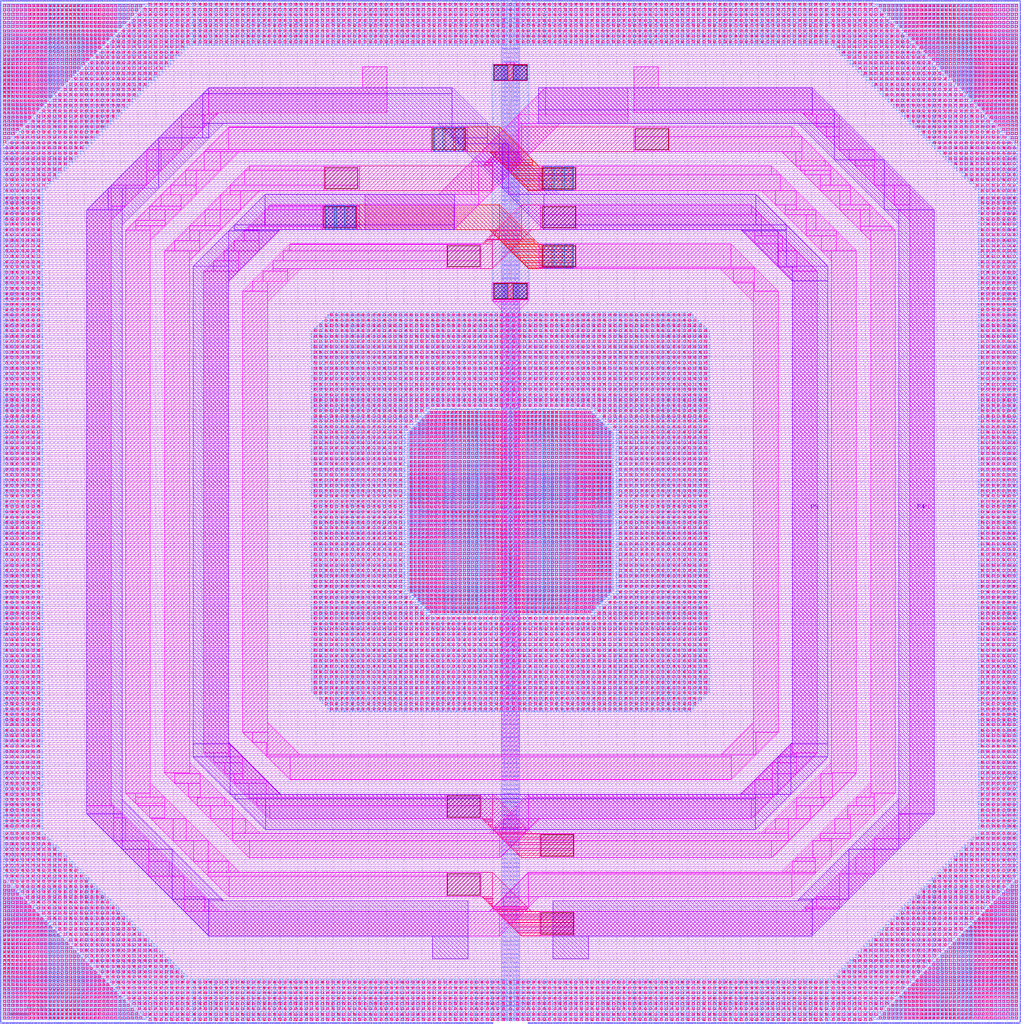
<source format=lef>
# Copyright 2020 The SkyWater PDK Authors
#
# Licensed under the Apache License, Version 2.0 (the "License");
# you may not use this file except in compliance with the License.
# You may obtain a copy of the License at
#
#     https://www.apache.org/licenses/LICENSE-2.0
#
# Unless required by applicable law or agreed to in writing, software
# distributed under the License is distributed on an "AS IS" BASIS,
# WITHOUT WARRANTIES OR CONDITIONS OF ANY KIND, either express or implied.
# See the License for the specific language governing permissions and
# limitations under the License.
#
# SPDX-License-Identifier: Apache-2.0

VERSION 5.7 ;
  NOWIREEXTENSIONATPIN ON ;
  DIVIDERCHAR "/" ;
  BUSBITCHARS "[]" ;
MACRO sky130_fd_pr__balun
  CLASS BLOCK ;
  FOREIGN sky130_fd_pr__balun ;
  ORIGIN  143.0700  36.75000 ;
  SIZE  286.1400 BY  286.1400 ;
  PIN P1
    PORT
      LAYER met5 ;
        POLYGON -119.500000  21.280000 -111.840000  21.280000 -111.840000  13.620000 ;
        POLYGON -112.500000  24.180000 -111.840000  23.520000 -112.500000  23.520000 ;
        POLYGON -112.500000 192.460000 -108.500000 192.460000 -112.500000 188.460000 ;
        POLYGON -112.500000 198.360000 -112.500000 191.360000 -119.500000 191.360000 ;
        POLYGON -111.840000  13.620000 -101.940000  13.620000 -101.940000   3.720000 ;
        POLYGON -111.840000  23.520000 -108.500000  20.180000 -111.840000  20.180000 ;
        POLYGON -108.500000  20.180000 -101.940000  13.620000 -108.500000  13.620000 ;
        POLYGON -108.500000  27.020000 -105.660000  27.020000 -105.660000  24.180000 ;
        POLYGON -108.500000 198.360000 -102.600000 198.360000 -108.500000 192.460000 ;
        POLYGON -105.660000  24.180000 -105.000000  24.180000 -105.000000  23.520000 ;
        POLYGON -105.660000 188.460000 -105.660000 185.620000 -108.500000 185.620000 ;
        POLYGON -105.000000  23.520000 -101.660000  23.520000 -101.660000  20.180000 ;
        POLYGON -102.600000 202.520000  -98.440000 202.520000 -102.600000 198.360000 ;
        POLYGON -102.600000 208.260000 -102.600000 198.360000 -112.500000 198.360000 ;
        POLYGON -101.940000   3.720000  -92.040000   3.720000  -92.040000  -6.180000 ;
        POLYGON -101.940000  13.620000  -96.200000   7.880000 -101.940000   7.880000 ;
        POLYGON -101.660000  20.180000 -101.300000  20.180000 -101.300000  19.820000 ;
        POLYGON -101.660000 192.460000 -101.660000 188.460000 -105.660000 188.460000 ;
        POLYGON -101.500000  29.920000  -97.500000  25.920000 -101.500000  25.920000 ;
        POLYGON -101.500000 186.890000  -97.330000 186.890000 -101.500000 182.720000 ;
        POLYGON -101.300000  19.820000  -95.100000  19.820000  -95.100000  13.620000 ;
        POLYGON  -98.440000 208.260000  -92.700000 208.260000  -98.440000 202.520000 ;
        POLYGON  -98.430000 195.690000  -98.430000 192.460000 -101.660000 192.460000 ;
        POLYGON  -97.500000  25.920000  -91.400000  19.820000  -97.500000  19.820000 ;
        POLYGON  -97.500000  32.750000  -94.670000  32.750000  -94.670000  29.920000 ;
        POLYGON  -97.330000 191.360000  -92.860000 191.360000  -97.330000 186.890000 ;
        POLYGON  -96.200000   7.880000  -92.040000   3.720000  -96.200000   3.720000 ;
        POLYGON  -95.760000 198.360000  -95.760000 195.690000  -98.430000 195.690000 ;
        POLYGON  -95.100000  13.620000  -89.360000  13.620000  -89.360000   7.880000 ;
        POLYGON  -94.670000  29.920000  -90.670000  29.920000  -90.670000  25.920000 ;
        POLYGON  -94.670000 182.720000  -94.670000 179.890000  -97.500000 179.890000 ;
        POLYGON  -92.860000 195.690000  -88.530000 195.690000  -92.860000 191.360000 ;
        POLYGON  -92.700000 214.660000  -86.300000 214.660000  -92.700000 208.260000 ;
        POLYGON  -92.700000 218.160000  -92.700000 208.260000 -102.600000 208.260000 ;
        POLYGON  -92.040000  -6.180000  -85.040000  -6.180000  -85.040000 -13.180000 ;
        POLYGON  -92.040000   3.720000  -86.140000  -2.180000  -92.040000  -2.180000 ;
        POLYGON  -91.600000 202.520000  -91.600000 198.360000  -95.760000 198.360000 ;
        POLYGON  -91.400000  19.820000  -85.200000  13.620000  -91.400000  13.620000 ;
        POLYGON  -90.670000  25.920000  -88.270000  25.920000  -88.270000  23.520000 ;
        POLYGON  -90.500000  35.650000  -87.405000  32.555000  -90.500000  32.555000 ;
        POLYGON  -90.500000 179.890000  -87.600000 179.890000  -90.500000 176.990000 ;
        POLYGON  -90.500000 186.890000  -90.500000 182.720000  -94.670000 182.720000 ;
        POLYGON  -89.360000   7.880000  -85.200000   7.880000  -85.200000   3.720000 ;
        POLYGON  -88.530000 202.520000  -81.700000 202.520000  -88.530000 195.690000 ;
        POLYGON  -88.270000  23.520000  -84.570000  23.520000  -84.570000  19.820000 ;
        POLYGON  -87.600000 185.620000  -81.870000 185.620000  -87.600000 179.890000 ;
        POLYGON  -87.405000  32.555000  -80.570000  25.720000  -87.405000  25.720000 ;
        POLYGON  -86.500000  38.485000  -83.665000  38.485000  -83.665000  35.650000 ;
        POLYGON  -86.300000 207.820000  -86.300000 202.520000  -91.600000 202.520000 ;
        POLYGON  -86.300000 218.160000  -82.800000 218.160000  -86.300000 214.660000 ;
        POLYGON  -86.140000  -2.180000  -82.140000  -6.180000  -86.140000  -6.180000 ;
        POLYGON  -86.030000 191.360000  -86.030000 186.890000  -90.500000 186.890000 ;
        POLYGON  -85.860000 208.260000  -85.860000 207.820000  -86.300000 207.820000 ;
        POLYGON  -85.200000   3.720000  -79.300000   3.720000  -79.300000  -2.180000 ;
        POLYGON  -85.200000  13.620000  -79.460000   7.880000  -85.200000   7.880000 ;
        POLYGON  -85.040000 225.820000  -85.040000 218.160000  -92.700000 218.160000 ;
        POLYGON  -84.570000  19.820000  -78.370000  19.820000  -78.370000  13.620000 ;
        POLYGON  -83.665000  35.650000  -80.570000  35.650000  -80.570000  32.555000 ;
        POLYGON  -83.665000 176.990000  -83.665000 174.155000  -86.500000 174.155000 ;
        POLYGON  -82.800000 218.820000  -82.140000 218.820000  -82.800000 218.160000 ;
        POLYGON  -81.870000 191.360000  -76.130000 191.360000  -81.870000 185.620000 ;
        POLYGON  -81.700000 195.690000  -81.700000 191.360000  -86.030000 191.360000 ;
        POLYGON  -81.700000 207.820000  -76.400000 207.820000  -81.700000 202.520000 ;
        POLYGON  -80.765000 179.890000  -80.765000 176.990000  -83.665000 176.990000 ;
        POLYGON  -80.570000  25.720000  -78.370000  23.520000  -80.570000  23.520000 ;
        POLYGON  -80.570000  32.555000  -77.935000  32.555000  -77.935000  29.920000 ;
        POLYGON  -79.500000  41.385000  -75.500000  37.385000  -79.500000  37.385000 ;
        POLYGON  -79.500000 174.155000  -76.600000 174.155000  -79.500000 171.255000 ;
        POLYGON  -79.460000   7.880000  -76.400000   4.820000  -79.460000   4.820000 ;
        POLYGON  -79.460000 214.660000  -79.460000 208.260000  -85.860000 208.260000 ;
        POLYGON  -79.300000 214.820000  -79.300000 214.660000  -79.460000 214.660000 ;
        POLYGON  -79.030000 198.360000  -79.030000 195.690000  -81.700000 195.690000 ;
        POLYGON  -78.370000  13.620000  -73.570000  13.620000  -73.570000   8.820000 ;
        POLYGON  -78.370000  23.520000  -74.670000  19.820000  -78.370000  19.820000 ;
        POLYGON  -77.935000  29.920000  -73.735000  29.920000  -73.735000  25.720000 ;
        POLYGON  -77.935000 182.720000  -77.935000 179.890000  -80.765000 179.890000 ;
        POLYGON  -76.600000 179.890000  -70.865000 179.890000  -76.600000 174.155000 ;
        POLYGON  -76.130000 196.820000  -70.670000 196.820000  -76.130000 191.360000 ;
        POLYGON  -75.500000  37.385000  -68.935000  30.820000  -75.500000  30.820000 ;
        POLYGON  -75.500000  44.215000  -72.670000  44.215000  -72.670000  41.385000 ;
        POLYGON  -75.035000 185.620000  -75.035000 182.720000  -77.935000 182.720000 ;
        POLYGON  -74.870000 202.520000  -74.870000 198.360000  -79.030000 198.360000 ;
        POLYGON  -74.670000  19.820000  -70.670000  15.820000  -74.670000  15.820000 ;
        POLYGON  -73.935000 186.720000  -73.935000 185.620000  -75.035000 185.620000 ;
        POLYGON  -73.735000  25.720000  -71.535000  25.720000  -71.535000  23.520000 ;
        POLYGON  -73.570000 203.820000  -73.570000 202.520000  -74.870000 202.520000 ;
        POLYGON  -72.670000  41.385000  -68.670000  41.385000  -68.670000  37.385000 ;
        POLYGON  -72.670000 171.255000  -72.670000 168.425000  -75.500000 168.425000 ;
        POLYGON  -71.535000  23.520000  -67.835000  23.520000  -67.835000  19.820000 ;
        POLYGON  -70.865000 185.820000  -64.935000 185.820000  -70.865000 179.890000 ;
        POLYGON  -69.770000 174.155000  -69.770000 171.255000  -72.670000 171.255000 ;
        POLYGON  -69.295000 191.360000  -69.295000 186.720000  -73.935000 186.720000 ;
        POLYGON  -68.935000  30.820000  -64.935000  26.820000  -68.935000  26.820000 ;
        POLYGON  -68.670000  37.385000  -62.105000  37.385000  -62.105000  30.820000 ;
        POLYGON  -68.500000  47.115000  -59.205000  37.820000  -68.500000  37.820000 ;
        POLYGON  -68.500000 171.255000  -62.770000 171.255000  -68.500000 165.525000 ;
        POLYGON  -68.195000 192.460000  -68.195000 191.360000  -69.295000 191.360000 ;
        POLYGON  -67.835000 192.820000  -67.835000 192.460000  -68.195000 192.460000 ;
        POLYGON  -66.935000 176.990000  -66.935000 174.155000  -69.770000 174.155000 ;
        POLYGON  -64.035000 179.890000  -64.035000 176.990000  -66.935000 176.990000 ;
        POLYGON  -62.770000 174.820000  -59.205000 174.820000  -62.770000 171.255000 ;
        POLYGON  -62.275000 181.650000  -62.275000 179.890000  -64.035000 179.890000 ;
        POLYGON  -62.105000 181.820000  -62.105000 181.650000  -62.275000 181.650000 ;
        POLYGON   -5.250000 166.015000   -4.760000 166.015000   -4.760000 165.525000 ;
        POLYGON   -4.850000  -5.080000   -4.850000  -6.180000   -5.950000  -6.180000 ;
        POLYGON   -4.850000  16.920000   -4.850000  15.820000   -5.950000  15.820000 ;
        POLYGON   -4.760000 165.525000   -2.500000 165.525000   -2.500000 163.265000 ;
        POLYGON   -3.050000  -5.080000    5.050000  -5.080000   -3.050000 -13.180000 ;
        POLYGON   -3.050000  16.920000    5.050000  16.920000   -3.050000   8.820000 ;
        POLYGON   -1.950000  -2.180000   -1.950000  -5.080000   -4.850000  -5.080000 ;
        POLYGON   -1.950000  19.820000   -1.950000  16.920000   -4.850000  16.920000 ;
        POLYGON    2.500000 166.015000    5.250000 166.015000    2.500000 163.265000 ;
        POLYGON    5.050000  -2.180000    7.950000  -2.180000    5.050000  -5.080000 ;
        POLYGON    5.050000   4.820000    5.050000  -2.180000   -1.950000  -2.180000 ;
        POLYGON    5.050000  19.820000    7.950000  19.820000    5.050000  16.920000 ;
        POLYGON    5.050000  26.820000    5.050000  19.820000   -1.950000  19.820000 ;
        POLYGON   59.205000 174.820000   62.770000 174.820000   62.770000 171.255000 ;
        POLYGON   62.105000  30.990000   62.275000  30.990000   62.105000  30.820000 ;
        POLYGON   62.105000 181.820000   68.670000 175.255000   62.105000 175.255000 ;
        POLYGON   62.275000  37.820000   69.105000  37.820000   62.275000  30.990000 ;
        POLYGON   62.770000 171.255000   63.120000 171.255000   63.120000 170.905000 ;
        POLYGON   63.120000 170.905000   68.500000 170.905000   68.500000 165.525000 ;
        POLYGON   64.935000 185.820000   68.935000 185.820000   68.935000 181.820000 ;
        POLYGON   67.835000  25.750000   73.765000  25.750000   67.835000  19.820000 ;
        POLYGON   67.835000 192.820000   70.670000 189.985000   67.835000 189.985000 ;
        POLYGON   68.500000  47.115000   68.500000  37.820000   59.205000  37.820000 ;
        POLYGON   68.670000 175.255000   75.500000 168.425000   68.670000 168.425000 ;
        POLYGON   68.935000  30.820000   68.935000  26.820000   64.935000  26.820000 ;
        POLYGON   68.935000 181.820000   75.500000 181.820000   75.500000 175.255000 ;
        POLYGON   69.105000  30.990000   69.105000  30.820000   68.935000  30.820000 ;
        POLYGON   69.105000  44.215000   75.500000  44.215000   69.105000  37.820000 ;
        POLYGON   70.670000 189.985000   76.600000 184.055000   70.670000 184.055000 ;
        POLYGON   70.670000 196.820000   74.670000 196.820000   74.670000 192.820000 ;
        POLYGON   71.770000  16.920000   71.770000  15.820000   70.670000  15.820000 ;
        POLYGON   73.570000  13.620000   78.370000  13.620000   73.570000   8.820000 ;
        POLYGON   73.570000 203.820000   76.130000 201.260000   73.570000 201.260000 ;
        POLYGON   73.765000  32.585000   80.600000  32.585000   73.765000  25.750000 ;
        POLYGON   73.765000  35.650000   73.765000  30.990000   69.105000  30.990000 ;
        POLYGON   74.670000  19.820000   74.670000  16.920000   71.770000  16.920000 ;
        POLYGON   74.670000 192.820000   77.505000 192.820000   77.505000 189.985000 ;
        POLYGON   75.500000 175.255000   79.500000 175.255000   79.500000 171.255000 ;
        POLYGON   75.935000  37.820000   75.935000  35.650000   73.765000  35.650000 ;
        POLYGON   76.130000 201.260000   80.570000 196.820000   76.130000 196.820000 ;
        POLYGON   76.400000 207.820000   80.400000 207.820000   80.400000 203.820000 ;
        POLYGON   76.600000 184.055000   80.765000 179.890000   76.600000 179.890000 ;
        POLYGON   77.505000 189.985000   83.435000 189.985000   83.435000 184.055000 ;
        POLYGON   78.370000  19.820000   84.570000  19.820000   78.370000  13.620000 ;
        POLYGON   79.300000   4.380000   85.860000   4.380000   79.300000  -2.180000 ;
        POLYGON   79.300000 214.820000   82.140000 211.980000   79.300000 211.980000 ;
        POLYGON   79.460000   7.880000   79.460000   4.820000   76.400000   4.820000 ;
        POLYGON   79.500000  41.385000   79.500000  37.820000   75.935000  37.820000 ;
        POLYGON   80.400000   8.820000   80.400000   7.880000   79.460000   7.880000 ;
        POLYGON   80.400000 203.820000   81.700000 203.820000   81.700000 202.520000 ;
        POLYGON   80.570000 196.820000   86.030000 191.360000   80.570000 191.360000 ;
        POLYGON   80.600000  25.750000   80.600000  19.820000   74.670000  19.820000 ;
        POLYGON   80.600000  38.485000   86.500000  38.485000   80.600000  32.585000 ;
        POLYGON   80.765000 179.890000   86.500000 174.155000   80.765000 174.155000 ;
        POLYGON   81.700000 202.520000   82.960000 202.520000   82.960000 201.260000 ;
        POLYGON   82.140000 211.980000   88.700000 205.420000   82.140000 205.420000 ;
        POLYGON   82.140000 218.820000   82.800000 218.820000   82.800000 218.160000 ;
        POLYGON   82.800000 218.160000   86.140000 218.160000   86.140000 214.820000 ;
        POLYGON   82.960000 201.260000   87.400000 201.260000   87.400000 196.820000 ;
        POLYGON   83.240000  -5.080000   83.240000  -6.180000   82.140000  -6.180000 ;
        POLYGON   83.435000 184.055000   87.600000 184.055000   87.600000 179.890000 ;
        POLYGON   84.570000  23.520000   88.270000  23.520000   84.570000  19.820000 ;
        POLYGON   85.040000  -5.520000   92.700000  -5.520000   85.040000 -13.180000 ;
        POLYGON   85.040000 225.820000   92.700000 218.160000   85.040000 218.160000 ;
        POLYGON   85.200000  13.620000   85.200000   8.820000   80.400000   8.820000 ;
        POLYGON   85.860000   9.020000   90.500000   9.020000   85.860000   4.380000 ;
        POLYGON   86.030000 191.360000   91.770000 185.620000   86.030000 185.620000 ;
        POLYGON   86.140000  -2.180000   86.140000  -5.080000   83.240000  -5.080000 ;
        POLYGON   86.140000 214.820000   88.980000 214.820000   88.980000 211.980000 ;
        POLYGON   87.400000  15.820000   87.400000  13.620000   85.200000  13.620000 ;
        POLYGON   87.400000 196.820000   92.860000 196.820000   92.860000 191.360000 ;
        POLYGON   87.435000  32.585000   87.435000  25.750000   80.600000  25.750000 ;
        POLYGON   87.600000 179.890000   90.500000 179.890000   90.500000 176.990000 ;
        POLYGON   88.270000  25.920000   90.670000  25.920000   88.270000  23.520000 ;
        POLYGON   88.700000 205.420000   90.300000 203.820000   88.700000 203.820000 ;
        POLYGON   88.980000 211.980000   92.700000 211.980000   92.700000 208.260000 ;
        POLYGON   90.300000 203.820000   95.760000 198.360000   90.300000 198.360000 ;
        POLYGON   90.500000  14.280000   95.760000  14.280000   90.500000   9.020000 ;
        POLYGON   90.500000  35.650000   90.500000  32.585000   87.435000  32.585000 ;
        POLYGON   90.670000  32.750000   97.500000  32.750000   90.670000  25.920000 ;
        POLYGON   91.400000  19.820000   91.400000  15.820000   87.400000  15.820000 ;
        POLYGON   91.770000 185.620000   97.500000 179.890000   91.770000 179.890000 ;
        POLYGON   92.700000   4.380000   92.700000  -2.180000   86.140000  -2.180000 ;
        POLYGON   92.700000   4.380000  102.600000   4.380000   92.700000  -5.520000 ;
        POLYGON   92.700000 208.260000   95.540000 208.260000   95.540000 205.420000 ;
        POLYGON   92.700000 218.160000  102.600000 208.260000   92.700000 208.260000 ;
        POLYGON   92.860000 191.360000   98.600000 191.360000   98.600000 185.620000 ;
        POLYGON   95.100000  23.520000   95.100000  19.820000   91.400000  19.820000 ;
        POLYGON   95.540000 205.420000   97.140000 205.420000   97.140000 203.820000 ;
        POLYGON   95.760000  21.120000  102.600000  21.120000   95.760000  14.280000 ;
        POLYGON   95.760000 198.360000  101.300000 192.820000   95.760000 192.820000 ;
        POLYGON   97.140000 203.820000  102.600000 203.820000  102.600000 198.360000 ;
        POLYGON   97.340000   9.020000   97.340000   4.380000   92.700000   4.380000 ;
        POLYGON   97.500000  25.920000   97.500000  23.520000   95.100000  23.520000 ;
        POLYGON   98.600000 185.620000  101.500000 185.620000  101.500000 182.720000 ;
        POLYGON  101.300000 192.820000  107.400000 186.720000  101.300000 186.720000 ;
        POLYGON  101.500000  29.920000  101.500000  25.920000   97.500000  25.920000 ;
        POLYGON  102.600000  14.280000  102.600000   9.020000   97.340000   9.020000 ;
        POLYGON  102.600000  14.280000  112.500000  14.280000  102.600000   4.380000 ;
        POLYGON  102.600000  27.020000  108.500000  27.020000  102.600000  21.120000 ;
        POLYGON  102.600000 198.360000  108.140000 198.360000  108.140000 192.820000 ;
        POLYGON  102.600000 208.260000  112.500000 198.360000  102.600000 198.360000 ;
        POLYGON  107.400000 186.720000  108.500000 185.620000  107.400000 185.620000 ;
        POLYGON  108.140000 192.820000  112.500000 192.820000  112.500000 188.460000 ;
        POLYGON  109.440000  21.120000  109.440000  14.280000  102.600000  14.280000 ;
        POLYGON  112.500000  21.280000  119.500000  21.280000  112.500000  14.280000 ;
        POLYGON  112.500000  24.180000  112.500000  21.120000  109.440000  21.120000 ;
        POLYGON  112.500000 198.360000  119.500000 191.360000  112.500000 191.360000 ;
        RECT -119.500000  21.280000 -111.840000  23.520000 ;
        RECT -119.500000  23.520000 -112.500000 191.360000 ;
        RECT -112.500000 192.460000 -108.500000 198.360000 ;
        RECT -111.840000  13.620000 -108.500000  20.180000 ;
        RECT -108.500000  27.020000 -101.500000 185.620000 ;
        RECT -105.660000  24.180000  -97.500000  25.920000 ;
        RECT -105.660000  25.920000 -101.500000  27.020000 ;
        RECT -105.660000 185.620000 -101.500000 186.890000 ;
        RECT -105.660000 186.890000  -97.330000 188.460000 ;
        RECT -105.000000  23.520000  -97.500000  24.180000 ;
        RECT -102.600000 202.520000  -98.440000 208.260000 ;
        RECT -101.940000   3.720000  -96.200000   7.880000 ;
        RECT -101.660000  20.180000  -97.500000  23.520000 ;
        RECT -101.660000 188.460000  -97.330000 191.360000 ;
        RECT -101.660000 191.360000  -92.860000 192.460000 ;
        RECT -101.300000  19.820000  -97.500000  20.180000 ;
        RECT  -98.430000 192.460000  -92.860000 195.690000 ;
        RECT  -97.500000  32.750000  -90.500000 179.890000 ;
        RECT  -95.760000 195.690000  -88.530000 198.360000 ;
        RECT  -95.100000  13.620000  -91.400000  19.820000 ;
        RECT  -94.670000  29.920000  -87.405000  32.555000 ;
        RECT  -94.670000  32.555000  -90.500000  32.750000 ;
        RECT  -94.670000 179.890000  -87.600000 182.720000 ;
        RECT  -92.700000 214.660000  -86.300000 218.160000 ;
        RECT  -92.040000  -6.180000  -86.140000  -2.180000 ;
        RECT  -91.600000 198.360000  -88.530000 202.520000 ;
        RECT  -90.670000  25.920000  -87.405000  29.920000 ;
        RECT  -90.500000 182.720000  -87.600000 185.620000 ;
        RECT  -90.500000 185.620000  -81.870000 186.890000 ;
        RECT  -89.360000   7.880000  -85.200000  13.620000 ;
        RECT  -88.270000  23.520000  -80.570000  25.720000 ;
        RECT  -88.270000  25.720000  -87.405000  25.920000 ;
        RECT  -86.500000  38.485000  -79.500000 174.155000 ;
        RECT  -86.300000 202.520000  -81.700000 207.820000 ;
        RECT  -86.030000 186.890000  -81.870000 191.360000 ;
        RECT  -85.860000 207.820000  -12.065000 208.260000 ;
        RECT  -85.200000   3.720000   -8.350000   4.820000 ;
        RECT  -85.200000   4.820000  -79.460000   7.880000 ;
        RECT  -85.040000 -13.180000   -3.050000  -6.180000 ;
        RECT  -85.040000 218.160000  -82.800000 218.820000 ;
        RECT  -85.040000 218.820000  -34.730000 225.820000 ;
        RECT  -84.570000  19.820000  -78.370000  23.520000 ;
        RECT  -83.665000  35.650000  -75.500000  37.385000 ;
        RECT  -83.665000  37.385000  -79.500000  38.485000 ;
        RECT  -83.665000 174.155000  -76.600000 176.990000 ;
        RECT  -81.700000 191.360000  -76.130000 195.690000 ;
        RECT  -80.765000 176.990000  -76.600000 179.890000 ;
        RECT  -80.570000  32.555000  -75.500000  35.650000 ;
        RECT  -79.460000 208.260000  -12.065000 214.660000 ;
        RECT  -79.300000  -2.180000   -8.350000   3.720000 ;
        RECT  -79.300000 214.660000  -12.065000 214.820000 ;
        RECT  -79.030000 195.690000  -76.130000 196.820000 ;
        RECT  -79.030000 196.820000  -42.580000 198.360000 ;
        RECT  -78.370000  13.620000   -3.050000  15.820000 ;
        RECT  -78.370000  15.820000  -74.670000  19.820000 ;
        RECT  -77.935000  29.920000  -68.935000  30.820000 ;
        RECT  -77.935000  30.820000  -75.500000  32.555000 ;
        RECT  -77.935000 179.890000  -70.865000 182.720000 ;
        RECT  -75.500000  44.215000  -68.500000 168.425000 ;
        RECT  -75.035000 182.720000  -70.865000 185.620000 ;
        RECT  -74.870000 198.360000  -42.580000 202.520000 ;
        RECT  -73.935000 185.620000  -70.865000 185.820000 ;
        RECT  -73.935000 185.820000  -42.580000 186.720000 ;
        RECT  -73.735000  25.720000   -8.350000  26.820000 ;
        RECT  -73.735000  26.820000  -68.935000  29.920000 ;
        RECT  -73.570000   8.820000   -3.050000  13.620000 ;
        RECT  -73.570000 202.520000  -42.580000 203.820000 ;
        RECT  -72.670000  41.385000  -68.500000  44.215000 ;
        RECT  -72.670000 168.425000  -68.500000 171.255000 ;
        RECT  -71.535000  23.520000   -8.350000  25.720000 ;
        RECT  -69.770000 171.255000  -62.770000 174.155000 ;
        RECT  -69.295000 186.720000  -42.580000 191.360000 ;
        RECT  -68.670000  37.385000   62.275000  37.820000 ;
        RECT  -68.670000  37.820000  -68.500000  41.385000 ;
        RECT  -68.195000 191.360000  -42.580000 192.460000 ;
        RECT  -67.835000  19.820000   -8.350000  23.520000 ;
        RECT  -67.835000 192.460000  -42.580000 192.820000 ;
        RECT  -66.935000 174.155000  -62.770000 174.820000 ;
        RECT  -66.935000 174.820000   -8.350000 176.990000 ;
        RECT  -64.035000 176.990000   -8.350000 179.890000 ;
        RECT  -62.275000 179.890000   -8.350000 181.650000 ;
        RECT  -62.105000  30.820000   62.105000  30.990000 ;
        RECT  -62.105000  30.990000   62.275000  37.385000 ;
        RECT  -62.105000 181.650000   -8.350000 181.820000 ;
        RECT  -41.730000 225.820000  -34.730000 231.720000 ;
        RECT   -5.250000 166.015000    5.250000 170.905000 ;
        RECT   -4.850000  -6.180000   -3.050000  -5.080000 ;
        RECT   -4.850000  15.820000   -3.050000  16.920000 ;
        RECT   -4.820000 227.760000    4.820000 232.455000 ;
        RECT   -4.760000 165.525000    2.500000 166.015000 ;
        RECT   -2.500000  37.820000    2.500000 165.525000 ;
        RECT   -1.950000  -5.080000    5.050000  -2.180000 ;
        RECT   -1.950000  16.920000    5.050000  19.820000 ;
        RECT   -1.250000 232.455000    1.250000 232.780000 ;
        RECT    5.050000  -2.180000   79.300000   4.380000 ;
        RECT    5.050000   4.380000   85.860000   4.820000 ;
        RECT    5.050000  19.820000   67.835000  25.750000 ;
        RECT    5.050000  25.750000   73.765000  26.820000 ;
        RECT    7.975000 174.820000   68.670000 175.255000 ;
        RECT    7.975000 175.255000   62.105000 181.820000 ;
        RECT    8.030000 196.820000   76.130000 201.260000 ;
        RECT    8.030000 201.260000   73.570000 203.820000 ;
        RECT    8.350000 -13.180000   85.040000  -6.180000 ;
        RECT    8.350000   8.820000   73.570000  13.620000 ;
        RECT    8.350000  13.620000   78.370000  15.820000 ;
        RECT    8.490000 185.820000   70.670000 189.985000 ;
        RECT    8.490000 189.985000   67.835000 192.820000 ;
        RECT   34.730000 207.820000   82.140000 211.980000 ;
        RECT   34.730000 211.980000   79.300000 214.820000 ;
        RECT   34.730000 218.820000   85.040000 225.820000 ;
        RECT   34.730000 225.820000   41.730000 231.720000 ;
        RECT   62.770000 171.255000   68.670000 174.820000 ;
        RECT   63.120000 170.905000   68.670000 171.255000 ;
        RECT   68.500000  37.820000   69.105000  44.215000 ;
        RECT   68.500000  44.215000   75.500000 168.425000 ;
        RECT   68.500000 168.425000   68.670000 170.905000 ;
        RECT   68.935000  26.820000   73.765000  30.820000 ;
        RECT   68.935000 181.820000   76.600000 184.055000 ;
        RECT   68.935000 184.055000   70.670000 185.820000 ;
        RECT   69.105000  30.820000   73.765000  30.990000 ;
        RECT   71.770000  15.820000   78.370000  16.920000 ;
        RECT   73.765000  32.585000   80.600000  35.650000 ;
        RECT   74.670000  16.920000   78.370000  19.820000 ;
        RECT   74.670000 192.820000   80.570000 196.820000 ;
        RECT   75.500000 175.255000   80.765000 179.890000 ;
        RECT   75.500000 179.890000   76.600000 181.820000 ;
        RECT   75.935000  35.650000   80.600000  37.820000 ;
        RECT   77.505000 189.985000   86.030000 191.360000 ;
        RECT   77.505000 191.360000   80.570000 192.820000 ;
        RECT   79.460000   4.820000   85.860000   7.880000 ;
        RECT   79.500000  37.820000   80.600000  38.485000 ;
        RECT   79.500000  38.485000   86.500000 174.155000 ;
        RECT   79.500000 174.155000   80.765000 175.255000 ;
        RECT   80.400000   7.880000   85.860000   8.820000 ;
        RECT   80.400000 203.820000   88.700000 205.420000 ;
        RECT   80.400000 205.420000   82.140000 207.820000 ;
        RECT   80.600000  19.820000   84.570000  23.520000 ;
        RECT   80.600000  23.520000   88.270000  25.750000 ;
        RECT   81.700000 202.520000   90.300000 203.820000 ;
        RECT   82.800000 218.160000   85.040000 218.820000 ;
        RECT   82.960000 201.260000   90.300000 202.520000 ;
        RECT   83.240000  -6.180000   85.040000  -5.520000 ;
        RECT   83.240000  -5.520000   92.700000  -5.080000 ;
        RECT   83.435000 184.055000   91.770000 185.620000 ;
        RECT   83.435000 185.620000   86.030000 189.985000 ;
        RECT   85.200000   8.820000   85.860000   9.020000 ;
        RECT   85.200000   9.020000   90.500000  13.620000 ;
        RECT   86.140000  -5.080000   92.700000  -2.180000 ;
        RECT   86.140000 214.820000   92.700000 218.160000 ;
        RECT   87.400000  13.620000   90.500000  14.280000 ;
        RECT   87.400000  14.280000   95.760000  15.820000 ;
        RECT   87.400000 196.820000   95.760000 198.360000 ;
        RECT   87.400000 198.360000   90.300000 201.260000 ;
        RECT   87.435000  25.750000   88.270000  25.920000 ;
        RECT   87.435000  25.920000   90.670000  32.585000 ;
        RECT   87.600000 179.890000   91.770000 184.055000 ;
        RECT   88.980000 211.980000   92.700000 214.820000 ;
        RECT   90.500000  32.585000   90.670000  32.750000 ;
        RECT   90.500000  32.750000   97.500000 179.890000 ;
        RECT   91.400000  15.820000   95.760000  19.820000 ;
        RECT   92.860000 191.360000  101.300000 192.820000 ;
        RECT   92.860000 192.820000   95.760000 196.820000 ;
        RECT   95.100000  19.820000   95.760000  21.120000 ;
        RECT   95.100000  21.120000  102.600000  23.520000 ;
        RECT   95.540000 205.420000  102.600000 208.260000 ;
        RECT   97.140000 203.820000  102.600000 205.420000 ;
        RECT   97.340000   4.380000  102.600000   9.020000 ;
        RECT   97.500000  23.520000  102.600000  25.920000 ;
        RECT   98.600000 185.620000  107.400000 186.720000 ;
        RECT   98.600000 186.720000  101.300000 191.360000 ;
        RECT  101.500000  25.920000  102.600000  27.020000 ;
        RECT  101.500000  27.020000  108.500000 185.620000 ;
        RECT  108.140000 192.820000  112.500000 198.360000 ;
        RECT  109.440000  14.280000  112.500000  21.120000 ;
        RECT  112.500000  21.280000  119.500000 191.360000 ;
    END
  END P1
  PIN P3
    ANTENNADIFFAREA  376.503601 ;
    PORT
      LAYER met1 ;
        RECT -143.885000 -37.855000   -5.000000 -37.525000 ;
        RECT -143.885000 -37.525000 -143.555000 250.165000 ;
        RECT -143.885000 250.165000  143.885000 250.495000 ;
        RECT   -2.500000 -37.100000    2.500000 250.165000 ;
        RECT    5.000000 -37.855000  143.885000 -37.525000 ;
        RECT  143.555000 -37.525000  143.885000 250.165000 ;
    END
  END P3
  PIN P4
    PORT
      LAYER met6 ;
        POLYGON  80.895000 215.820000  91.210000 215.820000  91.210000 205.505000 ;
        POLYGON  81.210000  -2.865000  81.210000  -3.180000  80.895000  -3.180000 ;
        POLYGON  85.040000  -2.865000  95.355000  -2.865000  85.040000 -13.180000 ;
        POLYGON  85.040000 225.820000  91.210000 219.650000  85.040000 219.650000 ;
        POLYGON  91.210000 205.505000 105.355000 205.505000 105.355000 191.360000 ;
        POLYGON  91.210000 219.650000 105.355000 205.505000  91.210000 205.505000 ;
        POLYGON  95.355000  11.280000  95.355000  -2.865000  81.210000  -2.865000 ;
        POLYGON  95.355000  11.280000 109.500000  11.280000  95.355000  -2.865000 ;
        POLYGON 105.355000 191.360000 109.500000 191.360000 109.500000 187.215000 ;
        POLYGON 105.355000 205.505000 119.500000 191.360000 105.355000 191.360000 ;
        POLYGON 109.500000  21.280000 119.500000  21.280000 109.500000  11.280000 ;
        POLYGON 109.500000  25.425000 109.500000  11.280000  95.355000  11.280000 ;
        RECT   7.930000 215.820000  91.210000 219.650000 ;
        RECT   7.930000 219.650000  85.040000 225.820000 ;
        RECT  12.000000 -19.600000  22.000000 -13.180000 ;
        RECT  12.000000 -13.180000  85.040000  -3.180000 ;
        RECT  81.210000  -3.180000  85.040000  -2.865000 ;
        RECT 109.500000  21.280000 119.500000 191.360000 ;
    END
  END P4
  PIN P5
    PORT
      LAYER met6 ;
        POLYGON -119.500000  21.280000 -109.500000  21.280000 -109.500000  11.280000 ;
        POLYGON -113.325000 197.530000 -113.325000 191.355000 -119.500000 191.355000 ;
        POLYGON -109.500000  11.280000  -95.355000  11.280000  -95.355000  -2.865000 ;
        POLYGON -109.500000  25.430000  -95.350000  11.280000 -109.500000  11.280000 ;
        POLYGON -109.500000 197.530000  -99.180000 197.530000 -109.500000 187.210000 ;
        POLYGON  -99.180000 211.675000  -99.180000 197.530000 -113.325000 197.530000 ;
        POLYGON  -99.180000 211.675000  -85.035000 211.675000  -99.180000 197.530000 ;
        POLYGON  -95.355000  -2.865000  -85.040000  -2.865000  -85.040000 -13.180000 ;
        POLYGON  -95.350000  11.280000  -81.205000  -2.865000  -95.350000  -2.865000 ;
        POLYGON  -89.500000  37.285000  -79.035000  37.285000  -79.035000  26.820000 ;
        POLYGON  -86.735000 224.120000  -86.735000 211.675000  -99.180000 211.675000 ;
        POLYGON  -85.035000 215.820000  -80.890000 215.820000  -85.035000 211.675000 ;
        POLYGON  -85.035000 225.820000  -85.035000 224.120000  -86.735000 224.120000 ;
        POLYGON  -81.205000  -2.865000  -80.890000  -3.180000  -81.205000  -3.180000 ;
        POLYGON  -79.500000  41.435000  -79.035000  40.970000  -79.500000  40.970000 ;
        POLYGON  -79.500000 185.510000  -79.500000 175.510000  -89.500000 175.510000 ;
        POLYGON  -79.500000 185.510000  -65.350000 185.510000  -79.500000 171.360000 ;
        POLYGON  -79.035000  26.820000  -77.645000  26.820000  -77.645000  25.430000 ;
        POLYGON  -79.035000  40.970000  -64.885000  26.820000  -79.035000  26.820000 ;
        POLYGON  -77.800000 187.210000  -77.800000 185.510000  -79.500000 185.510000 ;
        POLYGON  -77.645000  25.430000  -69.035000  25.430000  -69.035000  16.820000 ;
        POLYGON  -69.190000 195.820000  -69.190000 187.210000  -77.800000 187.210000 ;
        POLYGON  -65.350000 185.820000  -65.040000 185.820000  -65.350000 185.510000 ;
        POLYGON  -20.570000 215.820000  -16.425000 215.820000  -16.425000 211.675000 ;
        POLYGON  -16.425000 211.675000  -14.720000 211.675000  -14.720000 209.970000 ;
        POLYGON  -16.420000 225.820000   -6.420000 215.820000  -16.420000 215.820000 ;
        POLYGON  -14.720000 209.970000   -2.280000 209.970000   -2.280000 197.530000 ;
        POLYGON   -6.420000 215.820000   -0.570000 209.970000   -6.420000 209.970000 ;
        POLYGON   -2.280000 197.530000   -0.570000 197.530000   -0.570000 195.820000 ;
        POLYGON   -0.570000 195.820000    9.430000 195.820000    9.430000 185.820000 ;
        POLYGON   -0.570000 209.970000   13.580000 195.820000   -0.570000 195.820000 ;
        POLYGON   65.010000 185.820000   65.320000 185.820000   65.320000 185.510000 ;
        POLYGON   65.320000 185.510000   75.350000 185.510000   75.350000 175.480000 ;
        POLYGON   69.060000  26.820000   79.060000  26.820000   69.060000  16.820000 ;
        POLYGON   69.160000 195.820000   77.765000 187.215000   69.160000 187.215000 ;
        POLYGON   75.350000  37.260000   75.350000  26.820000   64.910000  26.820000 ;
        POLYGON   75.350000 175.480000   79.470000 175.480000   79.470000 171.360000 ;
        POLYGON   77.765000 187.215000   89.500000 175.480000   77.765000 175.480000 ;
        POLYGON   79.060000  37.260000   89.500000  37.260000   79.060000  26.820000 ;
        POLYGON   79.060000  40.970000   79.060000  37.260000   75.350000  37.260000 ;
        POLYGON   79.470000 171.360000   79.500000 171.360000   79.500000 171.330000 ;
        POLYGON   79.500000  41.410000   79.500000  40.970000   79.060000  40.970000 ;
        RECT -119.500000  21.280000 -109.500000 191.355000 ;
        RECT -113.325000 191.355000 -109.500000 197.530000 ;
        RECT  -95.355000  -2.865000  -95.350000  11.280000 ;
        RECT  -89.500000  37.285000  -79.035000  40.970000 ;
        RECT  -89.500000  40.970000  -79.500000 175.510000 ;
        RECT  -86.735000 211.675000  -85.035000 215.820000 ;
        RECT  -86.735000 215.820000  -16.420000 224.120000 ;
        RECT  -85.040000 -13.180000  -12.000000  -3.180000 ;
        RECT  -85.040000  -3.180000  -81.205000  -2.865000 ;
        RECT  -85.035000 224.120000  -16.420000 225.820000 ;
        RECT  -77.800000 185.510000  -65.350000 185.820000 ;
        RECT  -77.800000 185.820000  -15.780000 187.210000 ;
        RECT  -77.645000  25.430000   69.060000  26.820000 ;
        RECT  -69.190000 187.210000  -15.780000 195.820000 ;
        RECT  -69.035000  16.820000   69.060000  25.430000 ;
        RECT  -22.000000 -19.600000  -12.000000 -13.180000 ;
        RECT  -16.425000 211.675000   -6.420000 215.820000 ;
        RECT  -14.720000 209.970000   -6.420000 211.675000 ;
        RECT   -2.280000 197.530000   -0.570000 209.970000 ;
        RECT    9.430000 185.820000   77.765000 187.215000 ;
        RECT    9.430000 187.215000   69.160000 195.820000 ;
        RECT   65.320000 185.510000   77.765000 185.820000 ;
        RECT   75.350000  26.820000   79.060000  37.260000 ;
        RECT   75.350000 175.480000   77.765000 185.510000 ;
        RECT   79.060000  37.260000   89.500000  40.970000 ;
        RECT   79.470000 171.360000   89.500000 175.480000 ;
        RECT   79.500000  40.970000   89.500000 171.360000 ;
    END
  END P5
  OBS
    LAYER li1 ;
      RECT -143.885000 -37.855000   -5.000000 -37.525000 ;
      RECT -143.885000 -37.525000 -143.555000 250.165000 ;
      RECT -143.885000 250.165000  143.885000 250.495000 ;
      RECT -143.100000 -36.820000  143.100000 -36.160000 ;
      RECT -143.100000 -35.600000  143.100000 -34.940000 ;
      RECT -143.100000 -34.380000  143.100000 -33.720000 ;
      RECT -143.100000 -33.160000  143.100000 -32.500000 ;
      RECT -143.100000 -31.940000  143.100000 -31.280000 ;
      RECT -143.100000 -30.720000  143.100000 -30.060000 ;
      RECT -143.100000 -29.500000  143.100000 -28.840000 ;
      RECT -143.100000 -28.280000  143.100000 -27.620000 ;
      RECT -143.100000 -27.060000  143.100000 -26.400000 ;
      RECT -143.100000 -25.840000  143.100000 -25.180000 ;
      RECT -143.100000 -24.620000  143.100000 -23.960000 ;
      RECT -143.100000 -23.400000  143.100000 -22.740000 ;
      RECT -143.100000 -22.180000  143.100000 -21.520000 ;
      RECT -143.100000 -20.960000  143.100000 -20.300000 ;
      RECT -143.100000 -19.740000  143.100000 -19.080000 ;
      RECT -143.100000 -18.520000  143.100000 -17.860000 ;
      RECT -143.100000 -17.300000  143.100000 -16.640000 ;
      RECT -143.100000 -16.080000  143.100000 -15.420000 ;
      RECT -143.100000 -14.860000  143.100000 -14.200000 ;
      RECT -143.100000 -13.640000  143.100000 -12.980000 ;
      RECT -143.100000 -12.420000  143.100000 -11.760000 ;
      RECT -143.100000 -11.200000  143.100000 -10.540000 ;
      RECT -143.100000  -9.980000  143.100000  -9.320000 ;
      RECT -143.100000  -8.760000  143.100000  -8.100000 ;
      RECT -143.100000  -7.540000  143.100000  -6.880000 ;
      RECT -143.100000  -6.320000  143.100000  -5.660000 ;
      RECT -143.100000  -5.100000  143.100000  -4.440000 ;
      RECT -143.100000  -3.880000  143.100000  -3.220000 ;
      RECT -143.100000  -2.660000  143.100000  -2.000000 ;
      RECT -143.100000  -1.440000  143.100000  -0.780000 ;
      RECT -143.100000  -0.220000  143.100000   0.440000 ;
      RECT -143.100000   1.000000  143.100000   1.660000 ;
      RECT -143.100000   2.220000  143.100000   2.880000 ;
      RECT -143.100000   3.440000  143.100000   4.100000 ;
      RECT -143.100000   4.660000  143.100000   5.320000 ;
      RECT -143.100000   5.880000  143.100000   6.540000 ;
      RECT -143.100000   7.100000  143.100000   7.760000 ;
      RECT -143.100000   8.320000  143.100000   8.980000 ;
      RECT -143.100000   9.540000  143.100000  10.200000 ;
      RECT -143.100000  10.760000  143.100000  11.420000 ;
      RECT -143.100000  11.980000  143.100000  12.640000 ;
      RECT -143.100000  13.200000  143.100000  13.860000 ;
      RECT -143.100000  14.420000  143.100000  15.080000 ;
      RECT -143.100000  15.640000  143.100000  16.300000 ;
      RECT -143.100000  16.860000  143.100000  17.520000 ;
      RECT -143.100000  18.080000  143.100000  18.740000 ;
      RECT -143.100000  19.300000  143.100000  19.960000 ;
      RECT -143.100000  20.520000  143.100000  21.180000 ;
      RECT -143.100000  21.740000  143.100000  22.400000 ;
      RECT -143.100000  22.960000  143.100000  23.620000 ;
      RECT -143.100000  24.180000  143.100000  24.840000 ;
      RECT -143.100000  25.400000  143.100000  26.060000 ;
      RECT -143.100000  26.620000  143.100000  27.280000 ;
      RECT -143.100000  27.840000  143.100000  28.500000 ;
      RECT -143.100000  29.060000  143.100000  29.720000 ;
      RECT -143.100000  30.280000  143.100000  30.940000 ;
      RECT -143.100000  31.500000  143.100000  32.160000 ;
      RECT -143.100000  32.720000  143.100000  33.380000 ;
      RECT -143.100000  33.940000  143.100000  34.600000 ;
      RECT -143.100000  35.160000  143.100000  35.820000 ;
      RECT -143.100000  36.380000  143.100000  37.040000 ;
      RECT -143.100000  37.600000  143.100000  38.260000 ;
      RECT -143.100000  38.820000  143.100000  39.480000 ;
      RECT -143.100000  40.040000  143.100000  40.700000 ;
      RECT -143.100000  41.260000  143.100000  41.920000 ;
      RECT -143.100000  42.480000  143.100000  43.140000 ;
      RECT -143.100000  43.700000  143.100000  44.360000 ;
      RECT -143.100000  44.920000  143.100000  45.580000 ;
      RECT -143.100000  46.140000  143.100000  46.800000 ;
      RECT -143.100000  47.360000  143.100000  48.020000 ;
      RECT -143.100000  48.580000  143.100000  49.240000 ;
      RECT -143.100000  49.800000  143.100000  50.460000 ;
      RECT -143.100000  51.020000  143.100000  51.680000 ;
      RECT -143.100000  52.240000  143.100000  52.900000 ;
      RECT -143.100000  53.460000  143.100000  54.120000 ;
      RECT -143.100000  54.680000  143.100000  55.340000 ;
      RECT -143.100000  55.900000  143.100000  56.560000 ;
      RECT -143.100000  57.120000  143.100000  57.780000 ;
      RECT -143.100000  58.340000  143.100000  59.000000 ;
      RECT -143.100000  59.560000  143.100000  60.220000 ;
      RECT -143.100000  60.780000  143.100000  61.440000 ;
      RECT -143.100000  62.000000  143.100000  62.660000 ;
      RECT -143.100000  63.220000  143.100000  63.880000 ;
      RECT -143.100000  64.440000  143.100000  65.100000 ;
      RECT -143.100000  65.660000  143.100000  66.320000 ;
      RECT -143.100000  66.880000  143.100000  67.540000 ;
      RECT -143.100000  68.100000  143.100000  68.760000 ;
      RECT -143.100000  69.320000  143.100000  69.980000 ;
      RECT -143.100000  70.540000  143.100000  71.200000 ;
      RECT -143.100000  71.760000  143.100000  72.420000 ;
      RECT -143.100000  72.980000  143.100000  73.640000 ;
      RECT -143.100000  74.200000  143.100000  74.860000 ;
      RECT -143.100000  75.420000  143.100000  76.080000 ;
      RECT -143.100000  76.640000  143.100000  77.300000 ;
      RECT -143.100000  77.860000  143.100000  78.520000 ;
      RECT -143.100000  79.080000  143.100000  79.740000 ;
      RECT -143.100000  80.300000  143.100000  80.960000 ;
      RECT -143.100000  81.520000  143.100000  82.180000 ;
      RECT -143.100000  82.740000  143.100000  83.400000 ;
      RECT -143.100000  83.960000  143.100000  84.620000 ;
      RECT -143.100000  85.180000  143.100000  85.840000 ;
      RECT -143.100000  86.400000  143.100000  87.060000 ;
      RECT -143.100000  87.620000  143.100000  88.280000 ;
      RECT -143.100000  88.840000  143.100000  89.500000 ;
      RECT -143.100000  90.060000  143.100000  90.720000 ;
      RECT -143.100000  91.280000  143.100000  91.940000 ;
      RECT -143.100000  92.500000  143.100000  93.160000 ;
      RECT -143.100000  93.720000  143.100000  94.380000 ;
      RECT -143.100000  94.940000  143.100000  95.600000 ;
      RECT -143.100000  96.160000  143.100000  96.820000 ;
      RECT -143.100000  97.380000  143.100000  98.040000 ;
      RECT -143.100000  98.600000  143.100000  99.260000 ;
      RECT -143.100000  99.820000  143.100000 100.480000 ;
      RECT -143.100000 101.040000  143.100000 101.700000 ;
      RECT -143.100000 102.260000  143.100000 102.920000 ;
      RECT -143.100000 103.480000  143.100000 104.140000 ;
      RECT -143.100000 104.700000  143.100000 105.360000 ;
      RECT -143.100000 105.920000  143.100000 106.580000 ;
      RECT -143.100000 107.140000  143.100000 107.800000 ;
      RECT -143.100000 108.360000  143.100000 109.020000 ;
      RECT -143.100000 109.580000  143.100000 110.240000 ;
      RECT -143.100000 110.800000  143.100000 111.460000 ;
      RECT -143.100000 112.020000  143.100000 112.680000 ;
      RECT -143.100000 113.240000  143.100000 113.900000 ;
      RECT -143.100000 114.460000  143.100000 115.120000 ;
      RECT -143.100000 115.680000  143.100000 116.340000 ;
      RECT -143.100000 116.900000  143.100000 117.560000 ;
      RECT -143.100000 118.120000  143.100000 118.780000 ;
      RECT -143.100000 119.340000  143.100000 120.000000 ;
      RECT -143.100000 120.560000  143.100000 121.220000 ;
      RECT -143.100000 121.780000  143.100000 122.440000 ;
      RECT -143.100000 123.000000  143.100000 123.660000 ;
      RECT -143.100000 124.220000  143.100000 124.880000 ;
      RECT -143.100000 125.440000  143.100000 126.100000 ;
      RECT -143.100000 126.660000  143.100000 127.320000 ;
      RECT -143.100000 127.880000  143.100000 128.540000 ;
      RECT -143.100000 129.100000  143.100000 129.760000 ;
      RECT -143.100000 130.320000  143.100000 130.980000 ;
      RECT -143.100000 131.540000  143.100000 132.200000 ;
      RECT -143.100000 132.760000  143.100000 133.420000 ;
      RECT -143.100000 133.980000  143.100000 134.640000 ;
      RECT -143.100000 135.200000  143.100000 135.860000 ;
      RECT -143.100000 136.420000  143.100000 137.080000 ;
      RECT -143.100000 137.640000  143.100000 138.300000 ;
      RECT -143.100000 138.860000  143.100000 139.520000 ;
      RECT -143.100000 140.080000  143.100000 140.740000 ;
      RECT -143.100000 141.300000  143.100000 141.960000 ;
      RECT -143.100000 142.520000  143.100000 143.180000 ;
      RECT -143.100000 143.740000  143.100000 144.400000 ;
      RECT -143.100000 144.960000  143.100000 145.620000 ;
      RECT -143.100000 146.180000  143.100000 146.840000 ;
      RECT -143.100000 147.400000  143.100000 148.060000 ;
      RECT -143.100000 148.620000  143.100000 149.280000 ;
      RECT -143.100000 149.840000  143.100000 150.500000 ;
      RECT -143.100000 151.060000  143.100000 151.720000 ;
      RECT -143.100000 152.280000  143.100000 152.940000 ;
      RECT -143.100000 153.500000  143.100000 154.160000 ;
      RECT -143.100000 154.720000  143.100000 155.380000 ;
      RECT -143.100000 155.940000  143.100000 156.600000 ;
      RECT -143.100000 157.160000  143.100000 157.820000 ;
      RECT -143.100000 158.380000  143.100000 159.040000 ;
      RECT -143.100000 159.600000  143.100000 160.260000 ;
      RECT -143.100000 160.820000  143.100000 161.480000 ;
      RECT -143.100000 162.040000  143.100000 162.700000 ;
      RECT -143.100000 163.260000  143.100000 163.920000 ;
      RECT -143.100000 164.480000  143.100000 165.140000 ;
      RECT -143.100000 165.700000  143.100000 166.360000 ;
      RECT -143.100000 166.920000  143.100000 167.580000 ;
      RECT -143.100000 168.140000  143.100000 168.800000 ;
      RECT -143.100000 169.360000  143.100000 170.020000 ;
      RECT -143.100000 170.580000  143.100000 171.240000 ;
      RECT -143.100000 171.800000  143.100000 172.460000 ;
      RECT -143.100000 173.020000  143.100000 173.680000 ;
      RECT -143.100000 174.240000  143.100000 174.900000 ;
      RECT -143.100000 175.460000  143.100000 176.120000 ;
      RECT -143.100000 176.680000  143.100000 177.340000 ;
      RECT -143.100000 177.900000  143.100000 178.560000 ;
      RECT -143.100000 179.120000  143.100000 179.780000 ;
      RECT -143.100000 180.340000  143.100000 181.000000 ;
      RECT -143.100000 181.560000  143.100000 182.220000 ;
      RECT -143.100000 182.780000  143.100000 183.440000 ;
      RECT -143.100000 184.000000  143.100000 184.660000 ;
      RECT -143.100000 185.220000  143.100000 185.880000 ;
      RECT -143.100000 186.440000  143.100000 187.100000 ;
      RECT -143.100000 187.660000  143.100000 188.320000 ;
      RECT -143.100000 188.880000  143.100000 189.540000 ;
      RECT -143.100000 190.100000  143.100000 190.760000 ;
      RECT -143.100000 191.320000  143.100000 191.980000 ;
      RECT -143.100000 192.540000  143.100000 193.200000 ;
      RECT -143.100000 193.760000  143.100000 194.420000 ;
      RECT -143.100000 194.980000  143.100000 195.640000 ;
      RECT -143.100000 196.200000  143.100000 196.860000 ;
      RECT -143.100000 197.420000  143.100000 198.080000 ;
      RECT -143.100000 198.640000  143.100000 199.300000 ;
      RECT -143.100000 199.860000  143.100000 200.520000 ;
      RECT -143.100000 201.080000  143.100000 201.740000 ;
      RECT -143.100000 202.300000  143.100000 202.960000 ;
      RECT -143.100000 203.520000  143.100000 204.180000 ;
      RECT -143.100000 204.740000  143.100000 205.400000 ;
      RECT -143.100000 205.960000  143.100000 206.620000 ;
      RECT -143.100000 207.180000  143.100000 207.840000 ;
      RECT -143.100000 208.400000  143.100000 209.060000 ;
      RECT -143.100000 209.620000  143.100000 210.280000 ;
      RECT -143.100000 210.840000  143.100000 211.500000 ;
      RECT -143.100000 212.060000  143.100000 212.720000 ;
      RECT -143.100000 213.280000  143.100000 213.940000 ;
      RECT -143.100000 214.500000  143.100000 215.160000 ;
      RECT -143.100000 215.720000  143.100000 216.380000 ;
      RECT -143.100000 216.940000  143.100000 217.600000 ;
      RECT -143.100000 218.160000  143.100000 218.820000 ;
      RECT -143.100000 219.380000  143.100000 220.040000 ;
      RECT -143.100000 220.600000  143.100000 221.260000 ;
      RECT -143.100000 221.820000  143.100000 222.480000 ;
      RECT -143.100000 223.040000  143.100000 223.700000 ;
      RECT -143.100000 224.260000  143.100000 224.920000 ;
      RECT -143.100000 225.480000  143.100000 226.140000 ;
      RECT -143.100000 226.700000  143.100000 227.360000 ;
      RECT -143.100000 227.920000  143.100000 228.580000 ;
      RECT -143.100000 229.140000  143.100000 229.800000 ;
      RECT -143.100000 230.360000  143.100000 231.020000 ;
      RECT -143.100000 231.580000  143.100000 232.240000 ;
      RECT -143.100000 232.800000  143.100000 233.460000 ;
      RECT -143.100000 234.020000  143.100000 234.680000 ;
      RECT -143.100000 235.240000  143.100000 235.900000 ;
      RECT -143.100000 236.460000  143.100000 237.120000 ;
      RECT -143.100000 237.680000  143.100000 238.340000 ;
      RECT -143.100000 238.900000  143.100000 239.560000 ;
      RECT -143.100000 240.120000  143.100000 240.780000 ;
      RECT -143.100000 241.340000  143.100000 242.000000 ;
      RECT -143.100000 242.560000  143.100000 243.220000 ;
      RECT -143.100000 243.780000  143.100000 244.440000 ;
      RECT -143.100000 245.000000  143.100000 245.660000 ;
      RECT -143.100000 246.220000  143.100000 246.880000 ;
      RECT -143.100000 247.440000  143.100000 248.100000 ;
      RECT -143.100000 248.660000  143.100000 249.320000 ;
      RECT   -2.500000 -37.100000    2.500000 -36.820000 ;
      RECT   -2.500000 -36.160000    2.500000 -35.600000 ;
      RECT   -2.500000 -34.940000    2.500000 -34.380000 ;
      RECT   -2.500000 -33.720000    2.500000 -33.160000 ;
      RECT   -2.500000 -32.500000    2.500000 -31.940000 ;
      RECT   -2.500000 -31.280000    2.500000 -30.720000 ;
      RECT   -2.500000 -30.060000    2.500000 -29.500000 ;
      RECT   -2.500000 -28.840000    2.500000 -28.280000 ;
      RECT   -2.500000 -27.620000    2.500000 -27.060000 ;
      RECT   -2.500000 -26.400000    2.500000 -25.840000 ;
      RECT   -2.500000 -25.180000    2.500000 -24.620000 ;
      RECT   -2.500000 -23.960000    2.500000 -23.400000 ;
      RECT   -2.500000 -22.740000    2.500000 -22.180000 ;
      RECT   -2.500000 -21.520000    2.500000 -20.960000 ;
      RECT   -2.500000 -20.300000    2.500000 -19.740000 ;
      RECT   -2.500000 -19.080000    2.500000 -18.520000 ;
      RECT   -2.500000 -17.860000    2.500000 -17.300000 ;
      RECT   -2.500000 -16.640000    2.500000 -16.080000 ;
      RECT   -2.500000 -15.420000    2.500000 -14.860000 ;
      RECT   -2.500000 -14.200000    2.500000 -13.640000 ;
      RECT   -2.500000 -12.980000    2.500000 -12.420000 ;
      RECT   -2.500000 -11.760000    2.500000 -11.200000 ;
      RECT   -2.500000 -10.540000    2.500000  -9.980000 ;
      RECT   -2.500000  -9.320000    2.500000  -8.760000 ;
      RECT   -2.500000  -8.100000    2.500000  -7.540000 ;
      RECT   -2.500000  -6.880000    2.500000  -6.320000 ;
      RECT   -2.500000  -5.660000    2.500000  -5.100000 ;
      RECT   -2.500000  -4.440000    2.500000  -3.880000 ;
      RECT   -2.500000  -3.220000    2.500000  -2.660000 ;
      RECT   -2.500000  -2.000000    2.500000  -1.440000 ;
      RECT   -2.500000  -0.780000    2.500000  -0.220000 ;
      RECT   -2.500000   0.440000    2.500000   1.000000 ;
      RECT   -2.500000   1.660000    2.500000   2.220000 ;
      RECT   -2.500000   2.880000    2.500000   3.440000 ;
      RECT   -2.500000   4.100000    2.500000   4.660000 ;
      RECT   -2.500000   5.320000    2.500000   5.880000 ;
      RECT   -2.500000   6.540000    2.500000   7.100000 ;
      RECT   -2.500000   7.760000    2.500000   8.320000 ;
      RECT   -2.500000   8.980000    2.500000   9.540000 ;
      RECT   -2.500000  10.200000    2.500000  10.760000 ;
      RECT   -2.500000  11.420000    2.500000  11.980000 ;
      RECT   -2.500000  12.640000    2.500000  13.200000 ;
      RECT   -2.500000  13.860000    2.500000  14.420000 ;
      RECT   -2.500000  15.080000    2.500000  15.640000 ;
      RECT   -2.500000  16.300000    2.500000  16.860000 ;
      RECT   -2.500000  17.520000    2.500000  18.080000 ;
      RECT   -2.500000  18.740000    2.500000  19.300000 ;
      RECT   -2.500000  19.960000    2.500000  20.520000 ;
      RECT   -2.500000  21.180000    2.500000  21.740000 ;
      RECT   -2.500000  22.400000    2.500000  22.960000 ;
      RECT   -2.500000  23.620000    2.500000  24.180000 ;
      RECT   -2.500000  24.840000    2.500000  25.400000 ;
      RECT   -2.500000  26.060000    2.500000  26.620000 ;
      RECT   -2.500000  27.280000    2.500000  27.840000 ;
      RECT   -2.500000  28.500000    2.500000  29.060000 ;
      RECT   -2.500000  29.720000    2.500000  30.280000 ;
      RECT   -2.500000  30.940000    2.500000  31.500000 ;
      RECT   -2.500000  32.160000    2.500000  32.720000 ;
      RECT   -2.500000  33.380000    2.500000  33.940000 ;
      RECT   -2.500000  34.600000    2.500000  35.160000 ;
      RECT   -2.500000  35.820000    2.500000  36.380000 ;
      RECT   -2.500000  37.040000    2.500000  37.600000 ;
      RECT   -2.500000  38.260000    2.500000  38.820000 ;
      RECT   -2.500000  39.480000    2.500000  40.040000 ;
      RECT   -2.500000  40.700000    2.500000  41.260000 ;
      RECT   -2.500000  41.920000    2.500000  42.480000 ;
      RECT   -2.500000  43.140000    2.500000  43.700000 ;
      RECT   -2.500000  44.360000    2.500000  44.920000 ;
      RECT   -2.500000  45.580000    2.500000  46.140000 ;
      RECT   -2.500000  46.800000    2.500000  47.360000 ;
      RECT   -2.500000  48.020000    2.500000  48.580000 ;
      RECT   -2.500000  49.240000    2.500000  49.800000 ;
      RECT   -2.500000  50.460000    2.500000  51.020000 ;
      RECT   -2.500000  51.680000    2.500000  52.240000 ;
      RECT   -2.500000  52.900000    2.500000  53.460000 ;
      RECT   -2.500000  54.120000    2.500000  54.680000 ;
      RECT   -2.500000  55.340000    2.500000  55.900000 ;
      RECT   -2.500000  56.560000    2.500000  57.120000 ;
      RECT   -2.500000  57.780000    2.500000  58.340000 ;
      RECT   -2.500000  59.000000    2.500000  59.560000 ;
      RECT   -2.500000  60.220000    2.500000  60.780000 ;
      RECT   -2.500000  61.440000    2.500000  62.000000 ;
      RECT   -2.500000  62.660000    2.500000  63.220000 ;
      RECT   -2.500000  63.880000    2.500000  64.440000 ;
      RECT   -2.500000  65.100000    2.500000  65.660000 ;
      RECT   -2.500000  66.320000    2.500000  66.880000 ;
      RECT   -2.500000  67.540000    2.500000  68.100000 ;
      RECT   -2.500000  68.760000    2.500000  69.320000 ;
      RECT   -2.500000  69.980000    2.500000  70.540000 ;
      RECT   -2.500000  71.200000    2.500000  71.760000 ;
      RECT   -2.500000  72.420000    2.500000  72.980000 ;
      RECT   -2.500000  73.640000    2.500000  74.200000 ;
      RECT   -2.500000  74.860000    2.500000  75.420000 ;
      RECT   -2.500000  76.080000    2.500000  76.640000 ;
      RECT   -2.500000  77.300000    2.500000  77.860000 ;
      RECT   -2.500000  78.520000    2.500000  79.080000 ;
      RECT   -2.500000  79.740000    2.500000  80.300000 ;
      RECT   -2.500000  80.960000    2.500000  81.520000 ;
      RECT   -2.500000  82.180000    2.500000  82.740000 ;
      RECT   -2.500000  83.400000    2.500000  83.960000 ;
      RECT   -2.500000  84.620000    2.500000  85.180000 ;
      RECT   -2.500000  85.840000    2.500000  86.400000 ;
      RECT   -2.500000  87.060000    2.500000  87.620000 ;
      RECT   -2.500000  88.280000    2.500000  88.840000 ;
      RECT   -2.500000  89.500000    2.500000  90.060000 ;
      RECT   -2.500000  90.720000    2.500000  91.280000 ;
      RECT   -2.500000  91.940000    2.500000  92.500000 ;
      RECT   -2.500000  93.160000    2.500000  93.720000 ;
      RECT   -2.500000  94.380000    2.500000  94.940000 ;
      RECT   -2.500000  95.600000    2.500000  96.160000 ;
      RECT   -2.500000  96.820000    2.500000  97.380000 ;
      RECT   -2.500000  98.040000    2.500000  98.600000 ;
      RECT   -2.500000  99.260000    2.500000  99.820000 ;
      RECT   -2.500000 100.480000    2.500000 101.040000 ;
      RECT   -2.500000 101.700000    2.500000 102.260000 ;
      RECT   -2.500000 102.920000    2.500000 103.480000 ;
      RECT   -2.500000 104.140000    2.500000 104.700000 ;
      RECT   -2.500000 105.360000    2.500000 105.920000 ;
      RECT   -2.500000 106.580000    2.500000 107.140000 ;
      RECT   -2.500000 107.800000    2.500000 108.360000 ;
      RECT   -2.500000 109.020000    2.500000 109.580000 ;
      RECT   -2.500000 110.240000    2.500000 110.800000 ;
      RECT   -2.500000 111.460000    2.500000 112.020000 ;
      RECT   -2.500000 112.680000    2.500000 113.240000 ;
      RECT   -2.500000 113.900000    2.500000 114.460000 ;
      RECT   -2.500000 115.120000    2.500000 115.680000 ;
      RECT   -2.500000 116.340000    2.500000 116.900000 ;
      RECT   -2.500000 117.560000    2.500000 118.120000 ;
      RECT   -2.500000 118.780000    2.500000 119.340000 ;
      RECT   -2.500000 120.000000    2.500000 120.560000 ;
      RECT   -2.500000 121.220000    2.500000 121.780000 ;
      RECT   -2.500000 122.440000    2.500000 123.000000 ;
      RECT   -2.500000 123.660000    2.500000 124.220000 ;
      RECT   -2.500000 124.880000    2.500000 125.440000 ;
      RECT   -2.500000 126.100000    2.500000 126.660000 ;
      RECT   -2.500000 127.320000    2.500000 127.880000 ;
      RECT   -2.500000 128.540000    2.500000 129.100000 ;
      RECT   -2.500000 129.760000    2.500000 130.320000 ;
      RECT   -2.500000 130.980000    2.500000 131.540000 ;
      RECT   -2.500000 132.200000    2.500000 132.760000 ;
      RECT   -2.500000 133.420000    2.500000 133.980000 ;
      RECT   -2.500000 134.640000    2.500000 135.200000 ;
      RECT   -2.500000 135.860000    2.500000 136.420000 ;
      RECT   -2.500000 137.080000    2.500000 137.640000 ;
      RECT   -2.500000 138.300000    2.500000 138.860000 ;
      RECT   -2.500000 139.520000    2.500000 140.080000 ;
      RECT   -2.500000 140.740000    2.500000 141.300000 ;
      RECT   -2.500000 141.960000    2.500000 142.520000 ;
      RECT   -2.500000 143.180000    2.500000 143.740000 ;
      RECT   -2.500000 144.400000    2.500000 144.960000 ;
      RECT   -2.500000 145.620000    2.500000 146.180000 ;
      RECT   -2.500000 146.840000    2.500000 147.400000 ;
      RECT   -2.500000 148.060000    2.500000 148.620000 ;
      RECT   -2.500000 149.280000    2.500000 149.840000 ;
      RECT   -2.500000 150.500000    2.500000 151.060000 ;
      RECT   -2.500000 151.720000    2.500000 152.280000 ;
      RECT   -2.500000 152.940000    2.500000 153.500000 ;
      RECT   -2.500000 154.160000    2.500000 154.720000 ;
      RECT   -2.500000 155.380000    2.500000 155.940000 ;
      RECT   -2.500000 156.600000    2.500000 157.160000 ;
      RECT   -2.500000 157.820000    2.500000 158.380000 ;
      RECT   -2.500000 159.040000    2.500000 159.600000 ;
      RECT   -2.500000 160.260000    2.500000 160.820000 ;
      RECT   -2.500000 161.480000    2.500000 162.040000 ;
      RECT   -2.500000 162.700000    2.500000 163.260000 ;
      RECT   -2.500000 163.920000    2.500000 164.480000 ;
      RECT   -2.500000 165.140000    2.500000 165.700000 ;
      RECT   -2.500000 166.360000    2.500000 166.920000 ;
      RECT   -2.500000 167.580000    2.500000 168.140000 ;
      RECT   -2.500000 168.800000    2.500000 169.360000 ;
      RECT   -2.500000 170.020000    2.500000 170.580000 ;
      RECT   -2.500000 171.240000    2.500000 171.800000 ;
      RECT   -2.500000 172.460000    2.500000 173.020000 ;
      RECT   -2.500000 173.680000    2.500000 174.240000 ;
      RECT   -2.500000 174.900000    2.500000 175.460000 ;
      RECT   -2.500000 176.120000    2.500000 176.680000 ;
      RECT   -2.500000 177.340000    2.500000 177.900000 ;
      RECT   -2.500000 178.560000    2.500000 179.120000 ;
      RECT   -2.500000 179.780000    2.500000 180.340000 ;
      RECT   -2.500000 181.000000    2.500000 181.560000 ;
      RECT   -2.500000 182.220000    2.500000 182.780000 ;
      RECT   -2.500000 183.440000    2.500000 184.000000 ;
      RECT   -2.500000 184.660000    2.500000 185.220000 ;
      RECT   -2.500000 185.880000    2.500000 186.440000 ;
      RECT   -2.500000 187.100000    2.500000 187.660000 ;
      RECT   -2.500000 188.320000    2.500000 188.880000 ;
      RECT   -2.500000 189.540000    2.500000 190.100000 ;
      RECT   -2.500000 190.760000    2.500000 191.320000 ;
      RECT   -2.500000 191.980000    2.500000 192.540000 ;
      RECT   -2.500000 193.200000    2.500000 193.760000 ;
      RECT   -2.500000 194.420000    2.500000 194.980000 ;
      RECT   -2.500000 195.640000    2.500000 196.200000 ;
      RECT   -2.500000 196.860000    2.500000 197.420000 ;
      RECT   -2.500000 198.080000    2.500000 198.640000 ;
      RECT   -2.500000 199.300000    2.500000 199.860000 ;
      RECT   -2.500000 200.520000    2.500000 201.080000 ;
      RECT   -2.500000 201.740000    2.500000 202.300000 ;
      RECT   -2.500000 202.960000    2.500000 203.520000 ;
      RECT   -2.500000 204.180000    2.500000 204.740000 ;
      RECT   -2.500000 205.400000    2.500000 205.960000 ;
      RECT   -2.500000 206.620000    2.500000 207.180000 ;
      RECT   -2.500000 207.840000    2.500000 208.400000 ;
      RECT   -2.500000 209.060000    2.500000 209.620000 ;
      RECT   -2.500000 210.280000    2.500000 210.840000 ;
      RECT   -2.500000 211.500000    2.500000 212.060000 ;
      RECT   -2.500000 212.720000    2.500000 213.280000 ;
      RECT   -2.500000 213.940000    2.500000 214.500000 ;
      RECT   -2.500000 215.160000    2.500000 215.720000 ;
      RECT   -2.500000 216.380000    2.500000 216.940000 ;
      RECT   -2.500000 217.600000    2.500000 218.160000 ;
      RECT   -2.500000 218.820000    2.500000 219.380000 ;
      RECT   -2.500000 220.040000    2.500000 220.600000 ;
      RECT   -2.500000 221.260000    2.500000 221.820000 ;
      RECT   -2.500000 222.480000    2.500000 223.040000 ;
      RECT   -2.500000 223.700000    2.500000 224.260000 ;
      RECT   -2.500000 224.920000    2.500000 225.480000 ;
      RECT   -2.500000 226.140000    2.500000 226.700000 ;
      RECT   -2.500000 227.360000    2.500000 227.920000 ;
      RECT   -2.500000 228.580000    2.500000 229.140000 ;
      RECT   -2.500000 229.800000    2.500000 230.360000 ;
      RECT   -2.500000 231.020000    2.500000 231.580000 ;
      RECT   -2.500000 232.240000    2.500000 232.800000 ;
      RECT   -2.500000 233.460000    2.500000 234.020000 ;
      RECT   -2.500000 234.680000    2.500000 235.240000 ;
      RECT   -2.500000 235.900000    2.500000 236.460000 ;
      RECT   -2.500000 237.120000    2.500000 237.680000 ;
      RECT   -2.500000 238.340000    2.500000 238.900000 ;
      RECT   -2.500000 239.560000    2.500000 240.120000 ;
      RECT   -2.500000 240.780000    2.500000 241.340000 ;
      RECT   -2.500000 242.000000    2.500000 242.560000 ;
      RECT   -2.500000 243.220000    2.500000 243.780000 ;
      RECT   -2.500000 244.440000    2.500000 245.000000 ;
      RECT   -2.500000 245.660000    2.500000 246.220000 ;
      RECT   -2.500000 246.880000    2.500000 247.440000 ;
      RECT   -2.500000 248.100000    2.500000 248.660000 ;
      RECT   -2.500000 249.320000    2.500000 249.600000 ;
      RECT    5.000000 -37.855000  143.885000 -37.525000 ;
      RECT  143.555000 -37.525000  143.885000 250.165000 ;
    LAYER mcon ;
      RECT -143.805000 -37.355000 -143.635000 -37.185000 ;
      RECT -143.805000 -36.995000 -143.635000 -36.825000 ;
      RECT -143.805000 -36.635000 -143.635000 -36.465000 ;
      RECT -143.805000 -36.275000 -143.635000 -36.105000 ;
      RECT -143.805000 -35.915000 -143.635000 -35.745000 ;
      RECT -143.805000 -35.555000 -143.635000 -35.385000 ;
      RECT -143.805000 -35.195000 -143.635000 -35.025000 ;
      RECT -143.805000 -34.835000 -143.635000 -34.665000 ;
      RECT -143.805000 -34.475000 -143.635000 -34.305000 ;
      RECT -143.805000 -34.115000 -143.635000 -33.945000 ;
      RECT -143.805000 -33.755000 -143.635000 -33.585000 ;
      RECT -143.805000 -33.395000 -143.635000 -33.225000 ;
      RECT -143.805000 -33.035000 -143.635000 -32.865000 ;
      RECT -143.805000 -32.675000 -143.635000 -32.505000 ;
      RECT -143.805000 -32.315000 -143.635000 -32.145000 ;
      RECT -143.805000 -31.955000 -143.635000 -31.785000 ;
      RECT -143.805000 -31.595000 -143.635000 -31.425000 ;
      RECT -143.805000 -31.235000 -143.635000 -31.065000 ;
      RECT -143.805000 -30.875000 -143.635000 -30.705000 ;
      RECT -143.805000 -30.515000 -143.635000 -30.345000 ;
      RECT -143.805000 -30.155000 -143.635000 -29.985000 ;
      RECT -143.805000 -29.795000 -143.635000 -29.625000 ;
      RECT -143.805000 -29.435000 -143.635000 -29.265000 ;
      RECT -143.805000 -29.075000 -143.635000 -28.905000 ;
      RECT -143.805000 -28.715000 -143.635000 -28.545000 ;
      RECT -143.805000 -28.355000 -143.635000 -28.185000 ;
      RECT -143.805000 -27.995000 -143.635000 -27.825000 ;
      RECT -143.805000 -27.635000 -143.635000 -27.465000 ;
      RECT -143.805000 -27.275000 -143.635000 -27.105000 ;
      RECT -143.805000 -26.915000 -143.635000 -26.745000 ;
      RECT -143.805000 -26.555000 -143.635000 -26.385000 ;
      RECT -143.805000 -26.195000 -143.635000 -26.025000 ;
      RECT -143.805000 -25.835000 -143.635000 -25.665000 ;
      RECT -143.805000 -25.475000 -143.635000 -25.305000 ;
      RECT -143.805000 -25.115000 -143.635000 -24.945000 ;
      RECT -143.805000 -24.755000 -143.635000 -24.585000 ;
      RECT -143.805000 -24.395000 -143.635000 -24.225000 ;
      RECT -143.805000 -24.035000 -143.635000 -23.865000 ;
      RECT -143.805000 -23.675000 -143.635000 -23.505000 ;
      RECT -143.805000 -23.315000 -143.635000 -23.145000 ;
      RECT -143.805000 -22.955000 -143.635000 -22.785000 ;
      RECT -143.805000 -22.595000 -143.635000 -22.425000 ;
      RECT -143.805000 -22.235000 -143.635000 -22.065000 ;
      RECT -143.805000 -21.875000 -143.635000 -21.705000 ;
      RECT -143.805000 -21.515000 -143.635000 -21.345000 ;
      RECT -143.805000 -21.155000 -143.635000 -20.985000 ;
      RECT -143.805000 -20.795000 -143.635000 -20.625000 ;
      RECT -143.805000 -20.435000 -143.635000 -20.265000 ;
      RECT -143.805000 -20.075000 -143.635000 -19.905000 ;
      RECT -143.805000 -19.715000 -143.635000 -19.545000 ;
      RECT -143.805000 -19.355000 -143.635000 -19.185000 ;
      RECT -143.805000 -18.995000 -143.635000 -18.825000 ;
      RECT -143.805000 -18.635000 -143.635000 -18.465000 ;
      RECT -143.805000 -18.275000 -143.635000 -18.105000 ;
      RECT -143.805000 -17.915000 -143.635000 -17.745000 ;
      RECT -143.805000 -17.555000 -143.635000 -17.385000 ;
      RECT -143.805000 -17.195000 -143.635000 -17.025000 ;
      RECT -143.805000 -16.835000 -143.635000 -16.665000 ;
      RECT -143.805000 -16.475000 -143.635000 -16.305000 ;
      RECT -143.805000 -16.115000 -143.635000 -15.945000 ;
      RECT -143.805000 -15.755000 -143.635000 -15.585000 ;
      RECT -143.805000 -15.395000 -143.635000 -15.225000 ;
      RECT -143.805000 -15.035000 -143.635000 -14.865000 ;
      RECT -143.805000 -14.675000 -143.635000 -14.505000 ;
      RECT -143.805000 -14.315000 -143.635000 -14.145000 ;
      RECT -143.805000 -13.955000 -143.635000 -13.785000 ;
      RECT -143.805000 -13.595000 -143.635000 -13.425000 ;
      RECT -143.805000 -13.235000 -143.635000 -13.065000 ;
      RECT -143.805000 -12.875000 -143.635000 -12.705000 ;
      RECT -143.805000 -12.515000 -143.635000 -12.345000 ;
      RECT -143.805000 -12.155000 -143.635000 -11.985000 ;
      RECT -143.805000 -11.795000 -143.635000 -11.625000 ;
      RECT -143.805000 -11.435000 -143.635000 -11.265000 ;
      RECT -143.805000 -11.075000 -143.635000 -10.905000 ;
      RECT -143.805000 -10.715000 -143.635000 -10.545000 ;
      RECT -143.805000 -10.355000 -143.635000 -10.185000 ;
      RECT -143.805000  -9.995000 -143.635000  -9.825000 ;
      RECT -143.805000  -9.635000 -143.635000  -9.465000 ;
      RECT -143.805000  -9.275000 -143.635000  -9.105000 ;
      RECT -143.805000  -8.915000 -143.635000  -8.745000 ;
      RECT -143.805000  -8.555000 -143.635000  -8.385000 ;
      RECT -143.805000  -8.195000 -143.635000  -8.025000 ;
      RECT -143.805000  -7.835000 -143.635000  -7.665000 ;
      RECT -143.805000  -7.475000 -143.635000  -7.305000 ;
      RECT -143.805000  -7.115000 -143.635000  -6.945000 ;
      RECT -143.805000  -6.755000 -143.635000  -6.585000 ;
      RECT -143.805000  -6.395000 -143.635000  -6.225000 ;
      RECT -143.805000  -6.035000 -143.635000  -5.865000 ;
      RECT -143.805000  -5.675000 -143.635000  -5.505000 ;
      RECT -143.805000  -5.315000 -143.635000  -5.145000 ;
      RECT -143.805000  -4.955000 -143.635000  -4.785000 ;
      RECT -143.805000  -4.595000 -143.635000  -4.425000 ;
      RECT -143.805000  -4.235000 -143.635000  -4.065000 ;
      RECT -143.805000  -3.875000 -143.635000  -3.705000 ;
      RECT -143.805000  -3.515000 -143.635000  -3.345000 ;
      RECT -143.805000  -3.155000 -143.635000  -2.985000 ;
      RECT -143.805000  -2.795000 -143.635000  -2.625000 ;
      RECT -143.805000  -2.435000 -143.635000  -2.265000 ;
      RECT -143.805000  -2.075000 -143.635000  -1.905000 ;
      RECT -143.805000  -1.715000 -143.635000  -1.545000 ;
      RECT -143.805000  -1.355000 -143.635000  -1.185000 ;
      RECT -143.805000  -0.995000 -143.635000  -0.825000 ;
      RECT -143.805000  -0.635000 -143.635000  -0.465000 ;
      RECT -143.805000  -0.275000 -143.635000  -0.105000 ;
      RECT -143.805000   0.085000 -143.635000   0.255000 ;
      RECT -143.805000   0.445000 -143.635000   0.615000 ;
      RECT -143.805000   0.805000 -143.635000   0.975000 ;
      RECT -143.805000   1.165000 -143.635000   1.335000 ;
      RECT -143.805000   1.525000 -143.635000   1.695000 ;
      RECT -143.805000   1.885000 -143.635000   2.055000 ;
      RECT -143.805000   2.245000 -143.635000   2.415000 ;
      RECT -143.805000   2.605000 -143.635000   2.775000 ;
      RECT -143.805000   2.965000 -143.635000   3.135000 ;
      RECT -143.805000   3.325000 -143.635000   3.495000 ;
      RECT -143.805000   3.685000 -143.635000   3.855000 ;
      RECT -143.805000   4.045000 -143.635000   4.215000 ;
      RECT -143.805000   4.405000 -143.635000   4.575000 ;
      RECT -143.805000   4.765000 -143.635000   4.935000 ;
      RECT -143.805000   5.125000 -143.635000   5.295000 ;
      RECT -143.805000   5.485000 -143.635000   5.655000 ;
      RECT -143.805000   5.845000 -143.635000   6.015000 ;
      RECT -143.805000   6.205000 -143.635000   6.375000 ;
      RECT -143.805000   6.565000 -143.635000   6.735000 ;
      RECT -143.805000   6.925000 -143.635000   7.095000 ;
      RECT -143.805000   7.285000 -143.635000   7.455000 ;
      RECT -143.805000   7.645000 -143.635000   7.815000 ;
      RECT -143.805000   8.005000 -143.635000   8.175000 ;
      RECT -143.805000   8.365000 -143.635000   8.535000 ;
      RECT -143.805000   8.725000 -143.635000   8.895000 ;
      RECT -143.805000   9.085000 -143.635000   9.255000 ;
      RECT -143.805000   9.445000 -143.635000   9.615000 ;
      RECT -143.805000   9.805000 -143.635000   9.975000 ;
      RECT -143.805000  10.165000 -143.635000  10.335000 ;
      RECT -143.805000  10.525000 -143.635000  10.695000 ;
      RECT -143.805000  10.885000 -143.635000  11.055000 ;
      RECT -143.805000  11.245000 -143.635000  11.415000 ;
      RECT -143.805000  11.605000 -143.635000  11.775000 ;
      RECT -143.805000  11.965000 -143.635000  12.135000 ;
      RECT -143.805000  12.325000 -143.635000  12.495000 ;
      RECT -143.805000  12.685000 -143.635000  12.855000 ;
      RECT -143.805000  13.045000 -143.635000  13.215000 ;
      RECT -143.805000  13.405000 -143.635000  13.575000 ;
      RECT -143.805000  13.765000 -143.635000  13.935000 ;
      RECT -143.805000  14.125000 -143.635000  14.295000 ;
      RECT -143.805000  14.485000 -143.635000  14.655000 ;
      RECT -143.805000  14.845000 -143.635000  15.015000 ;
      RECT -143.805000  15.205000 -143.635000  15.375000 ;
      RECT -143.805000  15.565000 -143.635000  15.735000 ;
      RECT -143.805000  15.925000 -143.635000  16.095000 ;
      RECT -143.805000  16.285000 -143.635000  16.455000 ;
      RECT -143.805000  16.645000 -143.635000  16.815000 ;
      RECT -143.805000  17.005000 -143.635000  17.175000 ;
      RECT -143.805000  17.365000 -143.635000  17.535000 ;
      RECT -143.805000  17.725000 -143.635000  17.895000 ;
      RECT -143.805000  18.085000 -143.635000  18.255000 ;
      RECT -143.805000  18.445000 -143.635000  18.615000 ;
      RECT -143.805000  18.805000 -143.635000  18.975000 ;
      RECT -143.805000  19.165000 -143.635000  19.335000 ;
      RECT -143.805000  19.525000 -143.635000  19.695000 ;
      RECT -143.805000  19.885000 -143.635000  20.055000 ;
      RECT -143.805000  20.245000 -143.635000  20.415000 ;
      RECT -143.805000  20.605000 -143.635000  20.775000 ;
      RECT -143.805000  20.965000 -143.635000  21.135000 ;
      RECT -143.805000  21.325000 -143.635000  21.495000 ;
      RECT -143.805000  21.685000 -143.635000  21.855000 ;
      RECT -143.805000  22.045000 -143.635000  22.215000 ;
      RECT -143.805000  22.405000 -143.635000  22.575000 ;
      RECT -143.805000  22.765000 -143.635000  22.935000 ;
      RECT -143.805000  23.125000 -143.635000  23.295000 ;
      RECT -143.805000  23.485000 -143.635000  23.655000 ;
      RECT -143.805000  23.845000 -143.635000  24.015000 ;
      RECT -143.805000  24.205000 -143.635000  24.375000 ;
      RECT -143.805000  24.565000 -143.635000  24.735000 ;
      RECT -143.805000  24.925000 -143.635000  25.095000 ;
      RECT -143.805000  25.285000 -143.635000  25.455000 ;
      RECT -143.805000  25.645000 -143.635000  25.815000 ;
      RECT -143.805000  26.005000 -143.635000  26.175000 ;
      RECT -143.805000  26.365000 -143.635000  26.535000 ;
      RECT -143.805000  26.725000 -143.635000  26.895000 ;
      RECT -143.805000  27.085000 -143.635000  27.255000 ;
      RECT -143.805000  27.445000 -143.635000  27.615000 ;
      RECT -143.805000  27.805000 -143.635000  27.975000 ;
      RECT -143.805000  28.165000 -143.635000  28.335000 ;
      RECT -143.805000  28.525000 -143.635000  28.695000 ;
      RECT -143.805000  28.885000 -143.635000  29.055000 ;
      RECT -143.805000  29.245000 -143.635000  29.415000 ;
      RECT -143.805000  29.605000 -143.635000  29.775000 ;
      RECT -143.805000  29.965000 -143.635000  30.135000 ;
      RECT -143.805000  30.325000 -143.635000  30.495000 ;
      RECT -143.805000  30.685000 -143.635000  30.855000 ;
      RECT -143.805000  31.045000 -143.635000  31.215000 ;
      RECT -143.805000  31.405000 -143.635000  31.575000 ;
      RECT -143.805000  31.765000 -143.635000  31.935000 ;
      RECT -143.805000  32.125000 -143.635000  32.295000 ;
      RECT -143.805000  32.485000 -143.635000  32.655000 ;
      RECT -143.805000  32.845000 -143.635000  33.015000 ;
      RECT -143.805000  33.205000 -143.635000  33.375000 ;
      RECT -143.805000  33.565000 -143.635000  33.735000 ;
      RECT -143.805000  33.925000 -143.635000  34.095000 ;
      RECT -143.805000  34.285000 -143.635000  34.455000 ;
      RECT -143.805000  34.645000 -143.635000  34.815000 ;
      RECT -143.805000  35.005000 -143.635000  35.175000 ;
      RECT -143.805000  35.365000 -143.635000  35.535000 ;
      RECT -143.805000  35.725000 -143.635000  35.895000 ;
      RECT -143.805000  36.085000 -143.635000  36.255000 ;
      RECT -143.805000  36.445000 -143.635000  36.615000 ;
      RECT -143.805000  36.805000 -143.635000  36.975000 ;
      RECT -143.805000  37.165000 -143.635000  37.335000 ;
      RECT -143.805000  37.525000 -143.635000  37.695000 ;
      RECT -143.805000  37.885000 -143.635000  38.055000 ;
      RECT -143.805000  38.245000 -143.635000  38.415000 ;
      RECT -143.805000  38.605000 -143.635000  38.775000 ;
      RECT -143.805000  38.965000 -143.635000  39.135000 ;
      RECT -143.805000  39.325000 -143.635000  39.495000 ;
      RECT -143.805000  39.685000 -143.635000  39.855000 ;
      RECT -143.805000  40.045000 -143.635000  40.215000 ;
      RECT -143.805000  40.405000 -143.635000  40.575000 ;
      RECT -143.805000  40.765000 -143.635000  40.935000 ;
      RECT -143.805000  41.125000 -143.635000  41.295000 ;
      RECT -143.805000  41.485000 -143.635000  41.655000 ;
      RECT -143.805000  41.845000 -143.635000  42.015000 ;
      RECT -143.805000  42.205000 -143.635000  42.375000 ;
      RECT -143.805000  42.565000 -143.635000  42.735000 ;
      RECT -143.805000  42.925000 -143.635000  43.095000 ;
      RECT -143.805000  43.285000 -143.635000  43.455000 ;
      RECT -143.805000  43.645000 -143.635000  43.815000 ;
      RECT -143.805000  44.005000 -143.635000  44.175000 ;
      RECT -143.805000  44.365000 -143.635000  44.535000 ;
      RECT -143.805000  44.725000 -143.635000  44.895000 ;
      RECT -143.805000  45.085000 -143.635000  45.255000 ;
      RECT -143.805000  45.445000 -143.635000  45.615000 ;
      RECT -143.805000  45.805000 -143.635000  45.975000 ;
      RECT -143.805000  46.165000 -143.635000  46.335000 ;
      RECT -143.805000  46.525000 -143.635000  46.695000 ;
      RECT -143.805000  46.885000 -143.635000  47.055000 ;
      RECT -143.805000  47.245000 -143.635000  47.415000 ;
      RECT -143.805000  47.605000 -143.635000  47.775000 ;
      RECT -143.805000  47.965000 -143.635000  48.135000 ;
      RECT -143.805000  48.325000 -143.635000  48.495000 ;
      RECT -143.805000  48.685000 -143.635000  48.855000 ;
      RECT -143.805000  49.045000 -143.635000  49.215000 ;
      RECT -143.805000  49.405000 -143.635000  49.575000 ;
      RECT -143.805000  49.765000 -143.635000  49.935000 ;
      RECT -143.805000  50.125000 -143.635000  50.295000 ;
      RECT -143.805000  50.485000 -143.635000  50.655000 ;
      RECT -143.805000  50.845000 -143.635000  51.015000 ;
      RECT -143.805000  51.205000 -143.635000  51.375000 ;
      RECT -143.805000  51.565000 -143.635000  51.735000 ;
      RECT -143.805000  51.925000 -143.635000  52.095000 ;
      RECT -143.805000  52.285000 -143.635000  52.455000 ;
      RECT -143.805000  52.645000 -143.635000  52.815000 ;
      RECT -143.805000  53.005000 -143.635000  53.175000 ;
      RECT -143.805000  53.365000 -143.635000  53.535000 ;
      RECT -143.805000  53.725000 -143.635000  53.895000 ;
      RECT -143.805000  54.085000 -143.635000  54.255000 ;
      RECT -143.805000  54.445000 -143.635000  54.615000 ;
      RECT -143.805000  54.805000 -143.635000  54.975000 ;
      RECT -143.805000  55.165000 -143.635000  55.335000 ;
      RECT -143.805000  55.525000 -143.635000  55.695000 ;
      RECT -143.805000  55.885000 -143.635000  56.055000 ;
      RECT -143.805000  56.245000 -143.635000  56.415000 ;
      RECT -143.805000  56.605000 -143.635000  56.775000 ;
      RECT -143.805000  56.965000 -143.635000  57.135000 ;
      RECT -143.805000  57.325000 -143.635000  57.495000 ;
      RECT -143.805000  57.685000 -143.635000  57.855000 ;
      RECT -143.805000  58.045000 -143.635000  58.215000 ;
      RECT -143.805000  58.405000 -143.635000  58.575000 ;
      RECT -143.805000  58.765000 -143.635000  58.935000 ;
      RECT -143.805000  59.125000 -143.635000  59.295000 ;
      RECT -143.805000  59.485000 -143.635000  59.655000 ;
      RECT -143.805000  59.845000 -143.635000  60.015000 ;
      RECT -143.805000  60.205000 -143.635000  60.375000 ;
      RECT -143.805000  60.565000 -143.635000  60.735000 ;
      RECT -143.805000  60.925000 -143.635000  61.095000 ;
      RECT -143.805000  61.285000 -143.635000  61.455000 ;
      RECT -143.805000  61.645000 -143.635000  61.815000 ;
      RECT -143.805000  62.005000 -143.635000  62.175000 ;
      RECT -143.805000  62.365000 -143.635000  62.535000 ;
      RECT -143.805000  62.725000 -143.635000  62.895000 ;
      RECT -143.805000  63.085000 -143.635000  63.255000 ;
      RECT -143.805000  63.445000 -143.635000  63.615000 ;
      RECT -143.805000  63.805000 -143.635000  63.975000 ;
      RECT -143.805000  64.165000 -143.635000  64.335000 ;
      RECT -143.805000  64.525000 -143.635000  64.695000 ;
      RECT -143.805000  64.885000 -143.635000  65.055000 ;
      RECT -143.805000  65.245000 -143.635000  65.415000 ;
      RECT -143.805000  65.605000 -143.635000  65.775000 ;
      RECT -143.805000  65.965000 -143.635000  66.135000 ;
      RECT -143.805000  66.325000 -143.635000  66.495000 ;
      RECT -143.805000  66.685000 -143.635000  66.855000 ;
      RECT -143.805000  67.045000 -143.635000  67.215000 ;
      RECT -143.805000  67.405000 -143.635000  67.575000 ;
      RECT -143.805000  67.765000 -143.635000  67.935000 ;
      RECT -143.805000  68.125000 -143.635000  68.295000 ;
      RECT -143.805000  68.485000 -143.635000  68.655000 ;
      RECT -143.805000  68.845000 -143.635000  69.015000 ;
      RECT -143.805000  69.205000 -143.635000  69.375000 ;
      RECT -143.805000  69.565000 -143.635000  69.735000 ;
      RECT -143.805000  69.925000 -143.635000  70.095000 ;
      RECT -143.805000  70.285000 -143.635000  70.455000 ;
      RECT -143.805000  70.645000 -143.635000  70.815000 ;
      RECT -143.805000  71.005000 -143.635000  71.175000 ;
      RECT -143.805000  71.365000 -143.635000  71.535000 ;
      RECT -143.805000  71.725000 -143.635000  71.895000 ;
      RECT -143.805000  72.085000 -143.635000  72.255000 ;
      RECT -143.805000  72.445000 -143.635000  72.615000 ;
      RECT -143.805000  72.805000 -143.635000  72.975000 ;
      RECT -143.805000  73.165000 -143.635000  73.335000 ;
      RECT -143.805000  73.525000 -143.635000  73.695000 ;
      RECT -143.805000  73.885000 -143.635000  74.055000 ;
      RECT -143.805000  74.245000 -143.635000  74.415000 ;
      RECT -143.805000  74.605000 -143.635000  74.775000 ;
      RECT -143.805000  74.965000 -143.635000  75.135000 ;
      RECT -143.805000  75.325000 -143.635000  75.495000 ;
      RECT -143.805000  75.685000 -143.635000  75.855000 ;
      RECT -143.805000  76.045000 -143.635000  76.215000 ;
      RECT -143.805000  76.405000 -143.635000  76.575000 ;
      RECT -143.805000  76.765000 -143.635000  76.935000 ;
      RECT -143.805000  77.125000 -143.635000  77.295000 ;
      RECT -143.805000  77.485000 -143.635000  77.655000 ;
      RECT -143.805000  77.845000 -143.635000  78.015000 ;
      RECT -143.805000  78.205000 -143.635000  78.375000 ;
      RECT -143.805000  78.565000 -143.635000  78.735000 ;
      RECT -143.805000  78.925000 -143.635000  79.095000 ;
      RECT -143.805000  79.285000 -143.635000  79.455000 ;
      RECT -143.805000  79.645000 -143.635000  79.815000 ;
      RECT -143.805000  80.005000 -143.635000  80.175000 ;
      RECT -143.805000  80.365000 -143.635000  80.535000 ;
      RECT -143.805000  80.725000 -143.635000  80.895000 ;
      RECT -143.805000  81.085000 -143.635000  81.255000 ;
      RECT -143.805000  81.445000 -143.635000  81.615000 ;
      RECT -143.805000  81.805000 -143.635000  81.975000 ;
      RECT -143.805000  82.165000 -143.635000  82.335000 ;
      RECT -143.805000  82.525000 -143.635000  82.695000 ;
      RECT -143.805000  82.885000 -143.635000  83.055000 ;
      RECT -143.805000  83.245000 -143.635000  83.415000 ;
      RECT -143.805000  83.605000 -143.635000  83.775000 ;
      RECT -143.805000  83.965000 -143.635000  84.135000 ;
      RECT -143.805000  84.325000 -143.635000  84.495000 ;
      RECT -143.805000  84.685000 -143.635000  84.855000 ;
      RECT -143.805000  85.045000 -143.635000  85.215000 ;
      RECT -143.805000  85.405000 -143.635000  85.575000 ;
      RECT -143.805000  85.765000 -143.635000  85.935000 ;
      RECT -143.805000  86.125000 -143.635000  86.295000 ;
      RECT -143.805000  86.485000 -143.635000  86.655000 ;
      RECT -143.805000  86.845000 -143.635000  87.015000 ;
      RECT -143.805000  87.205000 -143.635000  87.375000 ;
      RECT -143.805000  87.565000 -143.635000  87.735000 ;
      RECT -143.805000  87.925000 -143.635000  88.095000 ;
      RECT -143.805000  88.285000 -143.635000  88.455000 ;
      RECT -143.805000  88.645000 -143.635000  88.815000 ;
      RECT -143.805000  89.005000 -143.635000  89.175000 ;
      RECT -143.805000  89.365000 -143.635000  89.535000 ;
      RECT -143.805000  89.725000 -143.635000  89.895000 ;
      RECT -143.805000  90.085000 -143.635000  90.255000 ;
      RECT -143.805000  90.445000 -143.635000  90.615000 ;
      RECT -143.805000  90.805000 -143.635000  90.975000 ;
      RECT -143.805000  91.165000 -143.635000  91.335000 ;
      RECT -143.805000  91.525000 -143.635000  91.695000 ;
      RECT -143.805000  91.885000 -143.635000  92.055000 ;
      RECT -143.805000  92.245000 -143.635000  92.415000 ;
      RECT -143.805000  92.605000 -143.635000  92.775000 ;
      RECT -143.805000  92.965000 -143.635000  93.135000 ;
      RECT -143.805000  93.325000 -143.635000  93.495000 ;
      RECT -143.805000  93.685000 -143.635000  93.855000 ;
      RECT -143.805000  94.045000 -143.635000  94.215000 ;
      RECT -143.805000  94.405000 -143.635000  94.575000 ;
      RECT -143.805000  94.765000 -143.635000  94.935000 ;
      RECT -143.805000  95.125000 -143.635000  95.295000 ;
      RECT -143.805000  95.485000 -143.635000  95.655000 ;
      RECT -143.805000  95.845000 -143.635000  96.015000 ;
      RECT -143.805000  96.205000 -143.635000  96.375000 ;
      RECT -143.805000  96.565000 -143.635000  96.735000 ;
      RECT -143.805000  96.925000 -143.635000  97.095000 ;
      RECT -143.805000  97.285000 -143.635000  97.455000 ;
      RECT -143.805000  97.645000 -143.635000  97.815000 ;
      RECT -143.805000  98.005000 -143.635000  98.175000 ;
      RECT -143.805000  98.365000 -143.635000  98.535000 ;
      RECT -143.805000  98.725000 -143.635000  98.895000 ;
      RECT -143.805000  99.085000 -143.635000  99.255000 ;
      RECT -143.805000  99.445000 -143.635000  99.615000 ;
      RECT -143.805000  99.805000 -143.635000  99.975000 ;
      RECT -143.805000 100.165000 -143.635000 100.335000 ;
      RECT -143.805000 100.525000 -143.635000 100.695000 ;
      RECT -143.805000 100.885000 -143.635000 101.055000 ;
      RECT -143.805000 101.245000 -143.635000 101.415000 ;
      RECT -143.805000 101.605000 -143.635000 101.775000 ;
      RECT -143.805000 101.965000 -143.635000 102.135000 ;
      RECT -143.805000 102.325000 -143.635000 102.495000 ;
      RECT -143.805000 102.685000 -143.635000 102.855000 ;
      RECT -143.805000 103.045000 -143.635000 103.215000 ;
      RECT -143.805000 103.405000 -143.635000 103.575000 ;
      RECT -143.805000 103.765000 -143.635000 103.935000 ;
      RECT -143.805000 104.125000 -143.635000 104.295000 ;
      RECT -143.805000 104.485000 -143.635000 104.655000 ;
      RECT -143.805000 104.845000 -143.635000 105.015000 ;
      RECT -143.805000 105.205000 -143.635000 105.375000 ;
      RECT -143.805000 105.565000 -143.635000 105.735000 ;
      RECT -143.805000 105.925000 -143.635000 106.095000 ;
      RECT -143.805000 106.285000 -143.635000 106.455000 ;
      RECT -143.805000 106.645000 -143.635000 106.815000 ;
      RECT -143.805000 107.005000 -143.635000 107.175000 ;
      RECT -143.805000 107.365000 -143.635000 107.535000 ;
      RECT -143.805000 107.725000 -143.635000 107.895000 ;
      RECT -143.805000 108.085000 -143.635000 108.255000 ;
      RECT -143.805000 108.445000 -143.635000 108.615000 ;
      RECT -143.805000 108.805000 -143.635000 108.975000 ;
      RECT -143.805000 109.165000 -143.635000 109.335000 ;
      RECT -143.805000 109.525000 -143.635000 109.695000 ;
      RECT -143.805000 109.885000 -143.635000 110.055000 ;
      RECT -143.805000 110.245000 -143.635000 110.415000 ;
      RECT -143.805000 110.605000 -143.635000 110.775000 ;
      RECT -143.805000 110.965000 -143.635000 111.135000 ;
      RECT -143.805000 111.325000 -143.635000 111.495000 ;
      RECT -143.805000 111.685000 -143.635000 111.855000 ;
      RECT -143.805000 112.045000 -143.635000 112.215000 ;
      RECT -143.805000 112.405000 -143.635000 112.575000 ;
      RECT -143.805000 112.765000 -143.635000 112.935000 ;
      RECT -143.805000 113.125000 -143.635000 113.295000 ;
      RECT -143.805000 113.485000 -143.635000 113.655000 ;
      RECT -143.805000 113.845000 -143.635000 114.015000 ;
      RECT -143.805000 114.205000 -143.635000 114.375000 ;
      RECT -143.805000 114.565000 -143.635000 114.735000 ;
      RECT -143.805000 114.925000 -143.635000 115.095000 ;
      RECT -143.805000 115.285000 -143.635000 115.455000 ;
      RECT -143.805000 115.645000 -143.635000 115.815000 ;
      RECT -143.805000 116.005000 -143.635000 116.175000 ;
      RECT -143.805000 116.365000 -143.635000 116.535000 ;
      RECT -143.805000 116.725000 -143.635000 116.895000 ;
      RECT -143.805000 117.085000 -143.635000 117.255000 ;
      RECT -143.805000 117.445000 -143.635000 117.615000 ;
      RECT -143.805000 117.805000 -143.635000 117.975000 ;
      RECT -143.805000 118.165000 -143.635000 118.335000 ;
      RECT -143.805000 118.525000 -143.635000 118.695000 ;
      RECT -143.805000 118.885000 -143.635000 119.055000 ;
      RECT -143.805000 119.245000 -143.635000 119.415000 ;
      RECT -143.805000 119.605000 -143.635000 119.775000 ;
      RECT -143.805000 119.965000 -143.635000 120.135000 ;
      RECT -143.805000 120.325000 -143.635000 120.495000 ;
      RECT -143.805000 120.685000 -143.635000 120.855000 ;
      RECT -143.805000 121.045000 -143.635000 121.215000 ;
      RECT -143.805000 121.405000 -143.635000 121.575000 ;
      RECT -143.805000 121.765000 -143.635000 121.935000 ;
      RECT -143.805000 122.125000 -143.635000 122.295000 ;
      RECT -143.805000 122.485000 -143.635000 122.655000 ;
      RECT -143.805000 122.845000 -143.635000 123.015000 ;
      RECT -143.805000 123.205000 -143.635000 123.375000 ;
      RECT -143.805000 123.565000 -143.635000 123.735000 ;
      RECT -143.805000 123.925000 -143.635000 124.095000 ;
      RECT -143.805000 124.285000 -143.635000 124.455000 ;
      RECT -143.805000 124.645000 -143.635000 124.815000 ;
      RECT -143.805000 125.005000 -143.635000 125.175000 ;
      RECT -143.805000 125.365000 -143.635000 125.535000 ;
      RECT -143.805000 125.725000 -143.635000 125.895000 ;
      RECT -143.805000 126.085000 -143.635000 126.255000 ;
      RECT -143.805000 126.445000 -143.635000 126.615000 ;
      RECT -143.805000 126.805000 -143.635000 126.975000 ;
      RECT -143.805000 127.165000 -143.635000 127.335000 ;
      RECT -143.805000 127.525000 -143.635000 127.695000 ;
      RECT -143.805000 127.885000 -143.635000 128.055000 ;
      RECT -143.805000 128.245000 -143.635000 128.415000 ;
      RECT -143.805000 128.605000 -143.635000 128.775000 ;
      RECT -143.805000 128.965000 -143.635000 129.135000 ;
      RECT -143.805000 129.325000 -143.635000 129.495000 ;
      RECT -143.805000 129.685000 -143.635000 129.855000 ;
      RECT -143.805000 130.045000 -143.635000 130.215000 ;
      RECT -143.805000 130.405000 -143.635000 130.575000 ;
      RECT -143.805000 130.765000 -143.635000 130.935000 ;
      RECT -143.805000 131.125000 -143.635000 131.295000 ;
      RECT -143.805000 131.485000 -143.635000 131.655000 ;
      RECT -143.805000 131.845000 -143.635000 132.015000 ;
      RECT -143.805000 132.205000 -143.635000 132.375000 ;
      RECT -143.805000 132.565000 -143.635000 132.735000 ;
      RECT -143.805000 132.925000 -143.635000 133.095000 ;
      RECT -143.805000 133.285000 -143.635000 133.455000 ;
      RECT -143.805000 133.645000 -143.635000 133.815000 ;
      RECT -143.805000 134.005000 -143.635000 134.175000 ;
      RECT -143.805000 134.365000 -143.635000 134.535000 ;
      RECT -143.805000 134.725000 -143.635000 134.895000 ;
      RECT -143.805000 135.085000 -143.635000 135.255000 ;
      RECT -143.805000 135.445000 -143.635000 135.615000 ;
      RECT -143.805000 135.805000 -143.635000 135.975000 ;
      RECT -143.805000 136.165000 -143.635000 136.335000 ;
      RECT -143.805000 136.525000 -143.635000 136.695000 ;
      RECT -143.805000 136.885000 -143.635000 137.055000 ;
      RECT -143.805000 137.245000 -143.635000 137.415000 ;
      RECT -143.805000 137.605000 -143.635000 137.775000 ;
      RECT -143.805000 137.965000 -143.635000 138.135000 ;
      RECT -143.805000 138.325000 -143.635000 138.495000 ;
      RECT -143.805000 138.685000 -143.635000 138.855000 ;
      RECT -143.805000 139.045000 -143.635000 139.215000 ;
      RECT -143.805000 139.405000 -143.635000 139.575000 ;
      RECT -143.805000 139.765000 -143.635000 139.935000 ;
      RECT -143.805000 140.125000 -143.635000 140.295000 ;
      RECT -143.805000 140.485000 -143.635000 140.655000 ;
      RECT -143.805000 140.845000 -143.635000 141.015000 ;
      RECT -143.805000 141.205000 -143.635000 141.375000 ;
      RECT -143.805000 141.565000 -143.635000 141.735000 ;
      RECT -143.805000 141.925000 -143.635000 142.095000 ;
      RECT -143.805000 142.285000 -143.635000 142.455000 ;
      RECT -143.805000 142.645000 -143.635000 142.815000 ;
      RECT -143.805000 143.005000 -143.635000 143.175000 ;
      RECT -143.805000 143.365000 -143.635000 143.535000 ;
      RECT -143.805000 143.725000 -143.635000 143.895000 ;
      RECT -143.805000 144.085000 -143.635000 144.255000 ;
      RECT -143.805000 144.445000 -143.635000 144.615000 ;
      RECT -143.805000 144.805000 -143.635000 144.975000 ;
      RECT -143.805000 145.165000 -143.635000 145.335000 ;
      RECT -143.805000 145.525000 -143.635000 145.695000 ;
      RECT -143.805000 145.885000 -143.635000 146.055000 ;
      RECT -143.805000 146.245000 -143.635000 146.415000 ;
      RECT -143.805000 146.605000 -143.635000 146.775000 ;
      RECT -143.805000 146.965000 -143.635000 147.135000 ;
      RECT -143.805000 147.325000 -143.635000 147.495000 ;
      RECT -143.805000 147.685000 -143.635000 147.855000 ;
      RECT -143.805000 148.045000 -143.635000 148.215000 ;
      RECT -143.805000 148.405000 -143.635000 148.575000 ;
      RECT -143.805000 148.765000 -143.635000 148.935000 ;
      RECT -143.805000 149.125000 -143.635000 149.295000 ;
      RECT -143.805000 149.485000 -143.635000 149.655000 ;
      RECT -143.805000 149.845000 -143.635000 150.015000 ;
      RECT -143.805000 150.205000 -143.635000 150.375000 ;
      RECT -143.805000 150.565000 -143.635000 150.735000 ;
      RECT -143.805000 150.925000 -143.635000 151.095000 ;
      RECT -143.805000 151.285000 -143.635000 151.455000 ;
      RECT -143.805000 151.645000 -143.635000 151.815000 ;
      RECT -143.805000 152.005000 -143.635000 152.175000 ;
      RECT -143.805000 152.365000 -143.635000 152.535000 ;
      RECT -143.805000 152.725000 -143.635000 152.895000 ;
      RECT -143.805000 153.085000 -143.635000 153.255000 ;
      RECT -143.805000 153.445000 -143.635000 153.615000 ;
      RECT -143.805000 153.805000 -143.635000 153.975000 ;
      RECT -143.805000 154.165000 -143.635000 154.335000 ;
      RECT -143.805000 154.525000 -143.635000 154.695000 ;
      RECT -143.805000 154.885000 -143.635000 155.055000 ;
      RECT -143.805000 155.245000 -143.635000 155.415000 ;
      RECT -143.805000 155.605000 -143.635000 155.775000 ;
      RECT -143.805000 155.965000 -143.635000 156.135000 ;
      RECT -143.805000 156.325000 -143.635000 156.495000 ;
      RECT -143.805000 156.685000 -143.635000 156.855000 ;
      RECT -143.805000 157.045000 -143.635000 157.215000 ;
      RECT -143.805000 157.405000 -143.635000 157.575000 ;
      RECT -143.805000 157.765000 -143.635000 157.935000 ;
      RECT -143.805000 158.125000 -143.635000 158.295000 ;
      RECT -143.805000 158.485000 -143.635000 158.655000 ;
      RECT -143.805000 158.845000 -143.635000 159.015000 ;
      RECT -143.805000 159.205000 -143.635000 159.375000 ;
      RECT -143.805000 159.565000 -143.635000 159.735000 ;
      RECT -143.805000 159.925000 -143.635000 160.095000 ;
      RECT -143.805000 160.285000 -143.635000 160.455000 ;
      RECT -143.805000 160.645000 -143.635000 160.815000 ;
      RECT -143.805000 161.005000 -143.635000 161.175000 ;
      RECT -143.805000 161.365000 -143.635000 161.535000 ;
      RECT -143.805000 161.725000 -143.635000 161.895000 ;
      RECT -143.805000 162.085000 -143.635000 162.255000 ;
      RECT -143.805000 162.445000 -143.635000 162.615000 ;
      RECT -143.805000 162.805000 -143.635000 162.975000 ;
      RECT -143.805000 163.165000 -143.635000 163.335000 ;
      RECT -143.805000 163.525000 -143.635000 163.695000 ;
      RECT -143.805000 163.885000 -143.635000 164.055000 ;
      RECT -143.805000 164.245000 -143.635000 164.415000 ;
      RECT -143.805000 164.605000 -143.635000 164.775000 ;
      RECT -143.805000 164.965000 -143.635000 165.135000 ;
      RECT -143.805000 165.325000 -143.635000 165.495000 ;
      RECT -143.805000 165.685000 -143.635000 165.855000 ;
      RECT -143.805000 166.045000 -143.635000 166.215000 ;
      RECT -143.805000 166.405000 -143.635000 166.575000 ;
      RECT -143.805000 166.765000 -143.635000 166.935000 ;
      RECT -143.805000 167.125000 -143.635000 167.295000 ;
      RECT -143.805000 167.485000 -143.635000 167.655000 ;
      RECT -143.805000 167.845000 -143.635000 168.015000 ;
      RECT -143.805000 168.205000 -143.635000 168.375000 ;
      RECT -143.805000 168.565000 -143.635000 168.735000 ;
      RECT -143.805000 168.925000 -143.635000 169.095000 ;
      RECT -143.805000 169.285000 -143.635000 169.455000 ;
      RECT -143.805000 169.645000 -143.635000 169.815000 ;
      RECT -143.805000 170.005000 -143.635000 170.175000 ;
      RECT -143.805000 170.365000 -143.635000 170.535000 ;
      RECT -143.805000 170.725000 -143.635000 170.895000 ;
      RECT -143.805000 171.085000 -143.635000 171.255000 ;
      RECT -143.805000 171.445000 -143.635000 171.615000 ;
      RECT -143.805000 171.805000 -143.635000 171.975000 ;
      RECT -143.805000 172.165000 -143.635000 172.335000 ;
      RECT -143.805000 172.525000 -143.635000 172.695000 ;
      RECT -143.805000 172.885000 -143.635000 173.055000 ;
      RECT -143.805000 173.245000 -143.635000 173.415000 ;
      RECT -143.805000 173.605000 -143.635000 173.775000 ;
      RECT -143.805000 173.965000 -143.635000 174.135000 ;
      RECT -143.805000 174.325000 -143.635000 174.495000 ;
      RECT -143.805000 174.685000 -143.635000 174.855000 ;
      RECT -143.805000 175.045000 -143.635000 175.215000 ;
      RECT -143.805000 175.405000 -143.635000 175.575000 ;
      RECT -143.805000 175.765000 -143.635000 175.935000 ;
      RECT -143.805000 176.125000 -143.635000 176.295000 ;
      RECT -143.805000 176.485000 -143.635000 176.655000 ;
      RECT -143.805000 176.845000 -143.635000 177.015000 ;
      RECT -143.805000 177.205000 -143.635000 177.375000 ;
      RECT -143.805000 177.565000 -143.635000 177.735000 ;
      RECT -143.805000 177.925000 -143.635000 178.095000 ;
      RECT -143.805000 178.285000 -143.635000 178.455000 ;
      RECT -143.805000 178.645000 -143.635000 178.815000 ;
      RECT -143.805000 179.005000 -143.635000 179.175000 ;
      RECT -143.805000 179.365000 -143.635000 179.535000 ;
      RECT -143.805000 179.725000 -143.635000 179.895000 ;
      RECT -143.805000 180.085000 -143.635000 180.255000 ;
      RECT -143.805000 180.445000 -143.635000 180.615000 ;
      RECT -143.805000 180.805000 -143.635000 180.975000 ;
      RECT -143.805000 181.165000 -143.635000 181.335000 ;
      RECT -143.805000 181.525000 -143.635000 181.695000 ;
      RECT -143.805000 181.885000 -143.635000 182.055000 ;
      RECT -143.805000 182.245000 -143.635000 182.415000 ;
      RECT -143.805000 182.605000 -143.635000 182.775000 ;
      RECT -143.805000 182.965000 -143.635000 183.135000 ;
      RECT -143.805000 183.325000 -143.635000 183.495000 ;
      RECT -143.805000 183.685000 -143.635000 183.855000 ;
      RECT -143.805000 184.045000 -143.635000 184.215000 ;
      RECT -143.805000 184.405000 -143.635000 184.575000 ;
      RECT -143.805000 184.765000 -143.635000 184.935000 ;
      RECT -143.805000 185.125000 -143.635000 185.295000 ;
      RECT -143.805000 185.485000 -143.635000 185.655000 ;
      RECT -143.805000 185.845000 -143.635000 186.015000 ;
      RECT -143.805000 186.205000 -143.635000 186.375000 ;
      RECT -143.805000 186.565000 -143.635000 186.735000 ;
      RECT -143.805000 186.925000 -143.635000 187.095000 ;
      RECT -143.805000 187.285000 -143.635000 187.455000 ;
      RECT -143.805000 187.645000 -143.635000 187.815000 ;
      RECT -143.805000 188.005000 -143.635000 188.175000 ;
      RECT -143.805000 188.365000 -143.635000 188.535000 ;
      RECT -143.805000 188.725000 -143.635000 188.895000 ;
      RECT -143.805000 189.085000 -143.635000 189.255000 ;
      RECT -143.805000 189.445000 -143.635000 189.615000 ;
      RECT -143.805000 189.805000 -143.635000 189.975000 ;
      RECT -143.805000 190.165000 -143.635000 190.335000 ;
      RECT -143.805000 190.525000 -143.635000 190.695000 ;
      RECT -143.805000 190.885000 -143.635000 191.055000 ;
      RECT -143.805000 191.245000 -143.635000 191.415000 ;
      RECT -143.805000 191.605000 -143.635000 191.775000 ;
      RECT -143.805000 191.965000 -143.635000 192.135000 ;
      RECT -143.805000 192.325000 -143.635000 192.495000 ;
      RECT -143.805000 192.685000 -143.635000 192.855000 ;
      RECT -143.805000 193.045000 -143.635000 193.215000 ;
      RECT -143.805000 193.405000 -143.635000 193.575000 ;
      RECT -143.805000 193.765000 -143.635000 193.935000 ;
      RECT -143.805000 194.125000 -143.635000 194.295000 ;
      RECT -143.805000 194.485000 -143.635000 194.655000 ;
      RECT -143.805000 194.845000 -143.635000 195.015000 ;
      RECT -143.805000 195.205000 -143.635000 195.375000 ;
      RECT -143.805000 195.565000 -143.635000 195.735000 ;
      RECT -143.805000 195.925000 -143.635000 196.095000 ;
      RECT -143.805000 196.285000 -143.635000 196.455000 ;
      RECT -143.805000 196.645000 -143.635000 196.815000 ;
      RECT -143.805000 197.005000 -143.635000 197.175000 ;
      RECT -143.805000 197.365000 -143.635000 197.535000 ;
      RECT -143.805000 197.725000 -143.635000 197.895000 ;
      RECT -143.805000 198.085000 -143.635000 198.255000 ;
      RECT -143.805000 198.445000 -143.635000 198.615000 ;
      RECT -143.805000 198.805000 -143.635000 198.975000 ;
      RECT -143.805000 199.165000 -143.635000 199.335000 ;
      RECT -143.805000 199.525000 -143.635000 199.695000 ;
      RECT -143.805000 199.885000 -143.635000 200.055000 ;
      RECT -143.805000 200.245000 -143.635000 200.415000 ;
      RECT -143.805000 200.605000 -143.635000 200.775000 ;
      RECT -143.805000 200.965000 -143.635000 201.135000 ;
      RECT -143.805000 201.325000 -143.635000 201.495000 ;
      RECT -143.805000 201.685000 -143.635000 201.855000 ;
      RECT -143.805000 202.045000 -143.635000 202.215000 ;
      RECT -143.805000 202.405000 -143.635000 202.575000 ;
      RECT -143.805000 202.765000 -143.635000 202.935000 ;
      RECT -143.805000 203.125000 -143.635000 203.295000 ;
      RECT -143.805000 203.485000 -143.635000 203.655000 ;
      RECT -143.805000 203.845000 -143.635000 204.015000 ;
      RECT -143.805000 204.205000 -143.635000 204.375000 ;
      RECT -143.805000 204.565000 -143.635000 204.735000 ;
      RECT -143.805000 204.925000 -143.635000 205.095000 ;
      RECT -143.805000 205.285000 -143.635000 205.455000 ;
      RECT -143.805000 205.645000 -143.635000 205.815000 ;
      RECT -143.805000 206.005000 -143.635000 206.175000 ;
      RECT -143.805000 206.365000 -143.635000 206.535000 ;
      RECT -143.805000 206.725000 -143.635000 206.895000 ;
      RECT -143.805000 207.085000 -143.635000 207.255000 ;
      RECT -143.805000 207.445000 -143.635000 207.615000 ;
      RECT -143.805000 207.805000 -143.635000 207.975000 ;
      RECT -143.805000 208.165000 -143.635000 208.335000 ;
      RECT -143.805000 208.525000 -143.635000 208.695000 ;
      RECT -143.805000 208.885000 -143.635000 209.055000 ;
      RECT -143.805000 209.245000 -143.635000 209.415000 ;
      RECT -143.805000 209.605000 -143.635000 209.775000 ;
      RECT -143.805000 209.965000 -143.635000 210.135000 ;
      RECT -143.805000 210.325000 -143.635000 210.495000 ;
      RECT -143.805000 210.685000 -143.635000 210.855000 ;
      RECT -143.805000 211.045000 -143.635000 211.215000 ;
      RECT -143.805000 211.405000 -143.635000 211.575000 ;
      RECT -143.805000 211.765000 -143.635000 211.935000 ;
      RECT -143.805000 212.125000 -143.635000 212.295000 ;
      RECT -143.805000 212.485000 -143.635000 212.655000 ;
      RECT -143.805000 212.845000 -143.635000 213.015000 ;
      RECT -143.805000 213.205000 -143.635000 213.375000 ;
      RECT -143.805000 213.565000 -143.635000 213.735000 ;
      RECT -143.805000 213.925000 -143.635000 214.095000 ;
      RECT -143.805000 214.285000 -143.635000 214.455000 ;
      RECT -143.805000 214.645000 -143.635000 214.815000 ;
      RECT -143.805000 215.005000 -143.635000 215.175000 ;
      RECT -143.805000 215.365000 -143.635000 215.535000 ;
      RECT -143.805000 215.725000 -143.635000 215.895000 ;
      RECT -143.805000 216.085000 -143.635000 216.255000 ;
      RECT -143.805000 216.445000 -143.635000 216.615000 ;
      RECT -143.805000 216.805000 -143.635000 216.975000 ;
      RECT -143.805000 217.165000 -143.635000 217.335000 ;
      RECT -143.805000 217.525000 -143.635000 217.695000 ;
      RECT -143.805000 217.885000 -143.635000 218.055000 ;
      RECT -143.805000 218.245000 -143.635000 218.415000 ;
      RECT -143.805000 218.605000 -143.635000 218.775000 ;
      RECT -143.805000 218.965000 -143.635000 219.135000 ;
      RECT -143.805000 219.325000 -143.635000 219.495000 ;
      RECT -143.805000 219.685000 -143.635000 219.855000 ;
      RECT -143.805000 220.045000 -143.635000 220.215000 ;
      RECT -143.805000 220.405000 -143.635000 220.575000 ;
      RECT -143.805000 220.765000 -143.635000 220.935000 ;
      RECT -143.805000 221.125000 -143.635000 221.295000 ;
      RECT -143.805000 221.485000 -143.635000 221.655000 ;
      RECT -143.805000 221.845000 -143.635000 222.015000 ;
      RECT -143.805000 222.205000 -143.635000 222.375000 ;
      RECT -143.805000 222.565000 -143.635000 222.735000 ;
      RECT -143.805000 222.925000 -143.635000 223.095000 ;
      RECT -143.805000 223.285000 -143.635000 223.455000 ;
      RECT -143.805000 223.645000 -143.635000 223.815000 ;
      RECT -143.805000 224.005000 -143.635000 224.175000 ;
      RECT -143.805000 224.365000 -143.635000 224.535000 ;
      RECT -143.805000 224.725000 -143.635000 224.895000 ;
      RECT -143.805000 225.085000 -143.635000 225.255000 ;
      RECT -143.805000 225.445000 -143.635000 225.615000 ;
      RECT -143.805000 225.805000 -143.635000 225.975000 ;
      RECT -143.805000 226.165000 -143.635000 226.335000 ;
      RECT -143.805000 226.525000 -143.635000 226.695000 ;
      RECT -143.805000 226.885000 -143.635000 227.055000 ;
      RECT -143.805000 227.245000 -143.635000 227.415000 ;
      RECT -143.805000 227.605000 -143.635000 227.775000 ;
      RECT -143.805000 227.965000 -143.635000 228.135000 ;
      RECT -143.805000 228.325000 -143.635000 228.495000 ;
      RECT -143.805000 228.685000 -143.635000 228.855000 ;
      RECT -143.805000 229.045000 -143.635000 229.215000 ;
      RECT -143.805000 229.405000 -143.635000 229.575000 ;
      RECT -143.805000 229.765000 -143.635000 229.935000 ;
      RECT -143.805000 230.125000 -143.635000 230.295000 ;
      RECT -143.805000 230.485000 -143.635000 230.655000 ;
      RECT -143.805000 230.845000 -143.635000 231.015000 ;
      RECT -143.805000 231.210000 -143.635000 231.380000 ;
      RECT -143.805000 231.575000 -143.635000 231.745000 ;
      RECT -143.805000 231.940000 -143.635000 232.110000 ;
      RECT -143.805000 232.305000 -143.635000 232.475000 ;
      RECT -143.805000 232.670000 -143.635000 232.840000 ;
      RECT -143.805000 233.035000 -143.635000 233.205000 ;
      RECT -143.805000 233.400000 -143.635000 233.570000 ;
      RECT -143.805000 233.765000 -143.635000 233.935000 ;
      RECT -143.805000 234.130000 -143.635000 234.300000 ;
      RECT -143.805000 234.495000 -143.635000 234.665000 ;
      RECT -143.805000 234.860000 -143.635000 235.030000 ;
      RECT -143.805000 235.225000 -143.635000 235.395000 ;
      RECT -143.805000 235.590000 -143.635000 235.760000 ;
      RECT -143.805000 235.955000 -143.635000 236.125000 ;
      RECT -143.805000 236.320000 -143.635000 236.490000 ;
      RECT -143.805000 236.685000 -143.635000 236.855000 ;
      RECT -143.805000 237.050000 -143.635000 237.220000 ;
      RECT -143.805000 237.415000 -143.635000 237.585000 ;
      RECT -143.805000 237.780000 -143.635000 237.950000 ;
      RECT -143.805000 238.145000 -143.635000 238.315000 ;
      RECT -143.805000 238.510000 -143.635000 238.680000 ;
      RECT -143.805000 238.875000 -143.635000 239.045000 ;
      RECT -143.805000 239.240000 -143.635000 239.410000 ;
      RECT -143.805000 239.605000 -143.635000 239.775000 ;
      RECT -143.805000 239.970000 -143.635000 240.140000 ;
      RECT -143.805000 240.335000 -143.635000 240.505000 ;
      RECT -143.805000 240.700000 -143.635000 240.870000 ;
      RECT -143.805000 241.065000 -143.635000 241.235000 ;
      RECT -143.805000 241.430000 -143.635000 241.600000 ;
      RECT -143.805000 241.795000 -143.635000 241.965000 ;
      RECT -143.805000 242.160000 -143.635000 242.330000 ;
      RECT -143.805000 242.525000 -143.635000 242.695000 ;
      RECT -143.805000 242.890000 -143.635000 243.060000 ;
      RECT -143.805000 243.255000 -143.635000 243.425000 ;
      RECT -143.805000 243.620000 -143.635000 243.790000 ;
      RECT -143.805000 243.985000 -143.635000 244.155000 ;
      RECT -143.805000 244.350000 -143.635000 244.520000 ;
      RECT -143.805000 244.715000 -143.635000 244.885000 ;
      RECT -143.805000 245.080000 -143.635000 245.250000 ;
      RECT -143.805000 245.445000 -143.635000 245.615000 ;
      RECT -143.805000 245.810000 -143.635000 245.980000 ;
      RECT -143.805000 246.175000 -143.635000 246.345000 ;
      RECT -143.805000 246.540000 -143.635000 246.710000 ;
      RECT -143.805000 246.905000 -143.635000 247.075000 ;
      RECT -143.805000 247.270000 -143.635000 247.440000 ;
      RECT -143.805000 247.635000 -143.635000 247.805000 ;
      RECT -143.805000 248.000000 -143.635000 248.170000 ;
      RECT -143.805000 248.365000 -143.635000 248.535000 ;
      RECT -143.805000 248.730000 -143.635000 248.900000 ;
      RECT -143.805000 249.095000 -143.635000 249.265000 ;
      RECT -143.805000 249.460000 -143.635000 249.630000 ;
      RECT -143.805000 249.825000 -143.635000 249.995000 ;
      RECT -143.385000 -37.775000 -143.215000 -37.605000 ;
      RECT -143.385000 250.245000 -143.215000 250.415000 ;
      RECT -143.025000 250.245000 -142.855000 250.415000 ;
      RECT -143.020000 -37.775000 -142.850000 -37.605000 ;
      RECT -142.665000 250.245000 -142.495000 250.415000 ;
      RECT -142.655000 -37.775000 -142.485000 -37.605000 ;
      RECT -142.305000 250.245000 -142.135000 250.415000 ;
      RECT -142.290000 -37.775000 -142.120000 -37.605000 ;
      RECT -141.945000 250.245000 -141.775000 250.415000 ;
      RECT -141.925000 -37.775000 -141.755000 -37.605000 ;
      RECT -141.585000 250.245000 -141.415000 250.415000 ;
      RECT -141.560000 -37.775000 -141.390000 -37.605000 ;
      RECT -141.225000 250.245000 -141.055000 250.415000 ;
      RECT -141.195000 -37.775000 -141.025000 -37.605000 ;
      RECT -140.865000 250.245000 -140.695000 250.415000 ;
      RECT -140.830000 -37.775000 -140.660000 -37.605000 ;
      RECT -140.505000 250.245000 -140.335000 250.415000 ;
      RECT -140.465000 -37.775000 -140.295000 -37.605000 ;
      RECT -140.145000 250.245000 -139.975000 250.415000 ;
      RECT -140.100000 -37.775000 -139.930000 -37.605000 ;
      RECT -139.785000 250.245000 -139.615000 250.415000 ;
      RECT -139.735000 -37.775000 -139.565000 -37.605000 ;
      RECT -139.425000 250.245000 -139.255000 250.415000 ;
      RECT -139.370000 -37.775000 -139.200000 -37.605000 ;
      RECT -139.065000 250.245000 -138.895000 250.415000 ;
      RECT -139.005000 -37.775000 -138.835000 -37.605000 ;
      RECT -138.705000 250.245000 -138.535000 250.415000 ;
      RECT -138.640000 -37.775000 -138.470000 -37.605000 ;
      RECT -138.345000 250.245000 -138.175000 250.415000 ;
      RECT -138.275000 -37.775000 -138.105000 -37.605000 ;
      RECT -137.985000 250.245000 -137.815000 250.415000 ;
      RECT -137.910000 -37.775000 -137.740000 -37.605000 ;
      RECT -137.625000 250.245000 -137.455000 250.415000 ;
      RECT -137.545000 -37.775000 -137.375000 -37.605000 ;
      RECT -137.265000 250.245000 -137.095000 250.415000 ;
      RECT -137.180000 -37.775000 -137.010000 -37.605000 ;
      RECT -136.905000 250.245000 -136.735000 250.415000 ;
      RECT -136.815000 -37.775000 -136.645000 -37.605000 ;
      RECT -136.545000 250.245000 -136.375000 250.415000 ;
      RECT -136.450000 -37.775000 -136.280000 -37.605000 ;
      RECT -136.185000 250.245000 -136.015000 250.415000 ;
      RECT -136.085000 -37.775000 -135.915000 -37.605000 ;
      RECT -135.825000 250.245000 -135.655000 250.415000 ;
      RECT -135.720000 -37.775000 -135.550000 -37.605000 ;
      RECT -135.465000 250.245000 -135.295000 250.415000 ;
      RECT -135.355000 -37.775000 -135.185000 -37.605000 ;
      RECT -135.105000 250.245000 -134.935000 250.415000 ;
      RECT -134.990000 -37.775000 -134.820000 -37.605000 ;
      RECT -134.745000 250.245000 -134.575000 250.415000 ;
      RECT -134.625000 -37.775000 -134.455000 -37.605000 ;
      RECT -134.385000 250.245000 -134.215000 250.415000 ;
      RECT -134.260000 -37.775000 -134.090000 -37.605000 ;
      RECT -134.025000 250.245000 -133.855000 250.415000 ;
      RECT -133.895000 -37.775000 -133.725000 -37.605000 ;
      RECT -133.665000 250.245000 -133.495000 250.415000 ;
      RECT -133.530000 -37.775000 -133.360000 -37.605000 ;
      RECT -133.305000 250.245000 -133.135000 250.415000 ;
      RECT -133.165000 -37.775000 -132.995000 -37.605000 ;
      RECT -132.945000 250.245000 -132.775000 250.415000 ;
      RECT -132.800000 -37.775000 -132.630000 -37.605000 ;
      RECT -132.585000 250.245000 -132.415000 250.415000 ;
      RECT -132.435000 -37.775000 -132.265000 -37.605000 ;
      RECT -132.225000 250.245000 -132.055000 250.415000 ;
      RECT -132.070000 -37.775000 -131.900000 -37.605000 ;
      RECT -131.865000 250.245000 -131.695000 250.415000 ;
      RECT -131.705000 -37.775000 -131.535000 -37.605000 ;
      RECT -131.505000 250.245000 -131.335000 250.415000 ;
      RECT -131.340000 -37.775000 -131.170000 -37.605000 ;
      RECT -131.145000 250.245000 -130.975000 250.415000 ;
      RECT -130.975000 -37.775000 -130.805000 -37.605000 ;
      RECT -130.785000 250.245000 -130.615000 250.415000 ;
      RECT -130.610000 -37.775000 -130.440000 -37.605000 ;
      RECT -130.425000 250.245000 -130.255000 250.415000 ;
      RECT -130.245000 -37.775000 -130.075000 -37.605000 ;
      RECT -130.065000 250.245000 -129.895000 250.415000 ;
      RECT -129.880000 -37.775000 -129.710000 -37.605000 ;
      RECT -129.705000 250.245000 -129.535000 250.415000 ;
      RECT -129.515000 -37.775000 -129.345000 -37.605000 ;
      RECT -129.345000 250.245000 -129.175000 250.415000 ;
      RECT -129.150000 -37.775000 -128.980000 -37.605000 ;
      RECT -128.985000 250.245000 -128.815000 250.415000 ;
      RECT -128.790000 -37.775000 -128.620000 -37.605000 ;
      RECT -128.625000 250.245000 -128.455000 250.415000 ;
      RECT -128.430000 -37.775000 -128.260000 -37.605000 ;
      RECT -128.265000 250.245000 -128.095000 250.415000 ;
      RECT -128.070000 -37.775000 -127.900000 -37.605000 ;
      RECT -127.905000 250.245000 -127.735000 250.415000 ;
      RECT -127.710000 -37.775000 -127.540000 -37.605000 ;
      RECT -127.545000 250.245000 -127.375000 250.415000 ;
      RECT -127.350000 -37.775000 -127.180000 -37.605000 ;
      RECT -127.185000 250.245000 -127.015000 250.415000 ;
      RECT -126.990000 -37.775000 -126.820000 -37.605000 ;
      RECT -126.825000 250.245000 -126.655000 250.415000 ;
      RECT -126.630000 -37.775000 -126.460000 -37.605000 ;
      RECT -126.465000 250.245000 -126.295000 250.415000 ;
      RECT -126.270000 -37.775000 -126.100000 -37.605000 ;
      RECT -126.105000 250.245000 -125.935000 250.415000 ;
      RECT -125.910000 -37.775000 -125.740000 -37.605000 ;
      RECT -125.745000 250.245000 -125.575000 250.415000 ;
      RECT -125.550000 -37.775000 -125.380000 -37.605000 ;
      RECT -125.385000 250.245000 -125.215000 250.415000 ;
      RECT -125.190000 -37.775000 -125.020000 -37.605000 ;
      RECT -125.025000 250.245000 -124.855000 250.415000 ;
      RECT -124.830000 -37.775000 -124.660000 -37.605000 ;
      RECT -124.665000 250.245000 -124.495000 250.415000 ;
      RECT -124.470000 -37.775000 -124.300000 -37.605000 ;
      RECT -124.305000 250.245000 -124.135000 250.415000 ;
      RECT -124.110000 -37.775000 -123.940000 -37.605000 ;
      RECT -123.945000 250.245000 -123.775000 250.415000 ;
      RECT -123.750000 -37.775000 -123.580000 -37.605000 ;
      RECT -123.585000 250.245000 -123.415000 250.415000 ;
      RECT -123.390000 -37.775000 -123.220000 -37.605000 ;
      RECT -123.225000 250.245000 -123.055000 250.415000 ;
      RECT -123.030000 -37.775000 -122.860000 -37.605000 ;
      RECT -122.865000 250.245000 -122.695000 250.415000 ;
      RECT -122.670000 -37.775000 -122.500000 -37.605000 ;
      RECT -122.505000 250.245000 -122.335000 250.415000 ;
      RECT -122.310000 -37.775000 -122.140000 -37.605000 ;
      RECT -122.145000 250.245000 -121.975000 250.415000 ;
      RECT -121.950000 -37.775000 -121.780000 -37.605000 ;
      RECT -121.785000 250.245000 -121.615000 250.415000 ;
      RECT -121.590000 -37.775000 -121.420000 -37.605000 ;
      RECT -121.425000 250.245000 -121.255000 250.415000 ;
      RECT -121.230000 -37.775000 -121.060000 -37.605000 ;
      RECT -121.065000 250.245000 -120.895000 250.415000 ;
      RECT -120.870000 -37.775000 -120.700000 -37.605000 ;
      RECT -120.705000 250.245000 -120.535000 250.415000 ;
      RECT -120.510000 -37.775000 -120.340000 -37.605000 ;
      RECT -120.345000 250.245000 -120.175000 250.415000 ;
      RECT -120.150000 -37.775000 -119.980000 -37.605000 ;
      RECT -119.985000 250.245000 -119.815000 250.415000 ;
      RECT -119.790000 -37.775000 -119.620000 -37.605000 ;
      RECT -119.625000 250.245000 -119.455000 250.415000 ;
      RECT -119.430000 -37.775000 -119.260000 -37.605000 ;
      RECT -119.265000 250.245000 -119.095000 250.415000 ;
      RECT -119.070000 -37.775000 -118.900000 -37.605000 ;
      RECT -118.905000 250.245000 -118.735000 250.415000 ;
      RECT -118.710000 -37.775000 -118.540000 -37.605000 ;
      RECT -118.545000 250.245000 -118.375000 250.415000 ;
      RECT -118.350000 -37.775000 -118.180000 -37.605000 ;
      RECT -118.185000 250.245000 -118.015000 250.415000 ;
      RECT -117.990000 -37.775000 -117.820000 -37.605000 ;
      RECT -117.825000 250.245000 -117.655000 250.415000 ;
      RECT -117.630000 -37.775000 -117.460000 -37.605000 ;
      RECT -117.465000 250.245000 -117.295000 250.415000 ;
      RECT -117.270000 -37.775000 -117.100000 -37.605000 ;
      RECT -117.105000 250.245000 -116.935000 250.415000 ;
      RECT -116.910000 -37.775000 -116.740000 -37.605000 ;
      RECT -116.745000 250.245000 -116.575000 250.415000 ;
      RECT -116.550000 -37.775000 -116.380000 -37.605000 ;
      RECT -116.385000 250.245000 -116.215000 250.415000 ;
      RECT -116.190000 -37.775000 -116.020000 -37.605000 ;
      RECT -116.025000 250.245000 -115.855000 250.415000 ;
      RECT -115.830000 -37.775000 -115.660000 -37.605000 ;
      RECT -115.665000 250.245000 -115.495000 250.415000 ;
      RECT -115.470000 -37.775000 -115.300000 -37.605000 ;
      RECT -115.305000 250.245000 -115.135000 250.415000 ;
      RECT -115.110000 -37.775000 -114.940000 -37.605000 ;
      RECT -114.945000 250.245000 -114.775000 250.415000 ;
      RECT -114.750000 -37.775000 -114.580000 -37.605000 ;
      RECT -114.585000 250.245000 -114.415000 250.415000 ;
      RECT -114.390000 -37.775000 -114.220000 -37.605000 ;
      RECT -114.225000 250.245000 -114.055000 250.415000 ;
      RECT -114.030000 -37.775000 -113.860000 -37.605000 ;
      RECT -113.865000 250.245000 -113.695000 250.415000 ;
      RECT -113.670000 -37.775000 -113.500000 -37.605000 ;
      RECT -113.505000 250.245000 -113.335000 250.415000 ;
      RECT -113.310000 -37.775000 -113.140000 -37.605000 ;
      RECT -113.145000 250.245000 -112.975000 250.415000 ;
      RECT -112.950000 -37.775000 -112.780000 -37.605000 ;
      RECT -112.785000 250.245000 -112.615000 250.415000 ;
      RECT -112.590000 -37.775000 -112.420000 -37.605000 ;
      RECT -112.425000 250.245000 -112.255000 250.415000 ;
      RECT -112.230000 -37.775000 -112.060000 -37.605000 ;
      RECT -112.065000 250.245000 -111.895000 250.415000 ;
      RECT -111.870000 -37.775000 -111.700000 -37.605000 ;
      RECT -111.705000 250.245000 -111.535000 250.415000 ;
      RECT -111.510000 -37.775000 -111.340000 -37.605000 ;
      RECT -111.345000 250.245000 -111.175000 250.415000 ;
      RECT -111.150000 -37.775000 -110.980000 -37.605000 ;
      RECT -110.985000 250.245000 -110.815000 250.415000 ;
      RECT -110.790000 -37.775000 -110.620000 -37.605000 ;
      RECT -110.625000 250.245000 -110.455000 250.415000 ;
      RECT -110.430000 -37.775000 -110.260000 -37.605000 ;
      RECT -110.265000 250.245000 -110.095000 250.415000 ;
      RECT -110.070000 -37.775000 -109.900000 -37.605000 ;
      RECT -109.905000 250.245000 -109.735000 250.415000 ;
      RECT -109.710000 -37.775000 -109.540000 -37.605000 ;
      RECT -109.545000 250.245000 -109.375000 250.415000 ;
      RECT -109.350000 -37.775000 -109.180000 -37.605000 ;
      RECT -109.185000 250.245000 -109.015000 250.415000 ;
      RECT -108.990000 -37.775000 -108.820000 -37.605000 ;
      RECT -108.825000 250.245000 -108.655000 250.415000 ;
      RECT -108.630000 -37.775000 -108.460000 -37.605000 ;
      RECT -108.465000 250.245000 -108.295000 250.415000 ;
      RECT -108.270000 -37.775000 -108.100000 -37.605000 ;
      RECT -108.105000 250.245000 -107.935000 250.415000 ;
      RECT -107.910000 -37.775000 -107.740000 -37.605000 ;
      RECT -107.745000 250.245000 -107.575000 250.415000 ;
      RECT -107.550000 -37.775000 -107.380000 -37.605000 ;
      RECT -107.385000 250.245000 -107.215000 250.415000 ;
      RECT -107.190000 -37.775000 -107.020000 -37.605000 ;
      RECT -107.025000 250.245000 -106.855000 250.415000 ;
      RECT -106.830000 -37.775000 -106.660000 -37.605000 ;
      RECT -106.665000 250.245000 -106.495000 250.415000 ;
      RECT -106.470000 -37.775000 -106.300000 -37.605000 ;
      RECT -106.305000 250.245000 -106.135000 250.415000 ;
      RECT -106.110000 -37.775000 -105.940000 -37.605000 ;
      RECT -105.945000 250.245000 -105.775000 250.415000 ;
      RECT -105.750000 -37.775000 -105.580000 -37.605000 ;
      RECT -105.585000 250.245000 -105.415000 250.415000 ;
      RECT -105.390000 -37.775000 -105.220000 -37.605000 ;
      RECT -105.225000 250.245000 -105.055000 250.415000 ;
      RECT -105.030000 -37.775000 -104.860000 -37.605000 ;
      RECT -104.865000 250.245000 -104.695000 250.415000 ;
      RECT -104.670000 -37.775000 -104.500000 -37.605000 ;
      RECT -104.505000 250.245000 -104.335000 250.415000 ;
      RECT -104.310000 -37.775000 -104.140000 -37.605000 ;
      RECT -104.145000 250.245000 -103.975000 250.415000 ;
      RECT -103.950000 -37.775000 -103.780000 -37.605000 ;
      RECT -103.785000 250.245000 -103.615000 250.415000 ;
      RECT -103.590000 -37.775000 -103.420000 -37.605000 ;
      RECT -103.425000 250.245000 -103.255000 250.415000 ;
      RECT -103.230000 -37.775000 -103.060000 -37.605000 ;
      RECT -103.065000 250.245000 -102.895000 250.415000 ;
      RECT -102.870000 -37.775000 -102.700000 -37.605000 ;
      RECT -102.705000 250.245000 -102.535000 250.415000 ;
      RECT -102.510000 -37.775000 -102.340000 -37.605000 ;
      RECT -102.345000 250.245000 -102.175000 250.415000 ;
      RECT -102.150000 -37.775000 -101.980000 -37.605000 ;
      RECT -101.985000 250.245000 -101.815000 250.415000 ;
      RECT -101.790000 -37.775000 -101.620000 -37.605000 ;
      RECT -101.625000 250.245000 -101.455000 250.415000 ;
      RECT -101.430000 -37.775000 -101.260000 -37.605000 ;
      RECT -101.265000 250.245000 -101.095000 250.415000 ;
      RECT -101.070000 -37.775000 -100.900000 -37.605000 ;
      RECT -100.905000 250.245000 -100.735000 250.415000 ;
      RECT -100.710000 -37.775000 -100.540000 -37.605000 ;
      RECT -100.545000 250.245000 -100.375000 250.415000 ;
      RECT -100.350000 -37.775000 -100.180000 -37.605000 ;
      RECT -100.185000 250.245000 -100.015000 250.415000 ;
      RECT  -99.990000 -37.775000  -99.820000 -37.605000 ;
      RECT  -99.825000 250.245000  -99.655000 250.415000 ;
      RECT  -99.630000 -37.775000  -99.460000 -37.605000 ;
      RECT  -99.465000 250.245000  -99.295000 250.415000 ;
      RECT  -99.270000 -37.775000  -99.100000 -37.605000 ;
      RECT  -99.105000 250.245000  -98.935000 250.415000 ;
      RECT  -98.910000 -37.775000  -98.740000 -37.605000 ;
      RECT  -98.745000 250.245000  -98.575000 250.415000 ;
      RECT  -98.550000 -37.775000  -98.380000 -37.605000 ;
      RECT  -98.385000 250.245000  -98.215000 250.415000 ;
      RECT  -98.190000 -37.775000  -98.020000 -37.605000 ;
      RECT  -98.025000 250.245000  -97.855000 250.415000 ;
      RECT  -97.830000 -37.775000  -97.660000 -37.605000 ;
      RECT  -97.665000 250.245000  -97.495000 250.415000 ;
      RECT  -97.470000 -37.775000  -97.300000 -37.605000 ;
      RECT  -97.305000 250.245000  -97.135000 250.415000 ;
      RECT  -97.110000 -37.775000  -96.940000 -37.605000 ;
      RECT  -96.945000 250.245000  -96.775000 250.415000 ;
      RECT  -96.750000 -37.775000  -96.580000 -37.605000 ;
      RECT  -96.585000 250.245000  -96.415000 250.415000 ;
      RECT  -96.390000 -37.775000  -96.220000 -37.605000 ;
      RECT  -96.225000 250.245000  -96.055000 250.415000 ;
      RECT  -96.030000 -37.775000  -95.860000 -37.605000 ;
      RECT  -95.865000 250.245000  -95.695000 250.415000 ;
      RECT  -95.670000 -37.775000  -95.500000 -37.605000 ;
      RECT  -95.505000 250.245000  -95.335000 250.415000 ;
      RECT  -95.310000 -37.775000  -95.140000 -37.605000 ;
      RECT  -95.145000 250.245000  -94.975000 250.415000 ;
      RECT  -94.950000 -37.775000  -94.780000 -37.605000 ;
      RECT  -94.785000 250.245000  -94.615000 250.415000 ;
      RECT  -94.590000 -37.775000  -94.420000 -37.605000 ;
      RECT  -94.425000 250.245000  -94.255000 250.415000 ;
      RECT  -94.230000 -37.775000  -94.060000 -37.605000 ;
      RECT  -94.065000 250.245000  -93.895000 250.415000 ;
      RECT  -93.870000 -37.775000  -93.700000 -37.605000 ;
      RECT  -93.705000 250.245000  -93.535000 250.415000 ;
      RECT  -93.510000 -37.775000  -93.340000 -37.605000 ;
      RECT  -93.345000 250.245000  -93.175000 250.415000 ;
      RECT  -93.150000 -37.775000  -92.980000 -37.605000 ;
      RECT  -92.985000 250.245000  -92.815000 250.415000 ;
      RECT  -92.790000 -37.775000  -92.620000 -37.605000 ;
      RECT  -92.625000 250.245000  -92.455000 250.415000 ;
      RECT  -92.430000 -37.775000  -92.260000 -37.605000 ;
      RECT  -92.265000 250.245000  -92.095000 250.415000 ;
      RECT  -92.070000 -37.775000  -91.900000 -37.605000 ;
      RECT  -91.905000 250.245000  -91.735000 250.415000 ;
      RECT  -91.710000 -37.775000  -91.540000 -37.605000 ;
      RECT  -91.545000 250.245000  -91.375000 250.415000 ;
      RECT  -91.350000 -37.775000  -91.180000 -37.605000 ;
      RECT  -91.185000 250.245000  -91.015000 250.415000 ;
      RECT  -90.990000 -37.775000  -90.820000 -37.605000 ;
      RECT  -90.825000 250.245000  -90.655000 250.415000 ;
      RECT  -90.630000 -37.775000  -90.460000 -37.605000 ;
      RECT  -90.465000 250.245000  -90.295000 250.415000 ;
      RECT  -90.270000 -37.775000  -90.100000 -37.605000 ;
      RECT  -90.105000 250.245000  -89.935000 250.415000 ;
      RECT  -89.910000 -37.775000  -89.740000 -37.605000 ;
      RECT  -89.745000 250.245000  -89.575000 250.415000 ;
      RECT  -89.550000 -37.775000  -89.380000 -37.605000 ;
      RECT  -89.385000 250.245000  -89.215000 250.415000 ;
      RECT  -89.190000 -37.775000  -89.020000 -37.605000 ;
      RECT  -89.025000 250.245000  -88.855000 250.415000 ;
      RECT  -88.830000 -37.775000  -88.660000 -37.605000 ;
      RECT  -88.665000 250.245000  -88.495000 250.415000 ;
      RECT  -88.470000 -37.775000  -88.300000 -37.605000 ;
      RECT  -88.305000 250.245000  -88.135000 250.415000 ;
      RECT  -88.110000 -37.775000  -87.940000 -37.605000 ;
      RECT  -87.945000 250.245000  -87.775000 250.415000 ;
      RECT  -87.750000 -37.775000  -87.580000 -37.605000 ;
      RECT  -87.585000 250.245000  -87.415000 250.415000 ;
      RECT  -87.390000 -37.775000  -87.220000 -37.605000 ;
      RECT  -87.225000 250.245000  -87.055000 250.415000 ;
      RECT  -87.030000 -37.775000  -86.860000 -37.605000 ;
      RECT  -86.865000 250.245000  -86.695000 250.415000 ;
      RECT  -86.670000 -37.775000  -86.500000 -37.605000 ;
      RECT  -86.505000 250.245000  -86.335000 250.415000 ;
      RECT  -86.310000 -37.775000  -86.140000 -37.605000 ;
      RECT  -86.145000 250.245000  -85.975000 250.415000 ;
      RECT  -85.950000 -37.775000  -85.780000 -37.605000 ;
      RECT  -85.785000 250.245000  -85.615000 250.415000 ;
      RECT  -85.590000 -37.775000  -85.420000 -37.605000 ;
      RECT  -85.425000 250.245000  -85.255000 250.415000 ;
      RECT  -85.230000 -37.775000  -85.060000 -37.605000 ;
      RECT  -85.065000 250.245000  -84.895000 250.415000 ;
      RECT  -84.870000 -37.775000  -84.700000 -37.605000 ;
      RECT  -84.705000 250.245000  -84.535000 250.415000 ;
      RECT  -84.510000 -37.775000  -84.340000 -37.605000 ;
      RECT  -84.345000 250.245000  -84.175000 250.415000 ;
      RECT  -84.150000 -37.775000  -83.980000 -37.605000 ;
      RECT  -83.985000 250.245000  -83.815000 250.415000 ;
      RECT  -83.790000 -37.775000  -83.620000 -37.605000 ;
      RECT  -83.625000 250.245000  -83.455000 250.415000 ;
      RECT  -83.430000 -37.775000  -83.260000 -37.605000 ;
      RECT  -83.265000 250.245000  -83.095000 250.415000 ;
      RECT  -83.070000 -37.775000  -82.900000 -37.605000 ;
      RECT  -82.905000 250.245000  -82.735000 250.415000 ;
      RECT  -82.710000 -37.775000  -82.540000 -37.605000 ;
      RECT  -82.545000 250.245000  -82.375000 250.415000 ;
      RECT  -82.350000 -37.775000  -82.180000 -37.605000 ;
      RECT  -82.185000 250.245000  -82.015000 250.415000 ;
      RECT  -81.990000 -37.775000  -81.820000 -37.605000 ;
      RECT  -81.825000 250.245000  -81.655000 250.415000 ;
      RECT  -81.630000 -37.775000  -81.460000 -37.605000 ;
      RECT  -81.465000 250.245000  -81.295000 250.415000 ;
      RECT  -81.270000 -37.775000  -81.100000 -37.605000 ;
      RECT  -81.105000 250.245000  -80.935000 250.415000 ;
      RECT  -80.910000 -37.775000  -80.740000 -37.605000 ;
      RECT  -80.745000 250.245000  -80.575000 250.415000 ;
      RECT  -80.550000 -37.775000  -80.380000 -37.605000 ;
      RECT  -80.385000 250.245000  -80.215000 250.415000 ;
      RECT  -80.190000 -37.775000  -80.020000 -37.605000 ;
      RECT  -80.025000 250.245000  -79.855000 250.415000 ;
      RECT  -79.830000 -37.775000  -79.660000 -37.605000 ;
      RECT  -79.665000 250.245000  -79.495000 250.415000 ;
      RECT  -79.470000 -37.775000  -79.300000 -37.605000 ;
      RECT  -79.305000 250.245000  -79.135000 250.415000 ;
      RECT  -79.110000 -37.775000  -78.940000 -37.605000 ;
      RECT  -78.945000 250.245000  -78.775000 250.415000 ;
      RECT  -78.750000 -37.775000  -78.580000 -37.605000 ;
      RECT  -78.585000 250.245000  -78.415000 250.415000 ;
      RECT  -78.390000 -37.775000  -78.220000 -37.605000 ;
      RECT  -78.225000 250.245000  -78.055000 250.415000 ;
      RECT  -78.030000 -37.775000  -77.860000 -37.605000 ;
      RECT  -77.865000 250.245000  -77.695000 250.415000 ;
      RECT  -77.670000 -37.775000  -77.500000 -37.605000 ;
      RECT  -77.505000 250.245000  -77.335000 250.415000 ;
      RECT  -77.310000 -37.775000  -77.140000 -37.605000 ;
      RECT  -77.145000 250.245000  -76.975000 250.415000 ;
      RECT  -76.950000 -37.775000  -76.780000 -37.605000 ;
      RECT  -76.785000 250.245000  -76.615000 250.415000 ;
      RECT  -76.590000 -37.775000  -76.420000 -37.605000 ;
      RECT  -76.425000 250.245000  -76.255000 250.415000 ;
      RECT  -76.230000 -37.775000  -76.060000 -37.605000 ;
      RECT  -76.065000 250.245000  -75.895000 250.415000 ;
      RECT  -75.870000 -37.775000  -75.700000 -37.605000 ;
      RECT  -75.705000 250.245000  -75.535000 250.415000 ;
      RECT  -75.510000 -37.775000  -75.340000 -37.605000 ;
      RECT  -75.345000 250.245000  -75.175000 250.415000 ;
      RECT  -75.150000 -37.775000  -74.980000 -37.605000 ;
      RECT  -74.985000 250.245000  -74.815000 250.415000 ;
      RECT  -74.790000 -37.775000  -74.620000 -37.605000 ;
      RECT  -74.625000 250.245000  -74.455000 250.415000 ;
      RECT  -74.430000 -37.775000  -74.260000 -37.605000 ;
      RECT  -74.265000 250.245000  -74.095000 250.415000 ;
      RECT  -74.070000 -37.775000  -73.900000 -37.605000 ;
      RECT  -73.905000 250.245000  -73.735000 250.415000 ;
      RECT  -73.710000 -37.775000  -73.540000 -37.605000 ;
      RECT  -73.545000 250.245000  -73.375000 250.415000 ;
      RECT  -73.350000 -37.775000  -73.180000 -37.605000 ;
      RECT  -73.185000 250.245000  -73.015000 250.415000 ;
      RECT  -72.990000 -37.775000  -72.820000 -37.605000 ;
      RECT  -72.825000 250.245000  -72.655000 250.415000 ;
      RECT  -72.630000 -37.775000  -72.460000 -37.605000 ;
      RECT  -72.465000 250.245000  -72.295000 250.415000 ;
      RECT  -72.270000 -37.775000  -72.100000 -37.605000 ;
      RECT  -72.105000 250.245000  -71.935000 250.415000 ;
      RECT  -71.910000 -37.775000  -71.740000 -37.605000 ;
      RECT  -71.745000 250.245000  -71.575000 250.415000 ;
      RECT  -71.550000 -37.775000  -71.380000 -37.605000 ;
      RECT  -71.385000 250.245000  -71.215000 250.415000 ;
      RECT  -71.190000 -37.775000  -71.020000 -37.605000 ;
      RECT  -71.025000 250.245000  -70.855000 250.415000 ;
      RECT  -70.830000 -37.775000  -70.660000 -37.605000 ;
      RECT  -70.665000 250.245000  -70.495000 250.415000 ;
      RECT  -70.470000 -37.775000  -70.300000 -37.605000 ;
      RECT  -70.305000 250.245000  -70.135000 250.415000 ;
      RECT  -70.110000 -37.775000  -69.940000 -37.605000 ;
      RECT  -69.945000 250.245000  -69.775000 250.415000 ;
      RECT  -69.750000 -37.775000  -69.580000 -37.605000 ;
      RECT  -69.585000 250.245000  -69.415000 250.415000 ;
      RECT  -69.390000 -37.775000  -69.220000 -37.605000 ;
      RECT  -69.225000 250.245000  -69.055000 250.415000 ;
      RECT  -69.030000 -37.775000  -68.860000 -37.605000 ;
      RECT  -68.865000 250.245000  -68.695000 250.415000 ;
      RECT  -68.670000 -37.775000  -68.500000 -37.605000 ;
      RECT  -68.505000 250.245000  -68.335000 250.415000 ;
      RECT  -68.310000 -37.775000  -68.140000 -37.605000 ;
      RECT  -68.145000 250.245000  -67.975000 250.415000 ;
      RECT  -67.950000 -37.775000  -67.780000 -37.605000 ;
      RECT  -67.785000 250.245000  -67.615000 250.415000 ;
      RECT  -67.590000 -37.775000  -67.420000 -37.605000 ;
      RECT  -67.425000 250.245000  -67.255000 250.415000 ;
      RECT  -67.230000 -37.775000  -67.060000 -37.605000 ;
      RECT  -67.065000 250.245000  -66.895000 250.415000 ;
      RECT  -66.870000 -37.775000  -66.700000 -37.605000 ;
      RECT  -66.705000 250.245000  -66.535000 250.415000 ;
      RECT  -66.510000 -37.775000  -66.340000 -37.605000 ;
      RECT  -66.345000 250.245000  -66.175000 250.415000 ;
      RECT  -66.150000 -37.775000  -65.980000 -37.605000 ;
      RECT  -65.985000 250.245000  -65.815000 250.415000 ;
      RECT  -65.790000 -37.775000  -65.620000 -37.605000 ;
      RECT  -65.625000 250.245000  -65.455000 250.415000 ;
      RECT  -65.430000 -37.775000  -65.260000 -37.605000 ;
      RECT  -65.265000 250.245000  -65.095000 250.415000 ;
      RECT  -65.070000 -37.775000  -64.900000 -37.605000 ;
      RECT  -64.905000 250.245000  -64.735000 250.415000 ;
      RECT  -64.710000 -37.775000  -64.540000 -37.605000 ;
      RECT  -64.545000 250.245000  -64.375000 250.415000 ;
      RECT  -64.350000 -37.775000  -64.180000 -37.605000 ;
      RECT  -64.185000 250.245000  -64.015000 250.415000 ;
      RECT  -63.990000 -37.775000  -63.820000 -37.605000 ;
      RECT  -63.825000 250.245000  -63.655000 250.415000 ;
      RECT  -63.630000 -37.775000  -63.460000 -37.605000 ;
      RECT  -63.465000 250.245000  -63.295000 250.415000 ;
      RECT  -63.270000 -37.775000  -63.100000 -37.605000 ;
      RECT  -63.105000 250.245000  -62.935000 250.415000 ;
      RECT  -62.910000 -37.775000  -62.740000 -37.605000 ;
      RECT  -62.745000 250.245000  -62.575000 250.415000 ;
      RECT  -62.550000 -37.775000  -62.380000 -37.605000 ;
      RECT  -62.385000 250.245000  -62.215000 250.415000 ;
      RECT  -62.190000 -37.775000  -62.020000 -37.605000 ;
      RECT  -62.025000 250.245000  -61.855000 250.415000 ;
      RECT  -61.830000 -37.775000  -61.660000 -37.605000 ;
      RECT  -61.665000 250.245000  -61.495000 250.415000 ;
      RECT  -61.470000 -37.775000  -61.300000 -37.605000 ;
      RECT  -61.305000 250.245000  -61.135000 250.415000 ;
      RECT  -61.110000 -37.775000  -60.940000 -37.605000 ;
      RECT  -60.945000 250.245000  -60.775000 250.415000 ;
      RECT  -60.750000 -37.775000  -60.580000 -37.605000 ;
      RECT  -60.585000 250.245000  -60.415000 250.415000 ;
      RECT  -60.390000 -37.775000  -60.220000 -37.605000 ;
      RECT  -60.225000 250.245000  -60.055000 250.415000 ;
      RECT  -60.030000 -37.775000  -59.860000 -37.605000 ;
      RECT  -59.865000 250.245000  -59.695000 250.415000 ;
      RECT  -59.670000 -37.775000  -59.500000 -37.605000 ;
      RECT  -59.505000 250.245000  -59.335000 250.415000 ;
      RECT  -59.310000 -37.775000  -59.140000 -37.605000 ;
      RECT  -59.145000 250.245000  -58.975000 250.415000 ;
      RECT  -58.950000 -37.775000  -58.780000 -37.605000 ;
      RECT  -58.785000 250.245000  -58.615000 250.415000 ;
      RECT  -58.590000 -37.775000  -58.420000 -37.605000 ;
      RECT  -58.425000 250.245000  -58.255000 250.415000 ;
      RECT  -58.230000 -37.775000  -58.060000 -37.605000 ;
      RECT  -58.065000 250.245000  -57.895000 250.415000 ;
      RECT  -57.870000 -37.775000  -57.700000 -37.605000 ;
      RECT  -57.705000 250.245000  -57.535000 250.415000 ;
      RECT  -57.510000 -37.775000  -57.340000 -37.605000 ;
      RECT  -57.345000 250.245000  -57.175000 250.415000 ;
      RECT  -57.150000 -37.775000  -56.980000 -37.605000 ;
      RECT  -56.985000 250.245000  -56.815000 250.415000 ;
      RECT  -56.790000 -37.775000  -56.620000 -37.605000 ;
      RECT  -56.625000 250.245000  -56.455000 250.415000 ;
      RECT  -56.430000 -37.775000  -56.260000 -37.605000 ;
      RECT  -56.265000 250.245000  -56.095000 250.415000 ;
      RECT  -56.070000 -37.775000  -55.900000 -37.605000 ;
      RECT  -55.905000 250.245000  -55.735000 250.415000 ;
      RECT  -55.710000 -37.775000  -55.540000 -37.605000 ;
      RECT  -55.545000 250.245000  -55.375000 250.415000 ;
      RECT  -55.350000 -37.775000  -55.180000 -37.605000 ;
      RECT  -55.185000 250.245000  -55.015000 250.415000 ;
      RECT  -54.990000 -37.775000  -54.820000 -37.605000 ;
      RECT  -54.825000 250.245000  -54.655000 250.415000 ;
      RECT  -54.630000 -37.775000  -54.460000 -37.605000 ;
      RECT  -54.465000 250.245000  -54.295000 250.415000 ;
      RECT  -54.270000 -37.775000  -54.100000 -37.605000 ;
      RECT  -54.105000 250.245000  -53.935000 250.415000 ;
      RECT  -53.910000 -37.775000  -53.740000 -37.605000 ;
      RECT  -53.745000 250.245000  -53.575000 250.415000 ;
      RECT  -53.550000 -37.775000  -53.380000 -37.605000 ;
      RECT  -53.385000 250.245000  -53.215000 250.415000 ;
      RECT  -53.190000 -37.775000  -53.020000 -37.605000 ;
      RECT  -53.025000 250.245000  -52.855000 250.415000 ;
      RECT  -52.830000 -37.775000  -52.660000 -37.605000 ;
      RECT  -52.665000 250.245000  -52.495000 250.415000 ;
      RECT  -52.470000 -37.775000  -52.300000 -37.605000 ;
      RECT  -52.305000 250.245000  -52.135000 250.415000 ;
      RECT  -52.110000 -37.775000  -51.940000 -37.605000 ;
      RECT  -51.945000 250.245000  -51.775000 250.415000 ;
      RECT  -51.750000 -37.775000  -51.580000 -37.605000 ;
      RECT  -51.585000 250.245000  -51.415000 250.415000 ;
      RECT  -51.390000 -37.775000  -51.220000 -37.605000 ;
      RECT  -51.225000 250.245000  -51.055000 250.415000 ;
      RECT  -51.030000 -37.775000  -50.860000 -37.605000 ;
      RECT  -50.865000 250.245000  -50.695000 250.415000 ;
      RECT  -50.670000 -37.775000  -50.500000 -37.605000 ;
      RECT  -50.505000 250.245000  -50.335000 250.415000 ;
      RECT  -50.310000 -37.775000  -50.140000 -37.605000 ;
      RECT  -50.145000 250.245000  -49.975000 250.415000 ;
      RECT  -49.950000 -37.775000  -49.780000 -37.605000 ;
      RECT  -49.785000 250.245000  -49.615000 250.415000 ;
      RECT  -49.590000 -37.775000  -49.420000 -37.605000 ;
      RECT  -49.425000 250.245000  -49.255000 250.415000 ;
      RECT  -49.230000 -37.775000  -49.060000 -37.605000 ;
      RECT  -49.065000 250.245000  -48.895000 250.415000 ;
      RECT  -48.870000 -37.775000  -48.700000 -37.605000 ;
      RECT  -48.705000 250.245000  -48.535000 250.415000 ;
      RECT  -48.510000 -37.775000  -48.340000 -37.605000 ;
      RECT  -48.345000 250.245000  -48.175000 250.415000 ;
      RECT  -48.150000 -37.775000  -47.980000 -37.605000 ;
      RECT  -47.985000 250.245000  -47.815000 250.415000 ;
      RECT  -47.790000 -37.775000  -47.620000 -37.605000 ;
      RECT  -47.625000 250.245000  -47.455000 250.415000 ;
      RECT  -47.430000 -37.775000  -47.260000 -37.605000 ;
      RECT  -47.265000 250.245000  -47.095000 250.415000 ;
      RECT  -47.070000 -37.775000  -46.900000 -37.605000 ;
      RECT  -46.905000 250.245000  -46.735000 250.415000 ;
      RECT  -46.710000 -37.775000  -46.540000 -37.605000 ;
      RECT  -46.545000 250.245000  -46.375000 250.415000 ;
      RECT  -46.350000 -37.775000  -46.180000 -37.605000 ;
      RECT  -46.185000 250.245000  -46.015000 250.415000 ;
      RECT  -45.990000 -37.775000  -45.820000 -37.605000 ;
      RECT  -45.825000 250.245000  -45.655000 250.415000 ;
      RECT  -45.630000 -37.775000  -45.460000 -37.605000 ;
      RECT  -45.465000 250.245000  -45.295000 250.415000 ;
      RECT  -45.270000 -37.775000  -45.100000 -37.605000 ;
      RECT  -45.105000 250.245000  -44.935000 250.415000 ;
      RECT  -44.910000 -37.775000  -44.740000 -37.605000 ;
      RECT  -44.745000 250.245000  -44.575000 250.415000 ;
      RECT  -44.550000 -37.775000  -44.380000 -37.605000 ;
      RECT  -44.385000 250.245000  -44.215000 250.415000 ;
      RECT  -44.190000 -37.775000  -44.020000 -37.605000 ;
      RECT  -44.025000 250.245000  -43.855000 250.415000 ;
      RECT  -43.830000 -37.775000  -43.660000 -37.605000 ;
      RECT  -43.665000 250.245000  -43.495000 250.415000 ;
      RECT  -43.470000 -37.775000  -43.300000 -37.605000 ;
      RECT  -43.305000 250.245000  -43.135000 250.415000 ;
      RECT  -43.110000 -37.775000  -42.940000 -37.605000 ;
      RECT  -42.945000 250.245000  -42.775000 250.415000 ;
      RECT  -42.750000 -37.775000  -42.580000 -37.605000 ;
      RECT  -42.585000 250.245000  -42.415000 250.415000 ;
      RECT  -42.390000 -37.775000  -42.220000 -37.605000 ;
      RECT  -42.225000 250.245000  -42.055000 250.415000 ;
      RECT  -42.030000 -37.775000  -41.860000 -37.605000 ;
      RECT  -41.865000 250.245000  -41.695000 250.415000 ;
      RECT  -41.670000 -37.775000  -41.500000 -37.605000 ;
      RECT  -41.505000 250.245000  -41.335000 250.415000 ;
      RECT  -41.310000 -37.775000  -41.140000 -37.605000 ;
      RECT  -41.145000 250.245000  -40.975000 250.415000 ;
      RECT  -40.950000 -37.775000  -40.780000 -37.605000 ;
      RECT  -40.785000 250.245000  -40.615000 250.415000 ;
      RECT  -40.590000 -37.775000  -40.420000 -37.605000 ;
      RECT  -40.425000 250.245000  -40.255000 250.415000 ;
      RECT  -40.230000 -37.775000  -40.060000 -37.605000 ;
      RECT  -40.065000 250.245000  -39.895000 250.415000 ;
      RECT  -39.870000 -37.775000  -39.700000 -37.605000 ;
      RECT  -39.705000 250.245000  -39.535000 250.415000 ;
      RECT  -39.510000 -37.775000  -39.340000 -37.605000 ;
      RECT  -39.345000 250.245000  -39.175000 250.415000 ;
      RECT  -39.150000 -37.775000  -38.980000 -37.605000 ;
      RECT  -38.985000 250.245000  -38.815000 250.415000 ;
      RECT  -38.790000 -37.775000  -38.620000 -37.605000 ;
      RECT  -38.625000 250.245000  -38.455000 250.415000 ;
      RECT  -38.430000 -37.775000  -38.260000 -37.605000 ;
      RECT  -38.265000 250.245000  -38.095000 250.415000 ;
      RECT  -38.070000 -37.775000  -37.900000 -37.605000 ;
      RECT  -37.905000 250.245000  -37.735000 250.415000 ;
      RECT  -37.710000 -37.775000  -37.540000 -37.605000 ;
      RECT  -37.545000 250.245000  -37.375000 250.415000 ;
      RECT  -37.350000 -37.775000  -37.180000 -37.605000 ;
      RECT  -37.185000 250.245000  -37.015000 250.415000 ;
      RECT  -36.990000 -37.775000  -36.820000 -37.605000 ;
      RECT  -36.825000 250.245000  -36.655000 250.415000 ;
      RECT  -36.630000 -37.775000  -36.460000 -37.605000 ;
      RECT  -36.465000 250.245000  -36.295000 250.415000 ;
      RECT  -36.270000 -37.775000  -36.100000 -37.605000 ;
      RECT  -36.105000 250.245000  -35.935000 250.415000 ;
      RECT  -35.910000 -37.775000  -35.740000 -37.605000 ;
      RECT  -35.745000 250.245000  -35.575000 250.415000 ;
      RECT  -35.550000 -37.775000  -35.380000 -37.605000 ;
      RECT  -35.385000 250.245000  -35.215000 250.415000 ;
      RECT  -35.190000 -37.775000  -35.020000 -37.605000 ;
      RECT  -35.025000 250.245000  -34.855000 250.415000 ;
      RECT  -34.830000 -37.775000  -34.660000 -37.605000 ;
      RECT  -34.665000 250.245000  -34.495000 250.415000 ;
      RECT  -34.470000 -37.775000  -34.300000 -37.605000 ;
      RECT  -34.305000 250.245000  -34.135000 250.415000 ;
      RECT  -34.110000 -37.775000  -33.940000 -37.605000 ;
      RECT  -33.945000 250.245000  -33.775000 250.415000 ;
      RECT  -33.750000 -37.775000  -33.580000 -37.605000 ;
      RECT  -33.585000 250.245000  -33.415000 250.415000 ;
      RECT  -33.390000 -37.775000  -33.220000 -37.605000 ;
      RECT  -33.225000 250.245000  -33.055000 250.415000 ;
      RECT  -33.030000 -37.775000  -32.860000 -37.605000 ;
      RECT  -32.865000 250.245000  -32.695000 250.415000 ;
      RECT  -32.670000 -37.775000  -32.500000 -37.605000 ;
      RECT  -32.505000 250.245000  -32.335000 250.415000 ;
      RECT  -32.310000 -37.775000  -32.140000 -37.605000 ;
      RECT  -32.145000 250.245000  -31.975000 250.415000 ;
      RECT  -31.950000 -37.775000  -31.780000 -37.605000 ;
      RECT  -31.785000 250.245000  -31.615000 250.415000 ;
      RECT  -31.590000 -37.775000  -31.420000 -37.605000 ;
      RECT  -31.425000 250.245000  -31.255000 250.415000 ;
      RECT  -31.230000 -37.775000  -31.060000 -37.605000 ;
      RECT  -31.065000 250.245000  -30.895000 250.415000 ;
      RECT  -30.870000 -37.775000  -30.700000 -37.605000 ;
      RECT  -30.705000 250.245000  -30.535000 250.415000 ;
      RECT  -30.510000 -37.775000  -30.340000 -37.605000 ;
      RECT  -30.345000 250.245000  -30.175000 250.415000 ;
      RECT  -30.150000 -37.775000  -29.980000 -37.605000 ;
      RECT  -29.985000 250.245000  -29.815000 250.415000 ;
      RECT  -29.790000 -37.775000  -29.620000 -37.605000 ;
      RECT  -29.625000 250.245000  -29.455000 250.415000 ;
      RECT  -29.430000 -37.775000  -29.260000 -37.605000 ;
      RECT  -29.265000 250.245000  -29.095000 250.415000 ;
      RECT  -29.070000 -37.775000  -28.900000 -37.605000 ;
      RECT  -28.905000 250.245000  -28.735000 250.415000 ;
      RECT  -28.710000 -37.775000  -28.540000 -37.605000 ;
      RECT  -28.545000 250.245000  -28.375000 250.415000 ;
      RECT  -28.350000 -37.775000  -28.180000 -37.605000 ;
      RECT  -28.185000 250.245000  -28.015000 250.415000 ;
      RECT  -27.990000 -37.775000  -27.820000 -37.605000 ;
      RECT  -27.825000 250.245000  -27.655000 250.415000 ;
      RECT  -27.630000 -37.775000  -27.460000 -37.605000 ;
      RECT  -27.465000 250.245000  -27.295000 250.415000 ;
      RECT  -27.270000 -37.775000  -27.100000 -37.605000 ;
      RECT  -27.105000 250.245000  -26.935000 250.415000 ;
      RECT  -26.910000 -37.775000  -26.740000 -37.605000 ;
      RECT  -26.745000 250.245000  -26.575000 250.415000 ;
      RECT  -26.550000 -37.775000  -26.380000 -37.605000 ;
      RECT  -26.385000 250.245000  -26.215000 250.415000 ;
      RECT  -26.190000 -37.775000  -26.020000 -37.605000 ;
      RECT  -26.025000 250.245000  -25.855000 250.415000 ;
      RECT  -25.830000 -37.775000  -25.660000 -37.605000 ;
      RECT  -25.665000 250.245000  -25.495000 250.415000 ;
      RECT  -25.470000 -37.775000  -25.300000 -37.605000 ;
      RECT  -25.305000 250.245000  -25.135000 250.415000 ;
      RECT  -25.110000 -37.775000  -24.940000 -37.605000 ;
      RECT  -24.945000 250.245000  -24.775000 250.415000 ;
      RECT  -24.750000 -37.775000  -24.580000 -37.605000 ;
      RECT  -24.585000 250.245000  -24.415000 250.415000 ;
      RECT  -24.390000 -37.775000  -24.220000 -37.605000 ;
      RECT  -24.225000 250.245000  -24.055000 250.415000 ;
      RECT  -24.030000 -37.775000  -23.860000 -37.605000 ;
      RECT  -23.865000 250.245000  -23.695000 250.415000 ;
      RECT  -23.670000 -37.775000  -23.500000 -37.605000 ;
      RECT  -23.505000 250.245000  -23.335000 250.415000 ;
      RECT  -23.310000 -37.775000  -23.140000 -37.605000 ;
      RECT  -23.145000 250.245000  -22.975000 250.415000 ;
      RECT  -22.950000 -37.775000  -22.780000 -37.605000 ;
      RECT  -22.785000 250.245000  -22.615000 250.415000 ;
      RECT  -22.590000 -37.775000  -22.420000 -37.605000 ;
      RECT  -22.425000 250.245000  -22.255000 250.415000 ;
      RECT  -22.230000 -37.775000  -22.060000 -37.605000 ;
      RECT  -22.065000 250.245000  -21.895000 250.415000 ;
      RECT  -21.870000 -37.775000  -21.700000 -37.605000 ;
      RECT  -21.705000 250.245000  -21.535000 250.415000 ;
      RECT  -21.510000 -37.775000  -21.340000 -37.605000 ;
      RECT  -21.345000 250.245000  -21.175000 250.415000 ;
      RECT  -21.150000 -37.775000  -20.980000 -37.605000 ;
      RECT  -20.985000 250.245000  -20.815000 250.415000 ;
      RECT  -20.790000 -37.775000  -20.620000 -37.605000 ;
      RECT  -20.625000 250.245000  -20.455000 250.415000 ;
      RECT  -20.430000 -37.775000  -20.260000 -37.605000 ;
      RECT  -20.265000 250.245000  -20.095000 250.415000 ;
      RECT  -20.070000 -37.775000  -19.900000 -37.605000 ;
      RECT  -19.905000 250.245000  -19.735000 250.415000 ;
      RECT  -19.710000 -37.775000  -19.540000 -37.605000 ;
      RECT  -19.545000 250.245000  -19.375000 250.415000 ;
      RECT  -19.350000 -37.775000  -19.180000 -37.605000 ;
      RECT  -19.185000 250.245000  -19.015000 250.415000 ;
      RECT  -18.990000 -37.775000  -18.820000 -37.605000 ;
      RECT  -18.825000 250.245000  -18.655000 250.415000 ;
      RECT  -18.630000 -37.775000  -18.460000 -37.605000 ;
      RECT  -18.465000 250.245000  -18.295000 250.415000 ;
      RECT  -18.270000 -37.775000  -18.100000 -37.605000 ;
      RECT  -18.105000 250.245000  -17.935000 250.415000 ;
      RECT  -17.910000 -37.775000  -17.740000 -37.605000 ;
      RECT  -17.745000 250.245000  -17.575000 250.415000 ;
      RECT  -17.550000 -37.775000  -17.380000 -37.605000 ;
      RECT  -17.385000 250.245000  -17.215000 250.415000 ;
      RECT  -17.190000 -37.775000  -17.020000 -37.605000 ;
      RECT  -17.025000 250.245000  -16.855000 250.415000 ;
      RECT  -16.830000 -37.775000  -16.660000 -37.605000 ;
      RECT  -16.665000 250.245000  -16.495000 250.415000 ;
      RECT  -16.470000 -37.775000  -16.300000 -37.605000 ;
      RECT  -16.305000 250.245000  -16.135000 250.415000 ;
      RECT  -16.110000 -37.775000  -15.940000 -37.605000 ;
      RECT  -15.945000 250.245000  -15.775000 250.415000 ;
      RECT  -15.750000 -37.775000  -15.580000 -37.605000 ;
      RECT  -15.585000 250.245000  -15.415000 250.415000 ;
      RECT  -15.390000 -37.775000  -15.220000 -37.605000 ;
      RECT  -15.225000 250.245000  -15.055000 250.415000 ;
      RECT  -15.030000 -37.775000  -14.860000 -37.605000 ;
      RECT  -14.865000 250.245000  -14.695000 250.415000 ;
      RECT  -14.670000 -37.775000  -14.500000 -37.605000 ;
      RECT  -14.505000 250.245000  -14.335000 250.415000 ;
      RECT  -14.310000 -37.775000  -14.140000 -37.605000 ;
      RECT  -14.145000 250.245000  -13.975000 250.415000 ;
      RECT  -13.950000 -37.775000  -13.780000 -37.605000 ;
      RECT  -13.785000 250.245000  -13.615000 250.415000 ;
      RECT  -13.590000 -37.775000  -13.420000 -37.605000 ;
      RECT  -13.425000 250.245000  -13.255000 250.415000 ;
      RECT  -13.230000 -37.775000  -13.060000 -37.605000 ;
      RECT  -13.065000 250.245000  -12.895000 250.415000 ;
      RECT  -12.870000 -37.775000  -12.700000 -37.605000 ;
      RECT  -12.705000 250.245000  -12.535000 250.415000 ;
      RECT  -12.510000 -37.775000  -12.340000 -37.605000 ;
      RECT  -12.345000 250.245000  -12.175000 250.415000 ;
      RECT  -12.150000 -37.775000  -11.980000 -37.605000 ;
      RECT  -11.985000 250.245000  -11.815000 250.415000 ;
      RECT  -11.790000 -37.775000  -11.620000 -37.605000 ;
      RECT  -11.625000 250.245000  -11.455000 250.415000 ;
      RECT  -11.430000 -37.775000  -11.260000 -37.605000 ;
      RECT  -11.265000 250.245000  -11.095000 250.415000 ;
      RECT  -11.070000 -37.775000  -10.900000 -37.605000 ;
      RECT  -10.905000 250.245000  -10.735000 250.415000 ;
      RECT  -10.710000 -37.775000  -10.540000 -37.605000 ;
      RECT  -10.545000 250.245000  -10.375000 250.415000 ;
      RECT  -10.350000 -37.775000  -10.180000 -37.605000 ;
      RECT  -10.185000 250.245000  -10.015000 250.415000 ;
      RECT   -9.990000 -37.775000   -9.820000 -37.605000 ;
      RECT   -9.825000 250.245000   -9.655000 250.415000 ;
      RECT   -9.630000 -37.775000   -9.460000 -37.605000 ;
      RECT   -9.465000 250.245000   -9.295000 250.415000 ;
      RECT   -9.270000 -37.775000   -9.100000 -37.605000 ;
      RECT   -9.105000 250.245000   -8.935000 250.415000 ;
      RECT   -8.910000 -37.775000   -8.740000 -37.605000 ;
      RECT   -8.745000 250.245000   -8.575000 250.415000 ;
      RECT   -8.550000 -37.775000   -8.380000 -37.605000 ;
      RECT   -8.385000 250.245000   -8.215000 250.415000 ;
      RECT   -8.190000 -37.775000   -8.020000 -37.605000 ;
      RECT   -8.025000 250.245000   -7.855000 250.415000 ;
      RECT   -7.830000 -37.775000   -7.660000 -37.605000 ;
      RECT   -7.665000 250.245000   -7.495000 250.415000 ;
      RECT   -7.470000 -37.775000   -7.300000 -37.605000 ;
      RECT   -7.305000 250.245000   -7.135000 250.415000 ;
      RECT   -7.110000 -37.775000   -6.940000 -37.605000 ;
      RECT   -6.945000 250.245000   -6.775000 250.415000 ;
      RECT   -6.750000 -37.775000   -6.580000 -37.605000 ;
      RECT   -6.585000 250.245000   -6.415000 250.415000 ;
      RECT   -6.390000 -37.775000   -6.220000 -37.605000 ;
      RECT   -6.225000 250.245000   -6.055000 250.415000 ;
      RECT   -6.030000 -37.775000   -5.860000 -37.605000 ;
      RECT   -5.865000 250.245000   -5.695000 250.415000 ;
      RECT   -5.670000 -37.775000   -5.500000 -37.605000 ;
      RECT   -5.505000 250.245000   -5.335000 250.415000 ;
      RECT   -5.300000 -37.775000   -5.130000 -37.605000 ;
      RECT   -5.145000 250.245000   -4.975000 250.415000 ;
      RECT   -4.785000 250.245000   -4.615000 250.415000 ;
      RECT   -4.425000 250.245000   -4.255000 250.415000 ;
      RECT   -4.065000 250.245000   -3.895000 250.415000 ;
      RECT   -3.705000 250.245000   -3.535000 250.415000 ;
      RECT   -3.345000 250.245000   -3.175000 250.415000 ;
      RECT   -2.985000 250.245000   -2.815000 250.415000 ;
      RECT   -2.625000 250.245000   -2.455000 250.415000 ;
      RECT   -2.265000 250.245000   -2.095000 250.415000 ;
      RECT   -2.245000 -36.575000   -2.075000 -36.405000 ;
      RECT   -2.245000 -35.355000   -2.075000 -35.185000 ;
      RECT   -2.245000 -34.135000   -2.075000 -33.965000 ;
      RECT   -2.245000 -32.915000   -2.075000 -32.745000 ;
      RECT   -2.245000 -31.695000   -2.075000 -31.525000 ;
      RECT   -2.245000 -30.475000   -2.075000 -30.305000 ;
      RECT   -2.245000 -29.255000   -2.075000 -29.085000 ;
      RECT   -2.245000 -28.035000   -2.075000 -27.865000 ;
      RECT   -2.245000 -26.815000   -2.075000 -26.645000 ;
      RECT   -2.245000 -25.595000   -2.075000 -25.425000 ;
      RECT   -2.245000 -24.375000   -2.075000 -24.205000 ;
      RECT   -2.245000 -23.155000   -2.075000 -22.985000 ;
      RECT   -2.245000 -21.935000   -2.075000 -21.765000 ;
      RECT   -2.245000 -20.715000   -2.075000 -20.545000 ;
      RECT   -2.245000 -19.495000   -2.075000 -19.325000 ;
      RECT   -2.245000 -18.275000   -2.075000 -18.105000 ;
      RECT   -2.245000 -17.055000   -2.075000 -16.885000 ;
      RECT   -2.245000 -15.835000   -2.075000 -15.665000 ;
      RECT   -2.245000 -14.615000   -2.075000 -14.445000 ;
      RECT   -2.245000 -13.395000   -2.075000 -13.225000 ;
      RECT   -2.245000 -12.175000   -2.075000 -12.005000 ;
      RECT   -2.245000 -10.955000   -2.075000 -10.785000 ;
      RECT   -2.245000  -9.735000   -2.075000  -9.565000 ;
      RECT   -2.245000  -8.515000   -2.075000  -8.345000 ;
      RECT   -2.245000  -7.295000   -2.075000  -7.125000 ;
      RECT   -2.245000  -6.075000   -2.075000  -5.905000 ;
      RECT   -2.245000  -4.855000   -2.075000  -4.685000 ;
      RECT   -2.245000  -3.635000   -2.075000  -3.465000 ;
      RECT   -2.245000  -2.415000   -2.075000  -2.245000 ;
      RECT   -2.245000  -1.195000   -2.075000  -1.025000 ;
      RECT   -2.245000   0.025000   -2.075000   0.195000 ;
      RECT   -2.245000   1.245000   -2.075000   1.415000 ;
      RECT   -2.245000   2.465000   -2.075000   2.635000 ;
      RECT   -2.245000   3.685000   -2.075000   3.855000 ;
      RECT   -2.245000   4.905000   -2.075000   5.075000 ;
      RECT   -2.245000   6.125000   -2.075000   6.295000 ;
      RECT   -2.245000   7.345000   -2.075000   7.515000 ;
      RECT   -2.245000   8.565000   -2.075000   8.735000 ;
      RECT   -2.245000   9.785000   -2.075000   9.955000 ;
      RECT   -2.245000  11.005000   -2.075000  11.175000 ;
      RECT   -2.245000  12.225000   -2.075000  12.395000 ;
      RECT   -2.245000  13.445000   -2.075000  13.615000 ;
      RECT   -2.245000  14.665000   -2.075000  14.835000 ;
      RECT   -2.245000  15.885000   -2.075000  16.055000 ;
      RECT   -2.245000  17.105000   -2.075000  17.275000 ;
      RECT   -2.245000  18.325000   -2.075000  18.495000 ;
      RECT   -2.245000  19.545000   -2.075000  19.715000 ;
      RECT   -2.245000  20.765000   -2.075000  20.935000 ;
      RECT   -2.245000  21.985000   -2.075000  22.155000 ;
      RECT   -2.245000  23.205000   -2.075000  23.375000 ;
      RECT   -2.245000  24.425000   -2.075000  24.595000 ;
      RECT   -2.245000  25.645000   -2.075000  25.815000 ;
      RECT   -2.245000  26.865000   -2.075000  27.035000 ;
      RECT   -2.245000  28.085000   -2.075000  28.255000 ;
      RECT   -2.245000  29.305000   -2.075000  29.475000 ;
      RECT   -2.245000  30.525000   -2.075000  30.695000 ;
      RECT   -2.245000  31.745000   -2.075000  31.915000 ;
      RECT   -2.245000  32.965000   -2.075000  33.135000 ;
      RECT   -2.245000  34.185000   -2.075000  34.355000 ;
      RECT   -2.245000  35.405000   -2.075000  35.575000 ;
      RECT   -2.245000  36.625000   -2.075000  36.795000 ;
      RECT   -2.245000  37.845000   -2.075000  38.015000 ;
      RECT   -2.245000  39.065000   -2.075000  39.235000 ;
      RECT   -2.245000  40.285000   -2.075000  40.455000 ;
      RECT   -2.245000  41.505000   -2.075000  41.675000 ;
      RECT   -2.245000  42.725000   -2.075000  42.895000 ;
      RECT   -2.245000  43.945000   -2.075000  44.115000 ;
      RECT   -2.245000  45.165000   -2.075000  45.335000 ;
      RECT   -2.245000  46.385000   -2.075000  46.555000 ;
      RECT   -2.245000  47.605000   -2.075000  47.775000 ;
      RECT   -2.245000  48.825000   -2.075000  48.995000 ;
      RECT   -2.245000  50.045000   -2.075000  50.215000 ;
      RECT   -2.245000  51.265000   -2.075000  51.435000 ;
      RECT   -2.245000  52.485000   -2.075000  52.655000 ;
      RECT   -2.245000  53.705000   -2.075000  53.875000 ;
      RECT   -2.245000  54.925000   -2.075000  55.095000 ;
      RECT   -2.245000  56.145000   -2.075000  56.315000 ;
      RECT   -2.245000  57.365000   -2.075000  57.535000 ;
      RECT   -2.245000  58.585000   -2.075000  58.755000 ;
      RECT   -2.245000  59.805000   -2.075000  59.975000 ;
      RECT   -2.245000  61.025000   -2.075000  61.195000 ;
      RECT   -2.245000  62.245000   -2.075000  62.415000 ;
      RECT   -2.245000  63.465000   -2.075000  63.635000 ;
      RECT   -2.245000  64.685000   -2.075000  64.855000 ;
      RECT   -2.245000  65.905000   -2.075000  66.075000 ;
      RECT   -2.245000  67.125000   -2.075000  67.295000 ;
      RECT   -2.245000  68.345000   -2.075000  68.515000 ;
      RECT   -2.245000  69.565000   -2.075000  69.735000 ;
      RECT   -2.245000  70.785000   -2.075000  70.955000 ;
      RECT   -2.245000  72.005000   -2.075000  72.175000 ;
      RECT   -2.245000  73.225000   -2.075000  73.395000 ;
      RECT   -2.245000  74.445000   -2.075000  74.615000 ;
      RECT   -2.245000  75.665000   -2.075000  75.835000 ;
      RECT   -2.245000  76.885000   -2.075000  77.055000 ;
      RECT   -2.245000  78.105000   -2.075000  78.275000 ;
      RECT   -2.245000  79.325000   -2.075000  79.495000 ;
      RECT   -2.245000  80.545000   -2.075000  80.715000 ;
      RECT   -2.245000  81.765000   -2.075000  81.935000 ;
      RECT   -2.245000  82.985000   -2.075000  83.155000 ;
      RECT   -2.245000  84.205000   -2.075000  84.375000 ;
      RECT   -2.245000  85.425000   -2.075000  85.595000 ;
      RECT   -2.245000  86.645000   -2.075000  86.815000 ;
      RECT   -2.245000  87.865000   -2.075000  88.035000 ;
      RECT   -2.245000  89.085000   -2.075000  89.255000 ;
      RECT   -2.245000  90.305000   -2.075000  90.475000 ;
      RECT   -2.245000  91.525000   -2.075000  91.695000 ;
      RECT   -2.245000  92.745000   -2.075000  92.915000 ;
      RECT   -2.245000  93.965000   -2.075000  94.135000 ;
      RECT   -2.245000  95.185000   -2.075000  95.355000 ;
      RECT   -2.245000  96.405000   -2.075000  96.575000 ;
      RECT   -2.245000  97.625000   -2.075000  97.795000 ;
      RECT   -2.245000  98.845000   -2.075000  99.015000 ;
      RECT   -2.245000 100.065000   -2.075000 100.235000 ;
      RECT   -2.245000 101.285000   -2.075000 101.455000 ;
      RECT   -2.245000 102.505000   -2.075000 102.675000 ;
      RECT   -2.245000 103.725000   -2.075000 103.895000 ;
      RECT   -2.245000 104.945000   -2.075000 105.115000 ;
      RECT   -2.245000 106.165000   -2.075000 106.335000 ;
      RECT   -2.245000 107.385000   -2.075000 107.555000 ;
      RECT   -2.245000 108.605000   -2.075000 108.775000 ;
      RECT   -2.245000 109.825000   -2.075000 109.995000 ;
      RECT   -2.245000 111.045000   -2.075000 111.215000 ;
      RECT   -2.245000 112.265000   -2.075000 112.435000 ;
      RECT   -2.245000 113.485000   -2.075000 113.655000 ;
      RECT   -2.245000 114.705000   -2.075000 114.875000 ;
      RECT   -2.245000 115.925000   -2.075000 116.095000 ;
      RECT   -2.245000 117.145000   -2.075000 117.315000 ;
      RECT   -2.245000 118.365000   -2.075000 118.535000 ;
      RECT   -2.245000 119.585000   -2.075000 119.755000 ;
      RECT   -2.245000 120.805000   -2.075000 120.975000 ;
      RECT   -2.245000 122.025000   -2.075000 122.195000 ;
      RECT   -2.245000 123.245000   -2.075000 123.415000 ;
      RECT   -2.245000 124.465000   -2.075000 124.635000 ;
      RECT   -2.245000 125.685000   -2.075000 125.855000 ;
      RECT   -2.245000 126.905000   -2.075000 127.075000 ;
      RECT   -2.245000 128.125000   -2.075000 128.295000 ;
      RECT   -2.245000 129.345000   -2.075000 129.515000 ;
      RECT   -2.245000 130.565000   -2.075000 130.735000 ;
      RECT   -2.245000 131.785000   -2.075000 131.955000 ;
      RECT   -2.245000 133.005000   -2.075000 133.175000 ;
      RECT   -2.245000 134.225000   -2.075000 134.395000 ;
      RECT   -2.245000 135.445000   -2.075000 135.615000 ;
      RECT   -2.245000 136.665000   -2.075000 136.835000 ;
      RECT   -2.245000 137.885000   -2.075000 138.055000 ;
      RECT   -2.245000 139.105000   -2.075000 139.275000 ;
      RECT   -2.245000 140.325000   -2.075000 140.495000 ;
      RECT   -2.245000 141.545000   -2.075000 141.715000 ;
      RECT   -2.245000 142.765000   -2.075000 142.935000 ;
      RECT   -2.245000 143.985000   -2.075000 144.155000 ;
      RECT   -2.245000 145.205000   -2.075000 145.375000 ;
      RECT   -2.245000 146.425000   -2.075000 146.595000 ;
      RECT   -2.245000 147.645000   -2.075000 147.815000 ;
      RECT   -2.245000 148.865000   -2.075000 149.035000 ;
      RECT   -2.245000 150.085000   -2.075000 150.255000 ;
      RECT   -2.245000 151.305000   -2.075000 151.475000 ;
      RECT   -2.245000 152.525000   -2.075000 152.695000 ;
      RECT   -2.245000 153.745000   -2.075000 153.915000 ;
      RECT   -2.245000 154.965000   -2.075000 155.135000 ;
      RECT   -2.245000 156.185000   -2.075000 156.355000 ;
      RECT   -2.245000 157.405000   -2.075000 157.575000 ;
      RECT   -2.245000 158.625000   -2.075000 158.795000 ;
      RECT   -2.245000 159.845000   -2.075000 160.015000 ;
      RECT   -2.245000 161.065000   -2.075000 161.235000 ;
      RECT   -2.245000 162.285000   -2.075000 162.455000 ;
      RECT   -2.245000 163.505000   -2.075000 163.675000 ;
      RECT   -2.245000 164.725000   -2.075000 164.895000 ;
      RECT   -2.245000 165.945000   -2.075000 166.115000 ;
      RECT   -2.245000 167.165000   -2.075000 167.335000 ;
      RECT   -2.245000 168.385000   -2.075000 168.555000 ;
      RECT   -2.245000 169.605000   -2.075000 169.775000 ;
      RECT   -2.245000 170.825000   -2.075000 170.995000 ;
      RECT   -2.245000 172.045000   -2.075000 172.215000 ;
      RECT   -2.245000 173.265000   -2.075000 173.435000 ;
      RECT   -2.245000 174.485000   -2.075000 174.655000 ;
      RECT   -2.245000 175.705000   -2.075000 175.875000 ;
      RECT   -2.245000 176.925000   -2.075000 177.095000 ;
      RECT   -2.245000 178.145000   -2.075000 178.315000 ;
      RECT   -2.245000 179.365000   -2.075000 179.535000 ;
      RECT   -2.245000 180.585000   -2.075000 180.755000 ;
      RECT   -2.245000 181.805000   -2.075000 181.975000 ;
      RECT   -2.245000 183.025000   -2.075000 183.195000 ;
      RECT   -2.245000 184.245000   -2.075000 184.415000 ;
      RECT   -2.245000 185.465000   -2.075000 185.635000 ;
      RECT   -2.245000 186.685000   -2.075000 186.855000 ;
      RECT   -2.245000 187.905000   -2.075000 188.075000 ;
      RECT   -2.245000 189.125000   -2.075000 189.295000 ;
      RECT   -2.245000 190.345000   -2.075000 190.515000 ;
      RECT   -2.245000 191.565000   -2.075000 191.735000 ;
      RECT   -2.245000 192.785000   -2.075000 192.955000 ;
      RECT   -2.245000 194.005000   -2.075000 194.175000 ;
      RECT   -2.245000 195.225000   -2.075000 195.395000 ;
      RECT   -2.245000 196.445000   -2.075000 196.615000 ;
      RECT   -2.245000 197.665000   -2.075000 197.835000 ;
      RECT   -2.245000 198.885000   -2.075000 199.055000 ;
      RECT   -2.245000 200.105000   -2.075000 200.275000 ;
      RECT   -2.245000 201.325000   -2.075000 201.495000 ;
      RECT   -2.245000 202.545000   -2.075000 202.715000 ;
      RECT   -2.245000 203.765000   -2.075000 203.935000 ;
      RECT   -2.245000 204.985000   -2.075000 205.155000 ;
      RECT   -2.245000 206.205000   -2.075000 206.375000 ;
      RECT   -2.245000 207.425000   -2.075000 207.595000 ;
      RECT   -2.245000 208.645000   -2.075000 208.815000 ;
      RECT   -2.245000 209.865000   -2.075000 210.035000 ;
      RECT   -2.245000 211.085000   -2.075000 211.255000 ;
      RECT   -2.245000 212.305000   -2.075000 212.475000 ;
      RECT   -2.245000 213.525000   -2.075000 213.695000 ;
      RECT   -2.245000 214.745000   -2.075000 214.915000 ;
      RECT   -2.245000 215.965000   -2.075000 216.135000 ;
      RECT   -2.245000 217.185000   -2.075000 217.355000 ;
      RECT   -2.245000 218.405000   -2.075000 218.575000 ;
      RECT   -2.245000 219.625000   -2.075000 219.795000 ;
      RECT   -2.245000 220.845000   -2.075000 221.015000 ;
      RECT   -2.245000 222.065000   -2.075000 222.235000 ;
      RECT   -2.245000 223.285000   -2.075000 223.455000 ;
      RECT   -2.245000 224.505000   -2.075000 224.675000 ;
      RECT   -2.245000 225.725000   -2.075000 225.895000 ;
      RECT   -2.245000 226.945000   -2.075000 227.115000 ;
      RECT   -2.245000 228.165000   -2.075000 228.335000 ;
      RECT   -2.245000 229.385000   -2.075000 229.555000 ;
      RECT   -2.245000 230.605000   -2.075000 230.775000 ;
      RECT   -2.245000 231.825000   -2.075000 231.995000 ;
      RECT   -2.245000 233.045000   -2.075000 233.215000 ;
      RECT   -2.245000 234.265000   -2.075000 234.435000 ;
      RECT   -2.245000 235.485000   -2.075000 235.655000 ;
      RECT   -2.245000 236.705000   -2.075000 236.875000 ;
      RECT   -2.245000 237.925000   -2.075000 238.095000 ;
      RECT   -2.245000 239.145000   -2.075000 239.315000 ;
      RECT   -2.245000 240.365000   -2.075000 240.535000 ;
      RECT   -2.245000 241.585000   -2.075000 241.755000 ;
      RECT   -2.245000 242.805000   -2.075000 242.975000 ;
      RECT   -2.245000 244.025000   -2.075000 244.195000 ;
      RECT   -2.245000 245.245000   -2.075000 245.415000 ;
      RECT   -2.245000 246.465000   -2.075000 246.635000 ;
      RECT   -2.245000 247.685000   -2.075000 247.855000 ;
      RECT   -2.245000 248.905000   -2.075000 249.075000 ;
      RECT   -1.905000 250.245000   -1.735000 250.415000 ;
      RECT   -1.765000 -36.575000   -1.595000 -36.405000 ;
      RECT   -1.765000 -35.355000   -1.595000 -35.185000 ;
      RECT   -1.765000 -34.135000   -1.595000 -33.965000 ;
      RECT   -1.765000 -32.915000   -1.595000 -32.745000 ;
      RECT   -1.765000 -31.695000   -1.595000 -31.525000 ;
      RECT   -1.765000 -30.475000   -1.595000 -30.305000 ;
      RECT   -1.765000 -29.255000   -1.595000 -29.085000 ;
      RECT   -1.765000 -28.035000   -1.595000 -27.865000 ;
      RECT   -1.765000 -26.815000   -1.595000 -26.645000 ;
      RECT   -1.765000 -25.595000   -1.595000 -25.425000 ;
      RECT   -1.765000 -24.375000   -1.595000 -24.205000 ;
      RECT   -1.765000 -23.155000   -1.595000 -22.985000 ;
      RECT   -1.765000 -21.935000   -1.595000 -21.765000 ;
      RECT   -1.765000 -20.715000   -1.595000 -20.545000 ;
      RECT   -1.765000 -19.495000   -1.595000 -19.325000 ;
      RECT   -1.765000 -18.275000   -1.595000 -18.105000 ;
      RECT   -1.765000 -17.055000   -1.595000 -16.885000 ;
      RECT   -1.765000 -15.835000   -1.595000 -15.665000 ;
      RECT   -1.765000 -14.615000   -1.595000 -14.445000 ;
      RECT   -1.765000 -13.395000   -1.595000 -13.225000 ;
      RECT   -1.765000 -12.175000   -1.595000 -12.005000 ;
      RECT   -1.765000 -10.955000   -1.595000 -10.785000 ;
      RECT   -1.765000  -9.735000   -1.595000  -9.565000 ;
      RECT   -1.765000  -8.515000   -1.595000  -8.345000 ;
      RECT   -1.765000  -7.295000   -1.595000  -7.125000 ;
      RECT   -1.765000  -6.075000   -1.595000  -5.905000 ;
      RECT   -1.765000  -4.855000   -1.595000  -4.685000 ;
      RECT   -1.765000  -3.635000   -1.595000  -3.465000 ;
      RECT   -1.765000  -2.415000   -1.595000  -2.245000 ;
      RECT   -1.765000  -1.195000   -1.595000  -1.025000 ;
      RECT   -1.765000   0.025000   -1.595000   0.195000 ;
      RECT   -1.765000   1.245000   -1.595000   1.415000 ;
      RECT   -1.765000   2.465000   -1.595000   2.635000 ;
      RECT   -1.765000   3.685000   -1.595000   3.855000 ;
      RECT   -1.765000   4.905000   -1.595000   5.075000 ;
      RECT   -1.765000   6.125000   -1.595000   6.295000 ;
      RECT   -1.765000   7.345000   -1.595000   7.515000 ;
      RECT   -1.765000   8.565000   -1.595000   8.735000 ;
      RECT   -1.765000   9.785000   -1.595000   9.955000 ;
      RECT   -1.765000  11.005000   -1.595000  11.175000 ;
      RECT   -1.765000  12.225000   -1.595000  12.395000 ;
      RECT   -1.765000  13.445000   -1.595000  13.615000 ;
      RECT   -1.765000  14.665000   -1.595000  14.835000 ;
      RECT   -1.765000  15.885000   -1.595000  16.055000 ;
      RECT   -1.765000  17.105000   -1.595000  17.275000 ;
      RECT   -1.765000  18.325000   -1.595000  18.495000 ;
      RECT   -1.765000  19.545000   -1.595000  19.715000 ;
      RECT   -1.765000  20.765000   -1.595000  20.935000 ;
      RECT   -1.765000  21.985000   -1.595000  22.155000 ;
      RECT   -1.765000  23.205000   -1.595000  23.375000 ;
      RECT   -1.765000  24.425000   -1.595000  24.595000 ;
      RECT   -1.765000  25.645000   -1.595000  25.815000 ;
      RECT   -1.765000  26.865000   -1.595000  27.035000 ;
      RECT   -1.765000  28.085000   -1.595000  28.255000 ;
      RECT   -1.765000  29.305000   -1.595000  29.475000 ;
      RECT   -1.765000  30.525000   -1.595000  30.695000 ;
      RECT   -1.765000  31.745000   -1.595000  31.915000 ;
      RECT   -1.765000  32.965000   -1.595000  33.135000 ;
      RECT   -1.765000  34.185000   -1.595000  34.355000 ;
      RECT   -1.765000  35.405000   -1.595000  35.575000 ;
      RECT   -1.765000  36.625000   -1.595000  36.795000 ;
      RECT   -1.765000  37.845000   -1.595000  38.015000 ;
      RECT   -1.765000  39.065000   -1.595000  39.235000 ;
      RECT   -1.765000  40.285000   -1.595000  40.455000 ;
      RECT   -1.765000  41.505000   -1.595000  41.675000 ;
      RECT   -1.765000  42.725000   -1.595000  42.895000 ;
      RECT   -1.765000  43.945000   -1.595000  44.115000 ;
      RECT   -1.765000  45.165000   -1.595000  45.335000 ;
      RECT   -1.765000  46.385000   -1.595000  46.555000 ;
      RECT   -1.765000  47.605000   -1.595000  47.775000 ;
      RECT   -1.765000  48.825000   -1.595000  48.995000 ;
      RECT   -1.765000  50.045000   -1.595000  50.215000 ;
      RECT   -1.765000  51.265000   -1.595000  51.435000 ;
      RECT   -1.765000  52.485000   -1.595000  52.655000 ;
      RECT   -1.765000  53.705000   -1.595000  53.875000 ;
      RECT   -1.765000  54.925000   -1.595000  55.095000 ;
      RECT   -1.765000  56.145000   -1.595000  56.315000 ;
      RECT   -1.765000  57.365000   -1.595000  57.535000 ;
      RECT   -1.765000  58.585000   -1.595000  58.755000 ;
      RECT   -1.765000  59.805000   -1.595000  59.975000 ;
      RECT   -1.765000  61.025000   -1.595000  61.195000 ;
      RECT   -1.765000  62.245000   -1.595000  62.415000 ;
      RECT   -1.765000  63.465000   -1.595000  63.635000 ;
      RECT   -1.765000  64.685000   -1.595000  64.855000 ;
      RECT   -1.765000  65.905000   -1.595000  66.075000 ;
      RECT   -1.765000  67.125000   -1.595000  67.295000 ;
      RECT   -1.765000  68.345000   -1.595000  68.515000 ;
      RECT   -1.765000  69.565000   -1.595000  69.735000 ;
      RECT   -1.765000  70.785000   -1.595000  70.955000 ;
      RECT   -1.765000  72.005000   -1.595000  72.175000 ;
      RECT   -1.765000  73.225000   -1.595000  73.395000 ;
      RECT   -1.765000  74.445000   -1.595000  74.615000 ;
      RECT   -1.765000  75.665000   -1.595000  75.835000 ;
      RECT   -1.765000  76.885000   -1.595000  77.055000 ;
      RECT   -1.765000  78.105000   -1.595000  78.275000 ;
      RECT   -1.765000  79.325000   -1.595000  79.495000 ;
      RECT   -1.765000  80.545000   -1.595000  80.715000 ;
      RECT   -1.765000  81.765000   -1.595000  81.935000 ;
      RECT   -1.765000  82.985000   -1.595000  83.155000 ;
      RECT   -1.765000  84.205000   -1.595000  84.375000 ;
      RECT   -1.765000  85.425000   -1.595000  85.595000 ;
      RECT   -1.765000  86.645000   -1.595000  86.815000 ;
      RECT   -1.765000  87.865000   -1.595000  88.035000 ;
      RECT   -1.765000  89.085000   -1.595000  89.255000 ;
      RECT   -1.765000  90.305000   -1.595000  90.475000 ;
      RECT   -1.765000  91.525000   -1.595000  91.695000 ;
      RECT   -1.765000  92.745000   -1.595000  92.915000 ;
      RECT   -1.765000  93.965000   -1.595000  94.135000 ;
      RECT   -1.765000  95.185000   -1.595000  95.355000 ;
      RECT   -1.765000  96.405000   -1.595000  96.575000 ;
      RECT   -1.765000  97.625000   -1.595000  97.795000 ;
      RECT   -1.765000  98.845000   -1.595000  99.015000 ;
      RECT   -1.765000 100.065000   -1.595000 100.235000 ;
      RECT   -1.765000 101.285000   -1.595000 101.455000 ;
      RECT   -1.765000 102.505000   -1.595000 102.675000 ;
      RECT   -1.765000 103.725000   -1.595000 103.895000 ;
      RECT   -1.765000 104.945000   -1.595000 105.115000 ;
      RECT   -1.765000 106.165000   -1.595000 106.335000 ;
      RECT   -1.765000 107.385000   -1.595000 107.555000 ;
      RECT   -1.765000 108.605000   -1.595000 108.775000 ;
      RECT   -1.765000 109.825000   -1.595000 109.995000 ;
      RECT   -1.765000 111.045000   -1.595000 111.215000 ;
      RECT   -1.765000 112.265000   -1.595000 112.435000 ;
      RECT   -1.765000 113.485000   -1.595000 113.655000 ;
      RECT   -1.765000 114.705000   -1.595000 114.875000 ;
      RECT   -1.765000 115.925000   -1.595000 116.095000 ;
      RECT   -1.765000 117.145000   -1.595000 117.315000 ;
      RECT   -1.765000 118.365000   -1.595000 118.535000 ;
      RECT   -1.765000 119.585000   -1.595000 119.755000 ;
      RECT   -1.765000 120.805000   -1.595000 120.975000 ;
      RECT   -1.765000 122.025000   -1.595000 122.195000 ;
      RECT   -1.765000 123.245000   -1.595000 123.415000 ;
      RECT   -1.765000 124.465000   -1.595000 124.635000 ;
      RECT   -1.765000 125.685000   -1.595000 125.855000 ;
      RECT   -1.765000 126.905000   -1.595000 127.075000 ;
      RECT   -1.765000 128.125000   -1.595000 128.295000 ;
      RECT   -1.765000 129.345000   -1.595000 129.515000 ;
      RECT   -1.765000 130.565000   -1.595000 130.735000 ;
      RECT   -1.765000 131.785000   -1.595000 131.955000 ;
      RECT   -1.765000 133.005000   -1.595000 133.175000 ;
      RECT   -1.765000 134.225000   -1.595000 134.395000 ;
      RECT   -1.765000 135.445000   -1.595000 135.615000 ;
      RECT   -1.765000 136.665000   -1.595000 136.835000 ;
      RECT   -1.765000 137.885000   -1.595000 138.055000 ;
      RECT   -1.765000 139.105000   -1.595000 139.275000 ;
      RECT   -1.765000 140.325000   -1.595000 140.495000 ;
      RECT   -1.765000 141.545000   -1.595000 141.715000 ;
      RECT   -1.765000 142.765000   -1.595000 142.935000 ;
      RECT   -1.765000 143.985000   -1.595000 144.155000 ;
      RECT   -1.765000 145.205000   -1.595000 145.375000 ;
      RECT   -1.765000 146.425000   -1.595000 146.595000 ;
      RECT   -1.765000 147.645000   -1.595000 147.815000 ;
      RECT   -1.765000 148.865000   -1.595000 149.035000 ;
      RECT   -1.765000 150.085000   -1.595000 150.255000 ;
      RECT   -1.765000 151.305000   -1.595000 151.475000 ;
      RECT   -1.765000 152.525000   -1.595000 152.695000 ;
      RECT   -1.765000 153.745000   -1.595000 153.915000 ;
      RECT   -1.765000 154.965000   -1.595000 155.135000 ;
      RECT   -1.765000 156.185000   -1.595000 156.355000 ;
      RECT   -1.765000 157.405000   -1.595000 157.575000 ;
      RECT   -1.765000 158.625000   -1.595000 158.795000 ;
      RECT   -1.765000 159.845000   -1.595000 160.015000 ;
      RECT   -1.765000 161.065000   -1.595000 161.235000 ;
      RECT   -1.765000 162.285000   -1.595000 162.455000 ;
      RECT   -1.765000 163.505000   -1.595000 163.675000 ;
      RECT   -1.765000 164.725000   -1.595000 164.895000 ;
      RECT   -1.765000 165.945000   -1.595000 166.115000 ;
      RECT   -1.765000 167.165000   -1.595000 167.335000 ;
      RECT   -1.765000 168.385000   -1.595000 168.555000 ;
      RECT   -1.765000 169.605000   -1.595000 169.775000 ;
      RECT   -1.765000 170.825000   -1.595000 170.995000 ;
      RECT   -1.765000 172.045000   -1.595000 172.215000 ;
      RECT   -1.765000 173.265000   -1.595000 173.435000 ;
      RECT   -1.765000 174.485000   -1.595000 174.655000 ;
      RECT   -1.765000 175.705000   -1.595000 175.875000 ;
      RECT   -1.765000 176.925000   -1.595000 177.095000 ;
      RECT   -1.765000 178.145000   -1.595000 178.315000 ;
      RECT   -1.765000 179.365000   -1.595000 179.535000 ;
      RECT   -1.765000 180.585000   -1.595000 180.755000 ;
      RECT   -1.765000 181.805000   -1.595000 181.975000 ;
      RECT   -1.765000 183.025000   -1.595000 183.195000 ;
      RECT   -1.765000 184.245000   -1.595000 184.415000 ;
      RECT   -1.765000 185.465000   -1.595000 185.635000 ;
      RECT   -1.765000 186.685000   -1.595000 186.855000 ;
      RECT   -1.765000 187.905000   -1.595000 188.075000 ;
      RECT   -1.765000 189.125000   -1.595000 189.295000 ;
      RECT   -1.765000 190.345000   -1.595000 190.515000 ;
      RECT   -1.765000 191.565000   -1.595000 191.735000 ;
      RECT   -1.765000 192.785000   -1.595000 192.955000 ;
      RECT   -1.765000 194.005000   -1.595000 194.175000 ;
      RECT   -1.765000 195.225000   -1.595000 195.395000 ;
      RECT   -1.765000 196.445000   -1.595000 196.615000 ;
      RECT   -1.765000 197.665000   -1.595000 197.835000 ;
      RECT   -1.765000 198.885000   -1.595000 199.055000 ;
      RECT   -1.765000 200.105000   -1.595000 200.275000 ;
      RECT   -1.765000 201.325000   -1.595000 201.495000 ;
      RECT   -1.765000 202.545000   -1.595000 202.715000 ;
      RECT   -1.765000 203.765000   -1.595000 203.935000 ;
      RECT   -1.765000 204.985000   -1.595000 205.155000 ;
      RECT   -1.765000 206.205000   -1.595000 206.375000 ;
      RECT   -1.765000 207.425000   -1.595000 207.595000 ;
      RECT   -1.765000 208.645000   -1.595000 208.815000 ;
      RECT   -1.765000 209.865000   -1.595000 210.035000 ;
      RECT   -1.765000 211.085000   -1.595000 211.255000 ;
      RECT   -1.765000 212.305000   -1.595000 212.475000 ;
      RECT   -1.765000 213.525000   -1.595000 213.695000 ;
      RECT   -1.765000 214.745000   -1.595000 214.915000 ;
      RECT   -1.765000 215.965000   -1.595000 216.135000 ;
      RECT   -1.765000 217.185000   -1.595000 217.355000 ;
      RECT   -1.765000 218.405000   -1.595000 218.575000 ;
      RECT   -1.765000 219.625000   -1.595000 219.795000 ;
      RECT   -1.765000 220.845000   -1.595000 221.015000 ;
      RECT   -1.765000 222.065000   -1.595000 222.235000 ;
      RECT   -1.765000 223.285000   -1.595000 223.455000 ;
      RECT   -1.765000 224.505000   -1.595000 224.675000 ;
      RECT   -1.765000 225.725000   -1.595000 225.895000 ;
      RECT   -1.765000 226.945000   -1.595000 227.115000 ;
      RECT   -1.765000 228.165000   -1.595000 228.335000 ;
      RECT   -1.765000 229.385000   -1.595000 229.555000 ;
      RECT   -1.765000 230.605000   -1.595000 230.775000 ;
      RECT   -1.765000 231.825000   -1.595000 231.995000 ;
      RECT   -1.765000 233.045000   -1.595000 233.215000 ;
      RECT   -1.765000 234.265000   -1.595000 234.435000 ;
      RECT   -1.765000 235.485000   -1.595000 235.655000 ;
      RECT   -1.765000 236.705000   -1.595000 236.875000 ;
      RECT   -1.765000 237.925000   -1.595000 238.095000 ;
      RECT   -1.765000 239.145000   -1.595000 239.315000 ;
      RECT   -1.765000 240.365000   -1.595000 240.535000 ;
      RECT   -1.765000 241.585000   -1.595000 241.755000 ;
      RECT   -1.765000 242.805000   -1.595000 242.975000 ;
      RECT   -1.765000 244.025000   -1.595000 244.195000 ;
      RECT   -1.765000 245.245000   -1.595000 245.415000 ;
      RECT   -1.765000 246.465000   -1.595000 246.635000 ;
      RECT   -1.765000 247.685000   -1.595000 247.855000 ;
      RECT   -1.765000 248.905000   -1.595000 249.075000 ;
      RECT   -1.545000 250.245000   -1.375000 250.415000 ;
      RECT   -1.285000 -36.575000   -1.115000 -36.405000 ;
      RECT   -1.285000 -35.355000   -1.115000 -35.185000 ;
      RECT   -1.285000 -34.135000   -1.115000 -33.965000 ;
      RECT   -1.285000 -32.915000   -1.115000 -32.745000 ;
      RECT   -1.285000 -31.695000   -1.115000 -31.525000 ;
      RECT   -1.285000 -30.475000   -1.115000 -30.305000 ;
      RECT   -1.285000 -29.255000   -1.115000 -29.085000 ;
      RECT   -1.285000 -28.035000   -1.115000 -27.865000 ;
      RECT   -1.285000 -26.815000   -1.115000 -26.645000 ;
      RECT   -1.285000 -25.595000   -1.115000 -25.425000 ;
      RECT   -1.285000 -24.375000   -1.115000 -24.205000 ;
      RECT   -1.285000 -23.155000   -1.115000 -22.985000 ;
      RECT   -1.285000 -21.935000   -1.115000 -21.765000 ;
      RECT   -1.285000 -20.715000   -1.115000 -20.545000 ;
      RECT   -1.285000 -19.495000   -1.115000 -19.325000 ;
      RECT   -1.285000 -18.275000   -1.115000 -18.105000 ;
      RECT   -1.285000 -17.055000   -1.115000 -16.885000 ;
      RECT   -1.285000 -15.835000   -1.115000 -15.665000 ;
      RECT   -1.285000 -14.615000   -1.115000 -14.445000 ;
      RECT   -1.285000 -13.395000   -1.115000 -13.225000 ;
      RECT   -1.285000 -12.175000   -1.115000 -12.005000 ;
      RECT   -1.285000 -10.955000   -1.115000 -10.785000 ;
      RECT   -1.285000  -9.735000   -1.115000  -9.565000 ;
      RECT   -1.285000  -8.515000   -1.115000  -8.345000 ;
      RECT   -1.285000  -7.295000   -1.115000  -7.125000 ;
      RECT   -1.285000  -6.075000   -1.115000  -5.905000 ;
      RECT   -1.285000  -4.855000   -1.115000  -4.685000 ;
      RECT   -1.285000  -3.635000   -1.115000  -3.465000 ;
      RECT   -1.285000  -2.415000   -1.115000  -2.245000 ;
      RECT   -1.285000  -1.195000   -1.115000  -1.025000 ;
      RECT   -1.285000   0.025000   -1.115000   0.195000 ;
      RECT   -1.285000   1.245000   -1.115000   1.415000 ;
      RECT   -1.285000   2.465000   -1.115000   2.635000 ;
      RECT   -1.285000   3.685000   -1.115000   3.855000 ;
      RECT   -1.285000   4.905000   -1.115000   5.075000 ;
      RECT   -1.285000   6.125000   -1.115000   6.295000 ;
      RECT   -1.285000   7.345000   -1.115000   7.515000 ;
      RECT   -1.285000   8.565000   -1.115000   8.735000 ;
      RECT   -1.285000   9.785000   -1.115000   9.955000 ;
      RECT   -1.285000  11.005000   -1.115000  11.175000 ;
      RECT   -1.285000  12.225000   -1.115000  12.395000 ;
      RECT   -1.285000  13.445000   -1.115000  13.615000 ;
      RECT   -1.285000  14.665000   -1.115000  14.835000 ;
      RECT   -1.285000  15.885000   -1.115000  16.055000 ;
      RECT   -1.285000  17.105000   -1.115000  17.275000 ;
      RECT   -1.285000  18.325000   -1.115000  18.495000 ;
      RECT   -1.285000  19.545000   -1.115000  19.715000 ;
      RECT   -1.285000  20.765000   -1.115000  20.935000 ;
      RECT   -1.285000  21.985000   -1.115000  22.155000 ;
      RECT   -1.285000  23.205000   -1.115000  23.375000 ;
      RECT   -1.285000  24.425000   -1.115000  24.595000 ;
      RECT   -1.285000  25.645000   -1.115000  25.815000 ;
      RECT   -1.285000  26.865000   -1.115000  27.035000 ;
      RECT   -1.285000  28.085000   -1.115000  28.255000 ;
      RECT   -1.285000  29.305000   -1.115000  29.475000 ;
      RECT   -1.285000  30.525000   -1.115000  30.695000 ;
      RECT   -1.285000  31.745000   -1.115000  31.915000 ;
      RECT   -1.285000  32.965000   -1.115000  33.135000 ;
      RECT   -1.285000  34.185000   -1.115000  34.355000 ;
      RECT   -1.285000  35.405000   -1.115000  35.575000 ;
      RECT   -1.285000  36.625000   -1.115000  36.795000 ;
      RECT   -1.285000  37.845000   -1.115000  38.015000 ;
      RECT   -1.285000  39.065000   -1.115000  39.235000 ;
      RECT   -1.285000  40.285000   -1.115000  40.455000 ;
      RECT   -1.285000  41.505000   -1.115000  41.675000 ;
      RECT   -1.285000  42.725000   -1.115000  42.895000 ;
      RECT   -1.285000  43.945000   -1.115000  44.115000 ;
      RECT   -1.285000  45.165000   -1.115000  45.335000 ;
      RECT   -1.285000  46.385000   -1.115000  46.555000 ;
      RECT   -1.285000  47.605000   -1.115000  47.775000 ;
      RECT   -1.285000  48.825000   -1.115000  48.995000 ;
      RECT   -1.285000  50.045000   -1.115000  50.215000 ;
      RECT   -1.285000  51.265000   -1.115000  51.435000 ;
      RECT   -1.285000  52.485000   -1.115000  52.655000 ;
      RECT   -1.285000  53.705000   -1.115000  53.875000 ;
      RECT   -1.285000  54.925000   -1.115000  55.095000 ;
      RECT   -1.285000  56.145000   -1.115000  56.315000 ;
      RECT   -1.285000  57.365000   -1.115000  57.535000 ;
      RECT   -1.285000  58.585000   -1.115000  58.755000 ;
      RECT   -1.285000  59.805000   -1.115000  59.975000 ;
      RECT   -1.285000  61.025000   -1.115000  61.195000 ;
      RECT   -1.285000  62.245000   -1.115000  62.415000 ;
      RECT   -1.285000  63.465000   -1.115000  63.635000 ;
      RECT   -1.285000  64.685000   -1.115000  64.855000 ;
      RECT   -1.285000  65.905000   -1.115000  66.075000 ;
      RECT   -1.285000  67.125000   -1.115000  67.295000 ;
      RECT   -1.285000  68.345000   -1.115000  68.515000 ;
      RECT   -1.285000  69.565000   -1.115000  69.735000 ;
      RECT   -1.285000  70.785000   -1.115000  70.955000 ;
      RECT   -1.285000  72.005000   -1.115000  72.175000 ;
      RECT   -1.285000  73.225000   -1.115000  73.395000 ;
      RECT   -1.285000  74.445000   -1.115000  74.615000 ;
      RECT   -1.285000  75.665000   -1.115000  75.835000 ;
      RECT   -1.285000  76.885000   -1.115000  77.055000 ;
      RECT   -1.285000  78.105000   -1.115000  78.275000 ;
      RECT   -1.285000  79.325000   -1.115000  79.495000 ;
      RECT   -1.285000  80.545000   -1.115000  80.715000 ;
      RECT   -1.285000  81.765000   -1.115000  81.935000 ;
      RECT   -1.285000  82.985000   -1.115000  83.155000 ;
      RECT   -1.285000  84.205000   -1.115000  84.375000 ;
      RECT   -1.285000  85.425000   -1.115000  85.595000 ;
      RECT   -1.285000  86.645000   -1.115000  86.815000 ;
      RECT   -1.285000  87.865000   -1.115000  88.035000 ;
      RECT   -1.285000  89.085000   -1.115000  89.255000 ;
      RECT   -1.285000  90.305000   -1.115000  90.475000 ;
      RECT   -1.285000  91.525000   -1.115000  91.695000 ;
      RECT   -1.285000  92.745000   -1.115000  92.915000 ;
      RECT   -1.285000  93.965000   -1.115000  94.135000 ;
      RECT   -1.285000  95.185000   -1.115000  95.355000 ;
      RECT   -1.285000  96.405000   -1.115000  96.575000 ;
      RECT   -1.285000  97.625000   -1.115000  97.795000 ;
      RECT   -1.285000  98.845000   -1.115000  99.015000 ;
      RECT   -1.285000 100.065000   -1.115000 100.235000 ;
      RECT   -1.285000 101.285000   -1.115000 101.455000 ;
      RECT   -1.285000 102.505000   -1.115000 102.675000 ;
      RECT   -1.285000 103.725000   -1.115000 103.895000 ;
      RECT   -1.285000 104.945000   -1.115000 105.115000 ;
      RECT   -1.285000 106.165000   -1.115000 106.335000 ;
      RECT   -1.285000 107.385000   -1.115000 107.555000 ;
      RECT   -1.285000 108.605000   -1.115000 108.775000 ;
      RECT   -1.285000 109.825000   -1.115000 109.995000 ;
      RECT   -1.285000 111.045000   -1.115000 111.215000 ;
      RECT   -1.285000 112.265000   -1.115000 112.435000 ;
      RECT   -1.285000 113.485000   -1.115000 113.655000 ;
      RECT   -1.285000 114.705000   -1.115000 114.875000 ;
      RECT   -1.285000 115.925000   -1.115000 116.095000 ;
      RECT   -1.285000 117.145000   -1.115000 117.315000 ;
      RECT   -1.285000 118.365000   -1.115000 118.535000 ;
      RECT   -1.285000 119.585000   -1.115000 119.755000 ;
      RECT   -1.285000 120.805000   -1.115000 120.975000 ;
      RECT   -1.285000 122.025000   -1.115000 122.195000 ;
      RECT   -1.285000 123.245000   -1.115000 123.415000 ;
      RECT   -1.285000 124.465000   -1.115000 124.635000 ;
      RECT   -1.285000 125.685000   -1.115000 125.855000 ;
      RECT   -1.285000 126.905000   -1.115000 127.075000 ;
      RECT   -1.285000 128.125000   -1.115000 128.295000 ;
      RECT   -1.285000 129.345000   -1.115000 129.515000 ;
      RECT   -1.285000 130.565000   -1.115000 130.735000 ;
      RECT   -1.285000 131.785000   -1.115000 131.955000 ;
      RECT   -1.285000 133.005000   -1.115000 133.175000 ;
      RECT   -1.285000 134.225000   -1.115000 134.395000 ;
      RECT   -1.285000 135.445000   -1.115000 135.615000 ;
      RECT   -1.285000 136.665000   -1.115000 136.835000 ;
      RECT   -1.285000 137.885000   -1.115000 138.055000 ;
      RECT   -1.285000 139.105000   -1.115000 139.275000 ;
      RECT   -1.285000 140.325000   -1.115000 140.495000 ;
      RECT   -1.285000 141.545000   -1.115000 141.715000 ;
      RECT   -1.285000 142.765000   -1.115000 142.935000 ;
      RECT   -1.285000 143.985000   -1.115000 144.155000 ;
      RECT   -1.285000 145.205000   -1.115000 145.375000 ;
      RECT   -1.285000 146.425000   -1.115000 146.595000 ;
      RECT   -1.285000 147.645000   -1.115000 147.815000 ;
      RECT   -1.285000 148.865000   -1.115000 149.035000 ;
      RECT   -1.285000 150.085000   -1.115000 150.255000 ;
      RECT   -1.285000 151.305000   -1.115000 151.475000 ;
      RECT   -1.285000 152.525000   -1.115000 152.695000 ;
      RECT   -1.285000 153.745000   -1.115000 153.915000 ;
      RECT   -1.285000 154.965000   -1.115000 155.135000 ;
      RECT   -1.285000 156.185000   -1.115000 156.355000 ;
      RECT   -1.285000 157.405000   -1.115000 157.575000 ;
      RECT   -1.285000 158.625000   -1.115000 158.795000 ;
      RECT   -1.285000 159.845000   -1.115000 160.015000 ;
      RECT   -1.285000 161.065000   -1.115000 161.235000 ;
      RECT   -1.285000 162.285000   -1.115000 162.455000 ;
      RECT   -1.285000 163.505000   -1.115000 163.675000 ;
      RECT   -1.285000 164.725000   -1.115000 164.895000 ;
      RECT   -1.285000 165.945000   -1.115000 166.115000 ;
      RECT   -1.285000 167.165000   -1.115000 167.335000 ;
      RECT   -1.285000 168.385000   -1.115000 168.555000 ;
      RECT   -1.285000 169.605000   -1.115000 169.775000 ;
      RECT   -1.285000 170.825000   -1.115000 170.995000 ;
      RECT   -1.285000 172.045000   -1.115000 172.215000 ;
      RECT   -1.285000 173.265000   -1.115000 173.435000 ;
      RECT   -1.285000 174.485000   -1.115000 174.655000 ;
      RECT   -1.285000 175.705000   -1.115000 175.875000 ;
      RECT   -1.285000 176.925000   -1.115000 177.095000 ;
      RECT   -1.285000 178.145000   -1.115000 178.315000 ;
      RECT   -1.285000 179.365000   -1.115000 179.535000 ;
      RECT   -1.285000 180.585000   -1.115000 180.755000 ;
      RECT   -1.285000 181.805000   -1.115000 181.975000 ;
      RECT   -1.285000 183.025000   -1.115000 183.195000 ;
      RECT   -1.285000 184.245000   -1.115000 184.415000 ;
      RECT   -1.285000 185.465000   -1.115000 185.635000 ;
      RECT   -1.285000 186.685000   -1.115000 186.855000 ;
      RECT   -1.285000 187.905000   -1.115000 188.075000 ;
      RECT   -1.285000 189.125000   -1.115000 189.295000 ;
      RECT   -1.285000 190.345000   -1.115000 190.515000 ;
      RECT   -1.285000 191.565000   -1.115000 191.735000 ;
      RECT   -1.285000 192.785000   -1.115000 192.955000 ;
      RECT   -1.285000 194.005000   -1.115000 194.175000 ;
      RECT   -1.285000 195.225000   -1.115000 195.395000 ;
      RECT   -1.285000 196.445000   -1.115000 196.615000 ;
      RECT   -1.285000 197.665000   -1.115000 197.835000 ;
      RECT   -1.285000 198.885000   -1.115000 199.055000 ;
      RECT   -1.285000 200.105000   -1.115000 200.275000 ;
      RECT   -1.285000 201.325000   -1.115000 201.495000 ;
      RECT   -1.285000 202.545000   -1.115000 202.715000 ;
      RECT   -1.285000 203.765000   -1.115000 203.935000 ;
      RECT   -1.285000 204.985000   -1.115000 205.155000 ;
      RECT   -1.285000 206.205000   -1.115000 206.375000 ;
      RECT   -1.285000 207.425000   -1.115000 207.595000 ;
      RECT   -1.285000 208.645000   -1.115000 208.815000 ;
      RECT   -1.285000 209.865000   -1.115000 210.035000 ;
      RECT   -1.285000 211.085000   -1.115000 211.255000 ;
      RECT   -1.285000 212.305000   -1.115000 212.475000 ;
      RECT   -1.285000 213.525000   -1.115000 213.695000 ;
      RECT   -1.285000 214.745000   -1.115000 214.915000 ;
      RECT   -1.285000 215.965000   -1.115000 216.135000 ;
      RECT   -1.285000 217.185000   -1.115000 217.355000 ;
      RECT   -1.285000 218.405000   -1.115000 218.575000 ;
      RECT   -1.285000 219.625000   -1.115000 219.795000 ;
      RECT   -1.285000 220.845000   -1.115000 221.015000 ;
      RECT   -1.285000 222.065000   -1.115000 222.235000 ;
      RECT   -1.285000 223.285000   -1.115000 223.455000 ;
      RECT   -1.285000 224.505000   -1.115000 224.675000 ;
      RECT   -1.285000 225.725000   -1.115000 225.895000 ;
      RECT   -1.285000 226.945000   -1.115000 227.115000 ;
      RECT   -1.285000 228.165000   -1.115000 228.335000 ;
      RECT   -1.285000 229.385000   -1.115000 229.555000 ;
      RECT   -1.285000 230.605000   -1.115000 230.775000 ;
      RECT   -1.285000 231.825000   -1.115000 231.995000 ;
      RECT   -1.285000 233.045000   -1.115000 233.215000 ;
      RECT   -1.285000 234.265000   -1.115000 234.435000 ;
      RECT   -1.285000 235.485000   -1.115000 235.655000 ;
      RECT   -1.285000 236.705000   -1.115000 236.875000 ;
      RECT   -1.285000 237.925000   -1.115000 238.095000 ;
      RECT   -1.285000 239.145000   -1.115000 239.315000 ;
      RECT   -1.285000 240.365000   -1.115000 240.535000 ;
      RECT   -1.285000 241.585000   -1.115000 241.755000 ;
      RECT   -1.285000 242.805000   -1.115000 242.975000 ;
      RECT   -1.285000 244.025000   -1.115000 244.195000 ;
      RECT   -1.285000 245.245000   -1.115000 245.415000 ;
      RECT   -1.285000 246.465000   -1.115000 246.635000 ;
      RECT   -1.285000 247.685000   -1.115000 247.855000 ;
      RECT   -1.285000 248.905000   -1.115000 249.075000 ;
      RECT   -1.185000 250.245000   -1.015000 250.415000 ;
      RECT   -0.825
... [8391537 chars truncated]
</source>
